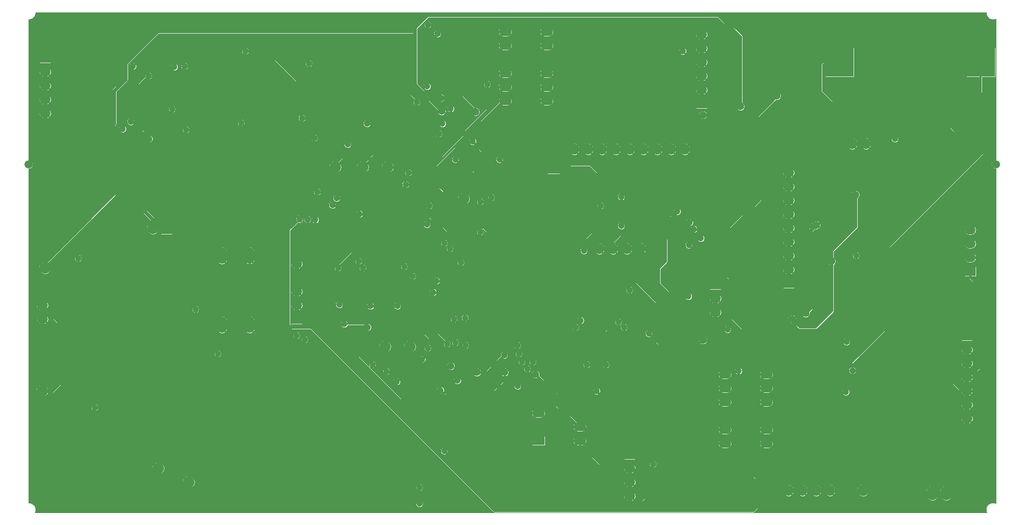
<source format=gbr>
G04 #@! TF.FileFunction,Copper,L2,Bot,Signal*
%FSLAX46Y46*%
G04 Gerber Fmt 4.6, Leading zero omitted, Abs format (unit mm)*
G04 Created by KiCad (PCBNEW no-vcs-found-product) date Thu Sep 29 15:35:14 2016*
%MOMM*%
%LPD*%
G01*
G04 APERTURE LIST*
%ADD10C,0.050000*%
%ADD11R,5.300000X5.300000*%
%ADD12C,15.000000*%
%ADD13R,1.300000X1.300000*%
%ADD14C,1.300000*%
%ADD15O,1.727200X3.048000*%
%ADD16O,2.032000X2.540000*%
%ADD17C,1.500000*%
%ADD18R,1.727200X2.032000*%
%ADD19O,1.727200X2.032000*%
%ADD20O,2.032000X1.727200*%
%ADD21R,2.032000X1.727200*%
%ADD22O,2.300000X1.600000*%
%ADD23R,2.032000X2.032000*%
%ADD24O,2.032000X2.032000*%
%ADD25R,2.235200X2.235200*%
%ADD26C,1.422400*%
%ADD27R,2.300000X1.600000*%
%ADD28C,1.200000*%
%ADD29C,1.400000*%
%ADD30C,0.410000*%
%ADD31C,0.300000*%
%ADD32C,0.700000*%
%ADD33C,1.000000*%
%ADD34C,0.025400*%
G04 APERTURE END LIST*
D10*
D11*
X208742000Y-59436000D03*
X234742000Y-59436000D03*
D12*
X221742000Y-59436000D03*
D13*
X134874000Y-115316000D03*
D14*
X137374000Y-115316000D03*
D13*
X155448000Y-116840000D03*
D14*
X152948000Y-116840000D03*
D15*
X100330000Y-107696000D03*
X95250000Y-107696000D03*
X100330000Y-94996000D03*
X95250000Y-94996000D03*
D16*
X225806000Y-138684000D03*
X228346000Y-138684000D03*
X223266000Y-138684000D03*
D17*
X59690000Y-78232000D03*
X237490000Y-78232000D03*
D18*
X182880000Y-75438000D03*
D19*
X180340000Y-75438000D03*
X177800000Y-75438000D03*
X175260000Y-75438000D03*
X172720000Y-75438000D03*
X170180000Y-75438000D03*
X167640000Y-75438000D03*
X165100000Y-75438000D03*
X162560000Y-75438000D03*
X160020000Y-75438000D03*
D20*
X232791000Y-90297000D03*
X232791000Y-92837000D03*
X232791000Y-95377000D03*
D21*
X232791000Y-97917000D03*
X183388000Y-67056000D03*
D20*
X183388000Y-64516000D03*
X183388000Y-61976000D03*
X183388000Y-59436000D03*
X183388000Y-56896000D03*
X183388000Y-54356000D03*
D21*
X185928000Y-100330000D03*
D20*
X185928000Y-102870000D03*
X185928000Y-105410000D03*
D21*
X199390000Y-100076000D03*
D20*
X199390000Y-97536000D03*
X199390000Y-94996000D03*
X199390000Y-92456000D03*
X199390000Y-89916000D03*
X199390000Y-87376000D03*
X199390000Y-84836000D03*
X199390000Y-82296000D03*
X199390000Y-79756000D03*
X199390000Y-77216000D03*
D21*
X62738000Y-58674000D03*
D20*
X62738000Y-61214000D03*
X62738000Y-63754000D03*
X62738000Y-66294000D03*
X62738000Y-68834000D03*
D21*
X232156000Y-109728000D03*
D20*
X232156000Y-112268000D03*
X232156000Y-114808000D03*
X232156000Y-117348000D03*
X232156000Y-119888000D03*
X232156000Y-122428000D03*
X232156000Y-124968000D03*
D21*
X62230000Y-109220000D03*
D20*
X62230000Y-106680000D03*
X62230000Y-104140000D03*
D22*
X187706000Y-116840000D03*
X187706000Y-119380000D03*
X187706000Y-121920000D03*
X187706000Y-124460000D03*
X187706000Y-127000000D03*
X187706000Y-129540000D03*
X195326000Y-129540000D03*
X195326000Y-127000000D03*
X195326000Y-124460000D03*
X195326000Y-121920000D03*
X195326000Y-119380000D03*
X195326000Y-116840000D03*
X147320000Y-66548000D03*
X147320000Y-64008000D03*
X147320000Y-61468000D03*
X147320000Y-58928000D03*
X147320000Y-56388000D03*
X147320000Y-53848000D03*
X154940000Y-53848000D03*
X154940000Y-56388000D03*
X154940000Y-58928000D03*
X154940000Y-61468000D03*
X154940000Y-64008000D03*
X154940000Y-66548000D03*
D21*
X108966000Y-106680000D03*
D20*
X108966000Y-104140000D03*
X108966000Y-101600000D03*
X108966000Y-99060000D03*
X108966000Y-96520000D03*
D23*
X129794000Y-109220000D03*
D24*
X129794000Y-111760000D03*
D23*
X125730000Y-81280000D03*
D24*
X125730000Y-78740000D03*
D23*
X121158000Y-81280000D03*
D24*
X121158000Y-78740000D03*
D23*
X116078000Y-81280000D03*
D24*
X116078000Y-78740000D03*
D23*
X125222000Y-109220000D03*
D24*
X125222000Y-111760000D03*
D18*
X174752000Y-93726000D03*
D19*
X172212000Y-93726000D03*
X169672000Y-93726000D03*
X167132000Y-93726000D03*
X164592000Y-93726000D03*
D23*
X139700000Y-82042000D03*
D24*
X139700000Y-84582000D03*
D23*
X83566000Y-136652000D03*
D24*
X83566000Y-134112000D03*
D23*
X85090000Y-90043000D03*
D24*
X82550000Y-90043000D03*
D23*
X65278000Y-97282000D03*
D24*
X62738000Y-97282000D03*
D23*
X89154000Y-134112000D03*
D24*
X89154000Y-136652000D03*
D23*
X62230000Y-117348000D03*
D24*
X62230000Y-119888000D03*
D18*
X208534000Y-74422000D03*
D19*
X211074000Y-74422000D03*
X213614000Y-74422000D03*
D23*
X215646000Y-138176000D03*
D24*
X213106000Y-138176000D03*
D18*
X196850000Y-138176000D03*
D19*
X199390000Y-138176000D03*
X201930000Y-138176000D03*
X204470000Y-138176000D03*
X207010000Y-138176000D03*
D21*
X170180000Y-131572000D03*
D20*
X170180000Y-134112000D03*
X170180000Y-136652000D03*
X170180000Y-139192000D03*
D25*
X156210000Y-78867000D03*
D26*
X147193000Y-116459000D03*
X142113000Y-116459000D03*
D27*
X153416000Y-129032000D03*
D22*
X153416000Y-126492000D03*
X153416000Y-123952000D03*
X161036000Y-123952000D03*
X161036000Y-126492000D03*
X161036000Y-129032000D03*
D28*
X168656000Y-89535000D03*
X168656000Y-84201000D03*
X122555000Y-104267000D03*
X127508000Y-104267000D03*
X109546800Y-88321400D03*
X182245000Y-126619000D03*
X182499000Y-129667000D03*
X144054010Y-79315431D03*
X150114000Y-78613000D03*
X121793000Y-59563000D03*
X125095000Y-52324000D03*
X135509000Y-56642000D03*
X134747000Y-59563000D03*
X108712000Y-52451000D03*
X116332000Y-98806000D03*
X143002000Y-119126000D03*
X162814000Y-85217000D03*
X195072000Y-56515000D03*
X96139000Y-70104000D03*
X86233000Y-57404000D03*
X156021990Y-71170135D03*
X171351300Y-69576010D03*
D17*
X209677000Y-63881000D03*
X230886000Y-87376000D03*
X220726000Y-105283000D03*
D28*
X212090000Y-119380000D03*
D17*
X67945000Y-119634000D03*
D28*
X60960000Y-91567000D03*
X64871600Y-55740300D03*
D17*
X73291700Y-70523100D03*
D28*
X213423500Y-133286500D03*
X201434700Y-128663700D03*
X163791900Y-121539000D03*
X149098000Y-127038100D03*
X145605500Y-112915700D03*
X140256000Y-98561900D03*
X104394000Y-74676000D03*
D17*
X174498000Y-116078000D03*
X91440000Y-121158000D03*
X101600000Y-88900000D03*
X174244000Y-140462000D03*
X220726000Y-96266000D03*
X231648000Y-71882000D03*
X77470000Y-77470000D03*
X70104000Y-84074000D03*
X89154000Y-108712000D03*
X103886000Y-137922000D03*
D28*
X122682000Y-97028000D03*
X127762000Y-93980000D03*
X144272000Y-89408000D03*
X176525000Y-86426000D03*
X111094000Y-130711000D03*
X88398300Y-102451000D03*
X220309500Y-84807500D03*
X119804400Y-71463700D03*
X107438300Y-71336700D03*
X108711200Y-60313200D03*
X96979400Y-57346500D03*
X118712400Y-66724500D03*
X106966400Y-66441600D03*
X95926200Y-66462800D03*
X88706500Y-66597500D03*
X78673500Y-67301000D03*
X188856100Y-112029000D03*
X219611000Y-129794000D03*
X182340000Y-78962000D03*
X94731000Y-119670500D03*
X137715600Y-79400300D03*
X115003500Y-113962500D03*
X112328500Y-55061400D03*
X112746800Y-112020700D03*
X124774500Y-55061400D03*
X132014800Y-119551000D03*
X76158800Y-61195500D03*
X85372300Y-71590700D03*
X89087500Y-55134100D03*
X100390500Y-55122100D03*
X144082400Y-73598400D03*
X155573900Y-125745600D03*
X134860000Y-125519700D03*
X144780000Y-84328000D03*
X142748000Y-85090000D03*
X122047000Y-108204000D03*
X117729000Y-107569000D03*
X138544300Y-117983000D03*
X147154900Y-113309400D03*
X136144000Y-130937000D03*
X135430900Y-119795400D03*
X179971700Y-57429400D03*
X188218100Y-108574600D03*
D29*
X204470000Y-89408000D03*
X135636000Y-68453000D03*
X202540100Y-105614300D03*
X190550800Y-67598000D03*
D28*
X125495081Y-116312919D03*
X137922000Y-106680000D03*
X127381000Y-118198000D03*
X139954000Y-106501000D03*
X132020000Y-114137000D03*
X133096000Y-112014000D03*
X131572000Y-137668000D03*
X131572000Y-140589000D03*
X115570000Y-85725000D03*
X133350000Y-85852000D03*
X132933000Y-89288400D03*
X116586000Y-97282000D03*
X112776000Y-83312000D03*
X139192000Y-96266000D03*
X129032000Y-81951000D03*
X112268000Y-73406000D03*
X98806000Y-70612000D03*
X137160000Y-93726000D03*
X78486000Y-70383400D03*
X116332000Y-84455000D03*
X81895900Y-73552100D03*
X136144000Y-92710000D03*
X111252000Y-59690000D03*
X131064000Y-66802000D03*
X110490000Y-110490000D03*
X121158000Y-97282000D03*
X71882000Y-122936000D03*
X130302000Y-98806000D03*
X134678000Y-99659000D03*
X211836000Y-94996000D03*
X149606006Y-118999000D03*
X134069000Y-101762000D03*
X128778000Y-97028000D03*
X120396000Y-96012000D03*
X134874000Y-54229000D03*
X132969000Y-63881000D03*
X138176000Y-110998000D03*
X88392000Y-60198000D03*
X140045000Y-111506000D03*
X88646000Y-71882000D03*
X109982000Y-69759000D03*
X136652000Y-111252000D03*
X129540000Y-79756000D03*
X142748000Y-90678000D03*
X116840000Y-104013000D03*
X90424000Y-104902000D03*
X108966000Y-109728000D03*
X149606000Y-111506000D03*
X168148000Y-107188000D03*
X149860000Y-113030000D03*
X150368000Y-114554000D03*
X169164000Y-108204000D03*
X151384000Y-115824000D03*
X68834000Y-95504000D03*
X94488000Y-113030000D03*
X122936000Y-115062000D03*
X152400000Y-114554000D03*
X170180000Y-101346000D03*
X164122100Y-119913400D03*
X174498000Y-133350000D03*
X162306000Y-115062000D03*
X165862000Y-115062000D03*
X112398000Y-88429300D03*
X110998000Y-88392000D03*
X190210000Y-116213000D03*
X173736000Y-109347000D03*
X78867000Y-60198000D03*
X118364000Y-74549000D03*
X120523000Y-87376000D03*
X160274000Y-108204000D03*
X99568000Y-57404000D03*
X135128000Y-72644000D03*
X138176000Y-77343000D03*
X161163000Y-106934000D03*
X161798000Y-94107000D03*
X146304000Y-77343000D03*
X181102000Y-93091000D03*
X210058000Y-110871000D03*
X181991000Y-90170000D03*
X218948000Y-73533000D03*
X181229000Y-88900000D03*
X180975000Y-102489000D03*
X183261000Y-91821000D03*
X164846000Y-85852000D03*
X121920000Y-70739000D03*
X135763000Y-70739000D03*
X141351000Y-74041000D03*
X133096000Y-52578000D03*
X86487000Y-60325000D03*
X86106000Y-68072000D03*
X144018000Y-63500000D03*
X77012800Y-71729600D03*
X137278000Y-68025300D03*
X81788000Y-61976000D03*
D17*
X183642000Y-110490000D03*
D28*
X211150200Y-116154200D03*
X209918300Y-120091200D03*
X178927300Y-86920400D03*
D29*
X197231000Y-65659000D03*
X141859000Y-68580000D03*
X211709000Y-83820000D03*
X135439000Y-66022500D03*
X183674300Y-69164000D03*
X207303700Y-96055900D03*
X200065100Y-106655500D03*
D30*
X168656000Y-84201000D02*
X168656000Y-89535000D01*
X122555000Y-104267000D02*
X127508000Y-104267000D01*
D31*
X208742000Y-59436000D02*
X205792000Y-59436000D01*
X205792000Y-59436000D02*
X205359000Y-59869000D01*
X205359000Y-59869000D02*
X205359000Y-64897000D01*
X205359000Y-64897000D02*
X212090000Y-71628000D01*
X212090000Y-71628000D02*
X228981000Y-71628000D01*
X228981000Y-71628000D02*
X231521000Y-74168000D01*
X231521000Y-74168000D02*
X234950000Y-74168000D01*
X234950000Y-76319500D02*
X234950000Y-74168000D01*
X234950000Y-74168000D02*
X234950000Y-65278000D01*
X196850000Y-138176000D02*
X195636100Y-138176000D01*
X195636100Y-138176000D02*
X193040000Y-135579900D01*
X193040000Y-135579900D02*
X193040000Y-115989100D01*
X193040000Y-115989100D02*
X194374700Y-114654400D01*
X217830400Y-93439100D02*
X234950000Y-76319500D01*
X194374700Y-114654400D02*
X211024400Y-114654400D01*
X211024400Y-114654400D02*
X217830400Y-107848400D01*
X217830400Y-107848400D02*
X217830400Y-93439100D01*
X109546800Y-88321400D02*
X107567100Y-90301100D01*
X107567100Y-90301100D02*
X107567100Y-107735100D01*
X107567100Y-107735100D02*
X108164800Y-108332800D01*
X108164800Y-108332800D02*
X111586100Y-108332800D01*
X192963800Y-142036800D02*
X196850000Y-138150600D01*
X111586100Y-108332800D02*
X145290100Y-142036800D01*
X145290100Y-142036800D02*
X192963800Y-142036800D01*
X196850000Y-138150600D02*
X196850000Y-138176000D01*
X234742000Y-65070000D02*
X234950000Y-65278000D01*
X234742000Y-59436000D02*
X234742000Y-65070000D01*
X182499000Y-129667000D02*
X182499000Y-126873000D01*
X182499000Y-126873000D02*
X182245000Y-126619000D01*
X134747000Y-59563000D02*
X135509000Y-58801000D01*
X135509000Y-58801000D02*
X135509000Y-56642000D01*
X231648000Y-69342000D02*
X231648000Y-71882000D01*
X221742000Y-59436000D02*
X231648000Y-69342000D01*
D30*
X144018000Y-85090000D02*
X144780000Y-84328000D01*
X142748000Y-85090000D02*
X144018000Y-85090000D01*
D31*
X117729000Y-107569000D02*
X121412000Y-107569000D01*
X121412000Y-107569000D02*
X122047000Y-108204000D01*
D30*
X147154900Y-113309400D02*
X144005300Y-116459000D01*
X144005300Y-116459000D02*
X142113000Y-116459000D01*
X142113000Y-116459000D02*
X140068300Y-116459000D01*
X139144299Y-117383001D02*
X138544300Y-117983000D01*
X140068300Y-116459000D02*
X139144299Y-117383001D01*
X147193000Y-116459000D02*
X147193000Y-118336002D01*
X147193000Y-118336002D02*
X145387002Y-120142000D01*
X145387002Y-120142000D02*
X136284298Y-120142000D01*
X136284298Y-120142000D02*
X136030899Y-120395399D01*
X136030899Y-120395399D02*
X135430900Y-119795400D01*
X136743999Y-131536999D02*
X136144000Y-130937000D01*
X171640500Y-141351000D02*
X146558000Y-141351000D01*
X173215300Y-130632200D02*
X173215300Y-139776200D01*
X165976300Y-123393200D02*
X173215300Y-130632200D01*
X163563300Y-123393200D02*
X165976300Y-123393200D01*
X173215300Y-139776200D02*
X171640500Y-141351000D01*
X160748800Y-120578700D02*
X163563300Y-123393200D01*
X156686700Y-120578700D02*
X160748800Y-120578700D01*
X146558000Y-141351000D02*
X136743999Y-131536999D01*
X152948000Y-116840000D02*
X156686700Y-120578700D01*
D31*
X188218100Y-108574600D02*
X188218100Y-108574500D01*
X188218100Y-108574500D02*
X184011000Y-108574500D01*
X184011000Y-108574500D02*
X175641000Y-100204500D01*
X175641000Y-100204500D02*
X175641000Y-97409000D01*
X175641000Y-97409000D02*
X176911000Y-96139000D01*
X176911000Y-96139000D02*
X176911000Y-92075000D01*
X168529000Y-91186000D02*
X167132000Y-92583000D01*
X176911000Y-92075000D02*
X176022000Y-91186000D01*
X176022000Y-91186000D02*
X168529000Y-91186000D01*
X167132000Y-92583000D02*
X167132000Y-93726000D01*
X167132000Y-92354000D02*
X167132000Y-82550000D01*
X162941000Y-78359000D02*
X159385000Y-78359000D01*
X167132000Y-82550000D02*
X162941000Y-78359000D01*
X159385000Y-78359000D02*
X157480000Y-76454000D01*
X157480000Y-76454000D02*
X157480000Y-62407800D01*
X157480000Y-62407800D02*
X156540200Y-61468000D01*
X156540200Y-61468000D02*
X154940000Y-61468000D01*
X179971700Y-57429400D02*
X181978300Y-59436000D01*
X181978300Y-59436000D02*
X183388000Y-59436000D01*
X167132000Y-93726000D02*
X167132000Y-92354000D01*
D32*
X202540100Y-105614300D02*
X203454000Y-104700400D01*
X203454000Y-104700400D02*
X203454000Y-90424000D01*
X203454000Y-90424000D02*
X203770001Y-90107999D01*
X203770001Y-90107999D02*
X204470000Y-89408000D01*
X134936001Y-67753001D02*
X135636000Y-68453000D01*
X130748300Y-63565300D02*
X134936001Y-67753001D01*
X130748300Y-53801000D02*
X130748300Y-63565300D01*
X190550800Y-54838600D02*
X186532199Y-50819999D01*
X133031901Y-50819999D02*
X130748300Y-53103600D01*
X130748300Y-53103600D02*
X130748300Y-53801000D01*
X186532199Y-50819999D02*
X133031901Y-50819999D01*
X190550800Y-67598000D02*
X190550800Y-54838600D01*
X62230000Y-104140000D02*
X65278000Y-107188000D01*
X65278000Y-107188000D02*
X65278000Y-118618000D01*
X65278000Y-118618000D02*
X64008000Y-119888000D01*
X64008000Y-119888000D02*
X62230000Y-119888000D01*
X75379100Y-83696902D02*
X75379100Y-83559400D01*
X62738000Y-96338002D02*
X75379100Y-83696902D01*
X62738000Y-97282000D02*
X62738000Y-96338002D01*
X82550000Y-90043000D02*
X82550000Y-88376700D01*
X77732700Y-83559400D02*
X75379100Y-83559400D01*
X82550000Y-88376700D02*
X77732700Y-83559400D01*
X83495700Y-53801000D02*
X130748300Y-53801000D01*
X77569800Y-59726900D02*
X83495700Y-53801000D01*
X77569800Y-62679600D02*
X77569800Y-59726900D01*
X75475300Y-64774100D02*
X77569800Y-62679600D01*
X75475300Y-70777200D02*
X75475300Y-64774100D01*
X75184200Y-71068300D02*
X75475300Y-70777200D01*
X75184200Y-83364500D02*
X75184200Y-71068300D01*
X75379100Y-83559400D02*
X75184200Y-83364500D01*
D30*
X139954000Y-113284000D02*
X134366000Y-113284000D01*
X140970000Y-112268000D02*
X139954000Y-113284000D01*
X134366000Y-113284000D02*
X131337081Y-116312919D01*
X137922000Y-106680000D02*
X140970000Y-109728000D01*
X131337081Y-116312919D02*
X126343609Y-116312919D01*
X126343609Y-116312919D02*
X125495081Y-116312919D01*
X140970000Y-109728000D02*
X140970000Y-112268000D01*
X139954000Y-106501000D02*
X141732000Y-108279000D01*
X141732000Y-108279000D02*
X141732000Y-113412000D01*
X141732000Y-113412000D02*
X138136802Y-117007198D01*
X138136802Y-117007198D02*
X128571802Y-117007198D01*
X128571802Y-117007198D02*
X127980999Y-117598001D01*
X127980999Y-117598001D02*
X127381000Y-118198000D01*
X133096000Y-113061000D02*
X132020000Y-114137000D01*
X133096000Y-112014000D02*
X133096000Y-113061000D01*
X130972001Y-138267999D02*
X131572000Y-137668000D01*
X131572000Y-140589000D02*
X130972001Y-139989001D01*
X130972001Y-139989001D02*
X130972001Y-138267999D01*
X115697000Y-85852000D02*
X115570000Y-85725000D01*
X133350000Y-85852000D02*
X115697000Y-85852000D01*
X124580000Y-89288400D02*
X132933000Y-89288400D01*
X116586000Y-97282000D02*
X124580000Y-89288400D01*
X127762000Y-83312000D02*
X112776000Y-83312000D01*
X128016000Y-83058000D02*
X127762000Y-83312000D01*
X128016000Y-81534000D02*
X128016000Y-83058000D01*
X128524000Y-81026000D02*
X128016000Y-81534000D01*
X135890000Y-81026000D02*
X128524000Y-81026000D01*
X136652000Y-81788000D02*
X135890000Y-81026000D01*
X136652000Y-89662000D02*
X136652000Y-81788000D01*
X139192000Y-92202000D02*
X136652000Y-89662000D01*
X139192000Y-96266000D02*
X139192000Y-92202000D01*
X100330000Y-107696000D02*
X100330000Y-94996000D01*
X134275000Y-81951000D02*
X129032000Y-81951000D01*
X135694000Y-83370000D02*
X134275000Y-81951000D01*
X135694000Y-89974000D02*
X135694000Y-83370000D01*
X137160000Y-91440000D02*
X135694000Y-89974000D01*
X137160000Y-93726000D02*
X137160000Y-91440000D01*
X101600000Y-73406000D02*
X112268000Y-73406000D01*
X98806000Y-70612000D02*
X101600000Y-73406000D01*
X81895900Y-73552100D02*
X78727200Y-70383400D01*
X78727200Y-70383400D02*
X78486000Y-70383400D01*
X133985000Y-84455000D02*
X116332000Y-84455000D01*
X134620000Y-85090000D02*
X133985000Y-84455000D01*
X134620000Y-91186000D02*
X134620000Y-85090000D01*
X136144000Y-92710000D02*
X134620000Y-91186000D01*
X131064000Y-66802000D02*
X131064000Y-66294000D01*
X131064000Y-66294000D02*
X128143000Y-63373000D01*
X128143000Y-63373000D02*
X113665000Y-63373000D01*
X113665000Y-63373000D02*
X111252000Y-60960000D01*
X111252000Y-60960000D02*
X111252000Y-59690000D01*
X98044000Y-122936000D02*
X110490000Y-110490000D01*
X71882000Y-122936000D02*
X98044000Y-122936000D01*
X122682000Y-98806000D02*
X121158000Y-97282000D01*
X130302000Y-98806000D02*
X122682000Y-98806000D01*
X211836000Y-111887000D02*
X211836000Y-94996000D01*
X210693000Y-113030000D02*
X211836000Y-111887000D01*
X183995000Y-113030000D02*
X210693000Y-113030000D01*
X171168000Y-100203000D02*
X183995000Y-113030000D01*
X169545000Y-100203000D02*
X171168000Y-100203000D01*
X169037000Y-100711000D02*
X169545000Y-100203000D01*
X169037000Y-104775000D02*
X169037000Y-100711000D01*
X167005000Y-106807000D02*
X169037000Y-104775000D01*
X167005000Y-108077000D02*
X167005000Y-106807000D01*
X165862000Y-109220000D02*
X167005000Y-108077000D01*
X147828000Y-109220000D02*
X165862000Y-109220000D01*
X138303000Y-99695000D02*
X147828000Y-109220000D01*
X138303000Y-99659000D02*
X138303000Y-99695000D01*
X134678000Y-99659000D02*
X138303000Y-99659000D01*
X148844000Y-113284000D02*
X148844000Y-118236994D01*
X137322000Y-101762000D02*
X148844000Y-113284000D01*
X149006007Y-118399001D02*
X149606006Y-118999000D01*
X148844000Y-118236994D02*
X149006007Y-118399001D01*
X134069000Y-101762000D02*
X137322000Y-101762000D01*
X127762000Y-96012000D02*
X128778000Y-97028000D01*
X120396000Y-96012000D02*
X127762000Y-96012000D01*
X132969000Y-56134000D02*
X134874000Y-54229000D01*
X132969000Y-63881000D02*
X132969000Y-56134000D01*
X138176000Y-110998000D02*
X132588000Y-105410000D01*
X132588000Y-105410000D02*
X116078000Y-105410000D01*
X102616000Y-60198000D02*
X89240528Y-60198000D01*
X116078000Y-105410000D02*
X115062000Y-104394000D01*
X115062000Y-104394000D02*
X115062000Y-87884000D01*
X115316000Y-72898000D02*
X102616000Y-60198000D01*
X115062000Y-87884000D02*
X111851000Y-84673000D01*
X111851000Y-84673000D02*
X111851000Y-78141000D01*
X111851000Y-78141000D02*
X115316000Y-74676000D01*
X115316000Y-74676000D02*
X115316000Y-72898000D01*
X89240528Y-60198000D02*
X88392000Y-60198000D01*
X89494528Y-71882000D02*
X88646000Y-71882000D01*
X113538000Y-88200700D02*
X97219300Y-71882000D01*
X114771999Y-106643999D02*
X113538000Y-105410000D01*
X97219300Y-71882000D02*
X89494528Y-71882000D01*
X132235000Y-107597000D02*
X131281999Y-106643999D01*
X134966000Y-112360000D02*
X132235000Y-109629000D01*
X132235000Y-109629000D02*
X132235000Y-107597000D01*
X140045000Y-111506000D02*
X139191000Y-112360000D01*
X139191000Y-112360000D02*
X134966000Y-112360000D01*
X131281999Y-106643999D02*
X114771999Y-106643999D01*
X113538000Y-105410000D02*
X113538000Y-88200700D01*
X136652000Y-111252000D02*
X136652000Y-110744000D01*
X131953000Y-106045000D02*
X115443000Y-106045000D01*
X136652000Y-110744000D02*
X131953000Y-106045000D01*
X115443000Y-106045000D02*
X114300000Y-104902000D01*
X114300000Y-104902000D02*
X114300000Y-88051500D01*
X114300000Y-88051500D02*
X110998000Y-84749500D01*
X110831000Y-69759000D02*
X109982000Y-69759000D01*
X110998000Y-84749500D02*
X110998000Y-77724000D01*
X110998000Y-77724000D02*
X114554000Y-74168000D01*
X114554000Y-74168000D02*
X114554000Y-73482500D01*
X114554000Y-73482500D02*
X110831000Y-69759000D01*
X135890000Y-79756000D02*
X129540000Y-79756000D01*
X137414000Y-81280000D02*
X135890000Y-79756000D01*
X137414000Y-87376000D02*
X137414000Y-81280000D01*
X140116000Y-90078000D02*
X137414000Y-87376000D01*
X142148000Y-90078000D02*
X140116000Y-90078000D01*
X142748000Y-90678000D02*
X142148000Y-90078000D01*
X137541000Y-100584000D02*
X120269000Y-100584000D01*
X148463000Y-111506000D02*
X137541000Y-100584000D01*
X149606000Y-111506000D02*
X148463000Y-111506000D01*
X117439999Y-103413001D02*
X116840000Y-104013000D01*
X120269000Y-100584000D02*
X117439999Y-103413001D01*
X90424000Y-108712000D02*
X90424000Y-104902000D01*
X92040000Y-110328000D02*
X90424000Y-108712000D01*
X108366000Y-110328000D02*
X92040000Y-110328000D01*
X108966000Y-109728000D02*
X108366000Y-110328000D01*
X168148000Y-109474000D02*
X168148000Y-107188000D01*
X167386000Y-110236000D02*
X168148000Y-109474000D01*
X152654000Y-110236000D02*
X167386000Y-110236000D01*
X149860000Y-113030000D02*
X152654000Y-110236000D01*
X169164000Y-110490000D02*
X169164000Y-108204000D01*
X168656000Y-110998000D02*
X169164000Y-110490000D01*
X153924000Y-110998000D02*
X168656000Y-110998000D01*
X150368000Y-114554000D02*
X153924000Y-110998000D01*
X151384000Y-115824000D02*
X151384000Y-120015000D01*
X151384000Y-120015000D02*
X150495000Y-120904000D01*
X150495000Y-120904000D02*
X128778000Y-120904000D01*
X128778000Y-120904000D02*
X123535999Y-115661999D01*
X123535999Y-115661999D02*
X122936000Y-115062000D01*
X68834000Y-109982000D02*
X68834000Y-95504000D01*
X69850000Y-110998000D02*
X68834000Y-109982000D01*
X90424000Y-110998000D02*
X69850000Y-110998000D01*
X91856000Y-112430000D02*
X90424000Y-110998000D01*
X93888000Y-112430000D02*
X91856000Y-112430000D01*
X94488000Y-113030000D02*
X93888000Y-112430000D01*
X170180000Y-111760000D02*
X170180000Y-101346000D01*
X169603000Y-112337000D02*
X170180000Y-111760000D01*
X154617000Y-112337000D02*
X169603000Y-112337000D01*
X152400000Y-114554000D02*
X154617000Y-112337000D01*
X164722099Y-120513399D02*
X164122100Y-119913400D01*
X174498000Y-130289300D02*
X164722099Y-120513399D01*
X174498000Y-133350000D02*
X174498000Y-130289300D01*
X162306000Y-115062000D02*
X165862000Y-115062000D01*
X156638023Y-121586023D02*
X128062023Y-121586023D01*
X163068000Y-132232400D02*
X163068000Y-128016000D01*
X170180000Y-139192000D02*
X170027600Y-139192000D01*
X112398000Y-89277828D02*
X112398000Y-88429300D01*
X170027600Y-139192000D02*
X163068000Y-132232400D01*
X128062023Y-121586023D02*
X112398000Y-105922000D01*
X163068000Y-128016000D02*
X156638023Y-121586023D01*
X112398000Y-105922000D02*
X112398000Y-89277828D01*
X161036000Y-129032000D02*
X160686000Y-129032000D01*
X160686000Y-129032000D02*
X158146000Y-126492000D01*
X158146000Y-126492000D02*
X158146000Y-123881400D01*
X127762000Y-122428000D02*
X110998000Y-105664000D01*
X110998000Y-105664000D02*
X110998000Y-88392000D01*
X158146000Y-123881400D02*
X156692600Y-122428000D01*
X156692600Y-122428000D02*
X127762000Y-122428000D01*
X170180000Y-134112000D02*
X170827700Y-134112000D01*
X170827700Y-134112000D02*
X171958000Y-135242300D01*
X161036000Y-137365700D02*
X161036000Y-129032000D01*
X171958000Y-135242300D02*
X171958000Y-139903200D01*
X171958000Y-139903200D02*
X171043600Y-140817600D01*
X171043600Y-140817600D02*
X164487900Y-140817600D01*
X164487900Y-140817600D02*
X161036000Y-137365700D01*
X190210000Y-124846000D02*
X190210000Y-116213000D01*
X188056000Y-127000000D02*
X190210000Y-124846000D01*
X187706000Y-127000000D02*
X188056000Y-127000000D01*
X187706000Y-127000000D02*
X187356000Y-127000000D01*
X187356000Y-129540000D02*
X175605999Y-117789999D01*
X175605999Y-111216999D02*
X174335999Y-109946999D01*
X175605999Y-117789999D02*
X175605999Y-111216999D01*
X187706000Y-129540000D02*
X187356000Y-129540000D01*
X174335999Y-109946999D02*
X173736000Y-109347000D01*
X80736000Y-58329000D02*
X78867000Y-60198000D01*
X102144000Y-58329000D02*
X80736000Y-58329000D01*
X118364000Y-74549000D02*
X102144000Y-58329000D01*
X132969000Y-87376000D02*
X120523000Y-87376000D01*
X133858000Y-88265000D02*
X132969000Y-87376000D01*
X133858000Y-95123000D02*
X133858000Y-88265000D01*
X137160000Y-98425000D02*
X133858000Y-95123000D01*
X138811000Y-98425000D02*
X137160000Y-98425000D01*
X148590000Y-108204000D02*
X138811000Y-98425000D01*
X160274000Y-108204000D02*
X148590000Y-108204000D01*
X102997000Y-57404000D02*
X99568000Y-57404000D01*
X118237000Y-72644000D02*
X102997000Y-57404000D01*
X135128000Y-72644000D02*
X118237000Y-72644000D01*
X139446000Y-78613000D02*
X138176000Y-77343000D01*
X140716000Y-78613000D02*
X139446000Y-78613000D01*
X141732000Y-79629000D02*
X140716000Y-78613000D01*
X141732000Y-88265000D02*
X141732000Y-79629000D01*
X144018000Y-90551000D02*
X141732000Y-88265000D01*
X144018000Y-91186000D02*
X144018000Y-90551000D01*
X141478000Y-93726000D02*
X144018000Y-91186000D01*
X141478000Y-99695000D02*
X141478000Y-93726000D01*
X148717000Y-106934000D02*
X141478000Y-99695000D01*
X161163000Y-106934000D02*
X148717000Y-106934000D01*
X146304000Y-77343000D02*
X151511000Y-82550000D01*
X151511000Y-82550000D02*
X164719000Y-82550000D01*
X164719000Y-82550000D02*
X165989000Y-83820000D01*
X162397999Y-93507001D02*
X161798000Y-94107000D01*
X165989000Y-83820000D02*
X165989000Y-88519000D01*
X162397999Y-92110001D02*
X162397999Y-93507001D01*
X165989000Y-88519000D02*
X162397999Y-92110001D01*
X181102000Y-93091000D02*
X186309000Y-98298000D01*
X188595000Y-99187000D02*
X188595000Y-106680000D01*
X186309000Y-98298000D02*
X187706000Y-98298000D01*
X187706000Y-98298000D02*
X188595000Y-99187000D01*
X188595000Y-106680000D02*
X192786000Y-110871000D01*
X192786000Y-110871000D02*
X210058000Y-110871000D01*
X181991000Y-90170000D02*
X188722000Y-90170000D01*
X188722000Y-90170000D02*
X196723000Y-82169000D01*
X196723000Y-82169000D02*
X196723000Y-75946000D01*
X196723000Y-75946000D02*
X200533000Y-72136000D01*
X200533000Y-72136000D02*
X210058000Y-72136000D01*
X210058000Y-72136000D02*
X211074000Y-73152000D01*
X211074000Y-73152000D02*
X211074000Y-74422000D01*
X181229000Y-88900000D02*
X198914989Y-71214011D01*
X198914989Y-71214011D02*
X210533011Y-71214011D01*
X210533011Y-71214011D02*
X211836000Y-72517000D01*
X211836000Y-72517000D02*
X217932000Y-72517000D01*
X217932000Y-72517000D02*
X218348001Y-72933001D01*
X218348001Y-72933001D02*
X218948000Y-73533000D01*
X178562000Y-100076000D02*
X180375001Y-101889001D01*
X180340000Y-91821000D02*
X178562000Y-93599000D01*
X180375001Y-101889001D02*
X180975000Y-102489000D01*
X178562000Y-93599000D02*
X178562000Y-100076000D01*
X183261000Y-91821000D02*
X180340000Y-91821000D01*
X185776000Y-102870000D02*
X185928000Y-102870000D01*
X141351000Y-74041000D02*
X143129000Y-75819000D01*
X143129000Y-75819000D02*
X143129000Y-80391000D01*
X143129000Y-80391000D02*
X149189999Y-86451999D01*
X149189999Y-86451999D02*
X164246001Y-86451999D01*
X164246001Y-86451999D02*
X164846000Y-85852000D01*
X135763000Y-70739000D02*
X121920000Y-70739000D01*
X134580000Y-52578000D02*
X133096000Y-52578000D01*
X145197000Y-63195500D02*
X134580000Y-52578000D01*
X145197000Y-64775000D02*
X145197000Y-63195500D01*
X146970000Y-66548000D02*
X145197000Y-64775000D01*
X134778000Y-78740000D02*
X146970000Y-66548000D01*
X125730000Y-78740000D02*
X134778000Y-78740000D01*
X146970000Y-66548000D02*
X147320000Y-66548000D01*
X144018000Y-64348528D02*
X144018000Y-63500000D01*
X135523004Y-76708000D02*
X144018000Y-68213004D01*
X123190000Y-76708000D02*
X135523004Y-76708000D01*
X121158000Y-78740000D02*
X123190000Y-76708000D01*
X144018000Y-68213004D02*
X144018000Y-64348528D01*
X86106000Y-60706000D02*
X86487000Y-60325000D01*
X86106000Y-68072000D02*
X86106000Y-60706000D01*
X77012800Y-70881072D02*
X77012800Y-71729600D01*
X77012800Y-66751200D02*
X77012800Y-70881072D01*
X81788000Y-61976000D02*
X77012800Y-66751200D01*
X137278000Y-73033600D02*
X137278000Y-68025300D01*
X134747000Y-75565000D02*
X137278000Y-73033600D01*
X119253000Y-75565000D02*
X134747000Y-75565000D01*
X116078000Y-78740000D02*
X119253000Y-75565000D01*
D33*
X172212000Y-99060000D02*
X183642000Y-110490000D01*
X172212000Y-93726000D02*
X172212000Y-99060000D01*
D30*
X232156000Y-117348000D02*
X233299000Y-117348000D01*
X233299000Y-117348000D02*
X234746800Y-115900200D01*
X234746800Y-115900200D02*
X234746800Y-100986400D01*
X232791000Y-99030600D02*
X232791000Y-97917000D01*
X234746800Y-100986400D02*
X232791000Y-99030600D01*
X232156000Y-117348000D02*
X230890000Y-117348000D01*
X230890000Y-117348000D02*
X228667500Y-115125500D01*
X228667500Y-115125500D02*
X213027428Y-115125500D01*
X213027428Y-115125500D02*
X211998728Y-116154200D01*
X211998728Y-116154200D02*
X211150200Y-116154200D01*
X232156000Y-119888000D02*
X234188000Y-119888000D01*
X234188000Y-119888000D02*
X235851700Y-118224300D01*
X235851700Y-118224300D02*
X235851700Y-96824800D01*
X235851700Y-96824800D02*
X234403900Y-95377000D01*
X234403900Y-95377000D02*
X232791000Y-95377000D01*
X209918300Y-120091200D02*
X209918300Y-119242672D01*
X209918300Y-119242672D02*
X211685972Y-117475000D01*
X211685972Y-117475000D02*
X228180900Y-117475000D01*
X228180900Y-117475000D02*
X230593900Y-119888000D01*
X230593900Y-119888000D02*
X232156000Y-119888000D01*
X185928000Y-100330000D02*
X185547000Y-100330000D01*
X185547000Y-100330000D02*
X181991000Y-103886000D01*
X180848000Y-103886000D02*
X177800000Y-100838000D01*
X181991000Y-103886000D02*
X180848000Y-103886000D01*
X177800000Y-100838000D02*
X177800000Y-88047700D01*
X177800000Y-88047700D02*
X178927300Y-86920400D01*
X195676000Y-129540000D02*
X195326000Y-129540000D01*
X201930000Y-135794000D02*
X195676000Y-129540000D01*
X201930000Y-138176000D02*
X201930000Y-135794000D01*
X195676000Y-127000000D02*
X195326000Y-127000000D01*
X204470000Y-135794000D02*
X195676000Y-127000000D01*
X204470000Y-138176000D02*
X204470000Y-135794000D01*
D32*
X183674300Y-69164000D02*
X193726000Y-69164000D01*
X193726000Y-69164000D02*
X195072000Y-67818000D01*
X195072000Y-67818000D02*
X197231000Y-65659000D01*
X207303700Y-96055900D02*
X207303700Y-94067300D01*
X207303700Y-94067300D02*
X211709000Y-89662000D01*
X211709000Y-89662000D02*
X211709000Y-83820000D01*
X141159001Y-67880001D02*
X141859000Y-68580000D01*
X139301500Y-66022500D02*
X141159001Y-67880001D01*
X135439000Y-66022500D02*
X139301500Y-66022500D01*
X200065100Y-106655500D02*
X201486600Y-108077000D01*
X201486600Y-108077000D02*
X204343000Y-108077000D01*
X204343000Y-108077000D02*
X207303700Y-105116300D01*
X207303700Y-105116300D02*
X207303700Y-96055900D01*
D34*
G36*
X235693677Y-50547095D02*
X235889366Y-51020697D01*
X236251397Y-51383361D01*
X236724657Y-51579876D01*
X237237095Y-51580323D01*
X237477300Y-51481072D01*
X237477300Y-77443888D01*
X237333925Y-77443763D01*
X237044160Y-77563492D01*
X236822271Y-77784994D01*
X236702037Y-78074549D01*
X236701763Y-78388075D01*
X236821492Y-78677840D01*
X237042994Y-78899729D01*
X237332549Y-79019963D01*
X237477300Y-79020090D01*
X237477300Y-140542933D01*
X237239343Y-140444124D01*
X236726905Y-140443677D01*
X236253303Y-140639366D01*
X235890639Y-141001397D01*
X235694124Y-141474657D01*
X235693677Y-141987095D01*
X235792928Y-142227300D01*
X60879067Y-142227300D01*
X60977876Y-141989343D01*
X60978323Y-141476905D01*
X60782634Y-141003303D01*
X60420603Y-140640639D01*
X59947343Y-140444124D01*
X59702700Y-140443911D01*
X59702700Y-138267999D01*
X130728901Y-138267999D01*
X130728901Y-139989001D01*
X130747406Y-140082032D01*
X130800103Y-140160899D01*
X130982925Y-140343720D01*
X130934011Y-140461517D01*
X130933790Y-140715369D01*
X131030730Y-140949982D01*
X131210074Y-141129639D01*
X131444517Y-141226989D01*
X131698369Y-141227210D01*
X131932982Y-141130270D01*
X132112639Y-140950926D01*
X132209989Y-140716483D01*
X132210210Y-140462631D01*
X132113270Y-140228018D01*
X131933926Y-140048361D01*
X131699483Y-139951011D01*
X131445631Y-139950790D01*
X131326719Y-139999923D01*
X131215101Y-139888305D01*
X131215101Y-138368695D01*
X131326720Y-138257075D01*
X131444517Y-138305989D01*
X131698369Y-138306210D01*
X131932982Y-138209270D01*
X132112639Y-138029926D01*
X132209989Y-137795483D01*
X132210210Y-137541631D01*
X132113270Y-137307018D01*
X131933926Y-137127361D01*
X131699483Y-137030011D01*
X131445631Y-137029790D01*
X131211018Y-137126730D01*
X131031361Y-137306074D01*
X130934011Y-137540517D01*
X130933790Y-137794369D01*
X130982923Y-137913281D01*
X130800103Y-138096101D01*
X130747406Y-138174968D01*
X130740583Y-138209270D01*
X130728901Y-138267999D01*
X59702700Y-138267999D01*
X59702700Y-135636000D01*
X82511154Y-135636000D01*
X82511154Y-137668000D01*
X82514111Y-137682866D01*
X82522532Y-137695468D01*
X82535134Y-137703889D01*
X82550000Y-137706846D01*
X84582000Y-137706846D01*
X84596866Y-137703889D01*
X84609468Y-137695468D01*
X84617889Y-137682866D01*
X84620846Y-137668000D01*
X84620846Y-136652000D01*
X88079249Y-136652000D01*
X88159488Y-137055387D01*
X88387988Y-137397361D01*
X88729962Y-137625861D01*
X89133349Y-137706100D01*
X89174651Y-137706100D01*
X89578038Y-137625861D01*
X89920012Y-137397361D01*
X90148512Y-137055387D01*
X90228751Y-136652000D01*
X90148512Y-136248613D01*
X89920012Y-135906639D01*
X89578038Y-135678139D01*
X89174651Y-135597900D01*
X89133349Y-135597900D01*
X88729962Y-135678139D01*
X88387988Y-135906639D01*
X88159488Y-136248613D01*
X88079249Y-136652000D01*
X84620846Y-136652000D01*
X84620846Y-135636000D01*
X84617889Y-135621134D01*
X84609468Y-135608532D01*
X84596866Y-135600111D01*
X84582000Y-135597154D01*
X82550000Y-135597154D01*
X82535134Y-135600111D01*
X82522532Y-135608532D01*
X82514111Y-135621134D01*
X82511154Y-135636000D01*
X59702700Y-135636000D01*
X59702700Y-134112000D01*
X82491249Y-134112000D01*
X82571488Y-134515387D01*
X82799988Y-134857361D01*
X83141962Y-135085861D01*
X83545349Y-135166100D01*
X83586651Y-135166100D01*
X83990038Y-135085861D01*
X84332012Y-134857361D01*
X84560512Y-134515387D01*
X84640751Y-134112000D01*
X84560512Y-133708613D01*
X84332012Y-133366639D01*
X83990038Y-133138139D01*
X83778192Y-133096000D01*
X88099154Y-133096000D01*
X88099154Y-135128000D01*
X88102111Y-135142866D01*
X88110532Y-135155468D01*
X88123134Y-135163889D01*
X88138000Y-135166846D01*
X90170000Y-135166846D01*
X90184866Y-135163889D01*
X90197468Y-135155468D01*
X90205889Y-135142866D01*
X90208846Y-135128000D01*
X90208846Y-133096000D01*
X90205889Y-133081134D01*
X90197468Y-133068532D01*
X90184866Y-133060111D01*
X90170000Y-133057154D01*
X88138000Y-133057154D01*
X88123134Y-133060111D01*
X88110532Y-133068532D01*
X88102111Y-133081134D01*
X88099154Y-133096000D01*
X83778192Y-133096000D01*
X83586651Y-133057900D01*
X83545349Y-133057900D01*
X83141962Y-133138139D01*
X82799988Y-133366639D01*
X82571488Y-133708613D01*
X82491249Y-134112000D01*
X59702700Y-134112000D01*
X59702700Y-123062369D01*
X71243790Y-123062369D01*
X71340730Y-123296982D01*
X71520074Y-123476639D01*
X71754517Y-123573989D01*
X72008369Y-123574210D01*
X72242982Y-123477270D01*
X72422639Y-123297926D01*
X72471980Y-123179100D01*
X98044000Y-123179100D01*
X98137031Y-123160595D01*
X98215898Y-123107898D01*
X110244721Y-111079075D01*
X110362517Y-111127989D01*
X110616369Y-111128210D01*
X110850982Y-111031270D01*
X111030639Y-110851926D01*
X111127989Y-110617483D01*
X111128210Y-110363631D01*
X111031270Y-110129018D01*
X110851926Y-109949361D01*
X110617483Y-109852011D01*
X110363631Y-109851790D01*
X110129018Y-109948730D01*
X109949361Y-110128074D01*
X109852011Y-110362517D01*
X109851790Y-110616369D01*
X109900923Y-110735281D01*
X97943304Y-122692900D01*
X72471978Y-122692900D01*
X72423270Y-122575018D01*
X72243926Y-122395361D01*
X72009483Y-122298011D01*
X71755631Y-122297790D01*
X71521018Y-122394730D01*
X71341361Y-122574074D01*
X71244011Y-122808517D01*
X71243790Y-123062369D01*
X59702700Y-123062369D01*
X59702700Y-116332000D01*
X61175154Y-116332000D01*
X61175154Y-118364000D01*
X61178111Y-118378866D01*
X61186532Y-118391468D01*
X61199134Y-118399889D01*
X61214000Y-118402846D01*
X63246000Y-118402846D01*
X63260866Y-118399889D01*
X63273468Y-118391468D01*
X63281889Y-118378866D01*
X63284846Y-118364000D01*
X63284846Y-116332000D01*
X63281889Y-116317134D01*
X63273468Y-116304532D01*
X63260866Y-116296111D01*
X63246000Y-116293154D01*
X61214000Y-116293154D01*
X61199134Y-116296111D01*
X61186532Y-116304532D01*
X61178111Y-116317134D01*
X61175154Y-116332000D01*
X59702700Y-116332000D01*
X59702700Y-106680000D01*
X61155249Y-106680000D01*
X61223887Y-107025066D01*
X61419351Y-107317598D01*
X61711883Y-107513062D01*
X62056949Y-107581700D01*
X62403051Y-107581700D01*
X62748117Y-107513062D01*
X63040649Y-107317598D01*
X63236113Y-107025066D01*
X63304751Y-106680000D01*
X63236113Y-106334934D01*
X63040649Y-106042402D01*
X62748117Y-105846938D01*
X62403051Y-105778300D01*
X62056949Y-105778300D01*
X61711883Y-105846938D01*
X61419351Y-106042402D01*
X61223887Y-106334934D01*
X61155249Y-106680000D01*
X59702700Y-106680000D01*
X59702700Y-104140000D01*
X61155249Y-104140000D01*
X61223887Y-104485066D01*
X61419351Y-104777598D01*
X61711883Y-104973062D01*
X62056949Y-105041700D01*
X62403051Y-105041700D01*
X62553014Y-105011870D01*
X64889900Y-107348756D01*
X64889900Y-118457244D01*
X63847244Y-119499900D01*
X63227553Y-119499900D01*
X63224512Y-119484613D01*
X62996012Y-119142639D01*
X62654038Y-118914139D01*
X62250651Y-118833900D01*
X62209349Y-118833900D01*
X61805962Y-118914139D01*
X61463988Y-119142639D01*
X61235488Y-119484613D01*
X61155249Y-119888000D01*
X61235488Y-120291387D01*
X61463988Y-120633361D01*
X61805962Y-120861861D01*
X62209349Y-120942100D01*
X62250651Y-120942100D01*
X62654038Y-120861861D01*
X62996012Y-120633361D01*
X63224512Y-120291387D01*
X63227553Y-120276100D01*
X64008000Y-120276100D01*
X64156520Y-120246558D01*
X64282428Y-120162428D01*
X65552428Y-118892428D01*
X65636557Y-118766520D01*
X65636558Y-118766519D01*
X65666100Y-118618000D01*
X65666100Y-107188000D01*
X65640964Y-107061631D01*
X65636558Y-107039480D01*
X65552428Y-106913572D01*
X63191176Y-104552320D01*
X63236113Y-104485066D01*
X63304751Y-104140000D01*
X63236113Y-103794934D01*
X63040649Y-103502402D01*
X62748117Y-103306938D01*
X62403051Y-103238300D01*
X62056949Y-103238300D01*
X61711883Y-103306938D01*
X61419351Y-103502402D01*
X61223887Y-103794934D01*
X61155249Y-104140000D01*
X59702700Y-104140000D01*
X59702700Y-97261349D01*
X61683900Y-97261349D01*
X61683900Y-97302651D01*
X61764139Y-97706038D01*
X61992639Y-98048012D01*
X62334613Y-98276512D01*
X62738000Y-98356751D01*
X63141387Y-98276512D01*
X63483361Y-98048012D01*
X63711861Y-97706038D01*
X63792100Y-97302651D01*
X63792100Y-97261349D01*
X63711861Y-96857962D01*
X63483361Y-96515988D01*
X63258870Y-96365988D01*
X63358858Y-96266000D01*
X64223154Y-96266000D01*
X64223154Y-98298000D01*
X64226111Y-98312866D01*
X64234532Y-98325468D01*
X64247134Y-98333889D01*
X64262000Y-98336846D01*
X66294000Y-98336846D01*
X66308866Y-98333889D01*
X66321468Y-98325468D01*
X66329889Y-98312866D01*
X66332846Y-98298000D01*
X66332846Y-96266000D01*
X66329889Y-96251134D01*
X66321468Y-96238532D01*
X66308866Y-96230111D01*
X66294000Y-96227154D01*
X64262000Y-96227154D01*
X64247134Y-96230111D01*
X64234532Y-96238532D01*
X64226111Y-96251134D01*
X64223154Y-96266000D01*
X63358858Y-96266000D01*
X63994489Y-95630369D01*
X68195790Y-95630369D01*
X68292730Y-95864982D01*
X68472074Y-96044639D01*
X68590900Y-96093980D01*
X68590900Y-109982000D01*
X68609405Y-110075031D01*
X68662102Y-110153898D01*
X69678102Y-111169898D01*
X69756970Y-111222595D01*
X69850000Y-111241100D01*
X90323304Y-111241100D01*
X91684102Y-112601898D01*
X91762970Y-112654595D01*
X91856000Y-112673101D01*
X91856005Y-112673100D01*
X93787304Y-112673100D01*
X93898925Y-112784721D01*
X93850011Y-112902517D01*
X93849790Y-113156369D01*
X93946730Y-113390982D01*
X94126074Y-113570639D01*
X94360517Y-113667989D01*
X94614369Y-113668210D01*
X94848982Y-113571270D01*
X95028639Y-113391926D01*
X95125989Y-113157483D01*
X95126210Y-112903631D01*
X95029270Y-112669018D01*
X94849926Y-112489361D01*
X94615483Y-112392011D01*
X94361631Y-112391790D01*
X94242719Y-112440923D01*
X94059898Y-112258102D01*
X93981031Y-112205405D01*
X93888000Y-112186900D01*
X91956696Y-112186900D01*
X90595898Y-110826102D01*
X90517031Y-110773405D01*
X90424000Y-110754900D01*
X69950696Y-110754900D01*
X69077100Y-109881304D01*
X69077100Y-105028369D01*
X89785790Y-105028369D01*
X89882730Y-105262982D01*
X90062074Y-105442639D01*
X90180900Y-105491980D01*
X90180900Y-108712000D01*
X90199405Y-108805031D01*
X90252102Y-108883898D01*
X91868102Y-110499898D01*
X91946969Y-110552595D01*
X92040000Y-110571100D01*
X108366000Y-110571100D01*
X108459031Y-110552595D01*
X108537898Y-110499898D01*
X108720721Y-110317075D01*
X108838517Y-110365989D01*
X109092369Y-110366210D01*
X109326982Y-110269270D01*
X109506639Y-110089926D01*
X109603989Y-109855483D01*
X109604210Y-109601631D01*
X109507270Y-109367018D01*
X109327926Y-109187361D01*
X109093483Y-109090011D01*
X108839631Y-109089790D01*
X108605018Y-109186730D01*
X108425361Y-109366074D01*
X108328011Y-109600517D01*
X108327790Y-109854369D01*
X108376923Y-109973281D01*
X108265304Y-110084900D01*
X92140696Y-110084900D01*
X90667100Y-108611304D01*
X90667100Y-107004997D01*
X94348300Y-107004997D01*
X94348300Y-108387003D01*
X94416938Y-108732069D01*
X94612402Y-109024601D01*
X94904934Y-109220065D01*
X95250000Y-109288703D01*
X95595066Y-109220065D01*
X95887598Y-109024601D01*
X96083062Y-108732069D01*
X96151700Y-108387003D01*
X96151700Y-107004997D01*
X96083062Y-106659931D01*
X95887598Y-106367399D01*
X95595066Y-106171935D01*
X95250000Y-106103297D01*
X94904934Y-106171935D01*
X94612402Y-106367399D01*
X94416938Y-106659931D01*
X94348300Y-107004997D01*
X90667100Y-107004997D01*
X90667100Y-105491978D01*
X90784982Y-105443270D01*
X90964639Y-105263926D01*
X91061989Y-105029483D01*
X91062210Y-104775631D01*
X90965270Y-104541018D01*
X90785926Y-104361361D01*
X90551483Y-104264011D01*
X90297631Y-104263790D01*
X90063018Y-104360730D01*
X89883361Y-104540074D01*
X89786011Y-104774517D01*
X89785790Y-105028369D01*
X69077100Y-105028369D01*
X69077100Y-96093978D01*
X69194982Y-96045270D01*
X69374639Y-95865926D01*
X69471989Y-95631483D01*
X69472210Y-95377631D01*
X69375270Y-95143018D01*
X69195926Y-94963361D01*
X68961483Y-94866011D01*
X68707631Y-94865790D01*
X68473018Y-94962730D01*
X68293361Y-95142074D01*
X68196011Y-95376517D01*
X68195790Y-95630369D01*
X63994489Y-95630369D01*
X65319861Y-94304997D01*
X94348300Y-94304997D01*
X94348300Y-95687003D01*
X94416938Y-96032069D01*
X94612402Y-96324601D01*
X94904934Y-96520065D01*
X95250000Y-96588703D01*
X95595066Y-96520065D01*
X95887598Y-96324601D01*
X96083062Y-96032069D01*
X96151700Y-95687003D01*
X96151700Y-94304997D01*
X99428300Y-94304997D01*
X99428300Y-95687003D01*
X99496938Y-96032069D01*
X99692402Y-96324601D01*
X99984934Y-96520065D01*
X100086900Y-96540347D01*
X100086900Y-106151653D01*
X99984934Y-106171935D01*
X99692402Y-106367399D01*
X99496938Y-106659931D01*
X99428300Y-107004997D01*
X99428300Y-108387003D01*
X99496938Y-108732069D01*
X99692402Y-109024601D01*
X99984934Y-109220065D01*
X100330000Y-109288703D01*
X100675066Y-109220065D01*
X100967598Y-109024601D01*
X101163062Y-108732069D01*
X101231700Y-108387003D01*
X101231700Y-107004997D01*
X101163062Y-106659931D01*
X100967598Y-106367399D01*
X100675066Y-106171935D01*
X100573100Y-106151653D01*
X100573100Y-96540347D01*
X100675066Y-96520065D01*
X100967598Y-96324601D01*
X101163062Y-96032069D01*
X101231700Y-95687003D01*
X101231700Y-94304997D01*
X101163062Y-93959931D01*
X100967598Y-93667399D01*
X100675066Y-93471935D01*
X100330000Y-93403297D01*
X99984934Y-93471935D01*
X99692402Y-93667399D01*
X99496938Y-93959931D01*
X99428300Y-94304997D01*
X96151700Y-94304997D01*
X96083062Y-93959931D01*
X95887598Y-93667399D01*
X95595066Y-93471935D01*
X95250000Y-93403297D01*
X94904934Y-93471935D01*
X94612402Y-93667399D01*
X94416938Y-93959931D01*
X94348300Y-94304997D01*
X65319861Y-94304997D01*
X75653528Y-83971330D01*
X75669451Y-83947500D01*
X77571944Y-83947500D01*
X82161900Y-88537456D01*
X82161900Y-89045447D01*
X82146613Y-89048488D01*
X81804639Y-89276988D01*
X81576139Y-89618962D01*
X81495900Y-90022349D01*
X81495900Y-90063651D01*
X81576139Y-90467038D01*
X81804639Y-90809012D01*
X82146613Y-91037512D01*
X82550000Y-91117751D01*
X82953387Y-91037512D01*
X83295361Y-90809012D01*
X83523861Y-90467038D01*
X83604100Y-90063651D01*
X83604100Y-90022349D01*
X83523861Y-89618962D01*
X83295361Y-89276988D01*
X82953387Y-89048488D01*
X82938100Y-89045447D01*
X82938100Y-89027000D01*
X84035154Y-89027000D01*
X84035154Y-91059000D01*
X84038111Y-91073866D01*
X84046532Y-91086468D01*
X84059134Y-91094889D01*
X84074000Y-91097846D01*
X86106000Y-91097846D01*
X86120866Y-91094889D01*
X86133468Y-91086468D01*
X86141889Y-91073866D01*
X86144846Y-91059000D01*
X86144846Y-90301100D01*
X107379000Y-90301100D01*
X107379000Y-107735100D01*
X107393318Y-107807083D01*
X107434093Y-107868107D01*
X108031791Y-108465804D01*
X108031793Y-108465807D01*
X108064117Y-108487405D01*
X108092817Y-108506582D01*
X108164800Y-108520900D01*
X111508186Y-108520900D01*
X145157093Y-142169807D01*
X145218117Y-142210582D01*
X145290100Y-142224900D01*
X192963800Y-142224900D01*
X193035783Y-142210582D01*
X193096807Y-142169807D01*
X196035768Y-139230846D01*
X197713600Y-139230846D01*
X197728466Y-139227889D01*
X197741068Y-139219468D01*
X197749489Y-139206866D01*
X197752446Y-139192000D01*
X197752446Y-138002949D01*
X198488300Y-138002949D01*
X198488300Y-138349051D01*
X198556938Y-138694117D01*
X198752402Y-138986649D01*
X199044934Y-139182113D01*
X199390000Y-139250751D01*
X199735066Y-139182113D01*
X200027598Y-138986649D01*
X200223062Y-138694117D01*
X200291700Y-138349051D01*
X200291700Y-138002949D01*
X200223062Y-137657883D01*
X200027598Y-137365351D01*
X199735066Y-137169887D01*
X199390000Y-137101249D01*
X199044934Y-137169887D01*
X198752402Y-137365351D01*
X198556938Y-137657883D01*
X198488300Y-138002949D01*
X197752446Y-138002949D01*
X197752446Y-137160000D01*
X197749489Y-137145134D01*
X197741068Y-137132532D01*
X197728466Y-137124111D01*
X197713600Y-137121154D01*
X195986400Y-137121154D01*
X195971534Y-137124111D01*
X195958932Y-137132532D01*
X195950511Y-137145134D01*
X195947554Y-137160000D01*
X195947554Y-137987900D01*
X195714014Y-137987900D01*
X193228100Y-135501986D01*
X193228100Y-129540000D01*
X194114624Y-129540000D01*
X194178421Y-129860727D01*
X194360098Y-130132626D01*
X194631997Y-130314303D01*
X194952724Y-130378100D01*
X195699276Y-130378100D01*
X196020003Y-130314303D01*
X196071858Y-130279654D01*
X201686900Y-135894695D01*
X201686900Y-137149605D01*
X201584934Y-137169887D01*
X201292402Y-137365351D01*
X201096938Y-137657883D01*
X201028300Y-138002949D01*
X201028300Y-138349051D01*
X201096938Y-138694117D01*
X201292402Y-138986649D01*
X201584934Y-139182113D01*
X201930000Y-139250751D01*
X202275066Y-139182113D01*
X202567598Y-138986649D01*
X202763062Y-138694117D01*
X202831700Y-138349051D01*
X202831700Y-138002949D01*
X202763062Y-137657883D01*
X202567598Y-137365351D01*
X202275066Y-137169887D01*
X202173100Y-137149605D01*
X202173100Y-135794005D01*
X202173101Y-135794000D01*
X202154595Y-135700970D01*
X202139340Y-135678139D01*
X202101898Y-135622102D01*
X202101895Y-135622100D01*
X196420284Y-129940488D01*
X196473579Y-129860727D01*
X196537376Y-129540000D01*
X196473579Y-129219273D01*
X196291902Y-128947374D01*
X196020003Y-128765697D01*
X195699276Y-128701900D01*
X194952724Y-128701900D01*
X194631997Y-128765697D01*
X194360098Y-128947374D01*
X194178421Y-129219273D01*
X194114624Y-129540000D01*
X193228100Y-129540000D01*
X193228100Y-127000000D01*
X194114624Y-127000000D01*
X194178421Y-127320727D01*
X194360098Y-127592626D01*
X194631997Y-127774303D01*
X194952724Y-127838100D01*
X195699276Y-127838100D01*
X196020003Y-127774303D01*
X196071858Y-127739654D01*
X204226900Y-135894696D01*
X204226900Y-137149605D01*
X204124934Y-137169887D01*
X203832402Y-137365351D01*
X203636938Y-137657883D01*
X203568300Y-138002949D01*
X203568300Y-138349051D01*
X203636938Y-138694117D01*
X203832402Y-138986649D01*
X204124934Y-139182113D01*
X204470000Y-139250751D01*
X204815066Y-139182113D01*
X205107598Y-138986649D01*
X205303062Y-138694117D01*
X205371700Y-138349051D01*
X205371700Y-138002949D01*
X206108300Y-138002949D01*
X206108300Y-138349051D01*
X206176938Y-138694117D01*
X206372402Y-138986649D01*
X206664934Y-139182113D01*
X207010000Y-139250751D01*
X207355066Y-139182113D01*
X207647598Y-138986649D01*
X207843062Y-138694117D01*
X207911700Y-138349051D01*
X207911700Y-138155349D01*
X212051900Y-138155349D01*
X212051900Y-138196651D01*
X212132139Y-138600038D01*
X212360639Y-138942012D01*
X212702613Y-139170512D01*
X213106000Y-139250751D01*
X213509387Y-139170512D01*
X213851361Y-138942012D01*
X214079861Y-138600038D01*
X214160100Y-138196651D01*
X214160100Y-138155349D01*
X214079861Y-137751962D01*
X213851361Y-137409988D01*
X213509387Y-137181488D01*
X213401360Y-137160000D01*
X214591154Y-137160000D01*
X214591154Y-139192000D01*
X214594111Y-139206866D01*
X214602532Y-139219468D01*
X214615134Y-139227889D01*
X214630000Y-139230846D01*
X216662000Y-139230846D01*
X216676866Y-139227889D01*
X216689468Y-139219468D01*
X216697889Y-139206866D01*
X216700846Y-139192000D01*
X216700846Y-138404373D01*
X224751900Y-138404373D01*
X224751900Y-138963627D01*
X224832139Y-139367014D01*
X225060639Y-139708988D01*
X225402613Y-139937488D01*
X225806000Y-140017727D01*
X226209387Y-139937488D01*
X226551361Y-139708988D01*
X226779861Y-139367014D01*
X226860100Y-138963627D01*
X226860100Y-138404373D01*
X227291900Y-138404373D01*
X227291900Y-138963627D01*
X227372139Y-139367014D01*
X227600639Y-139708988D01*
X227942613Y-139937488D01*
X228346000Y-140017727D01*
X228749387Y-139937488D01*
X229091361Y-139708988D01*
X229319861Y-139367014D01*
X229400100Y-138963627D01*
X229400100Y-138404373D01*
X229319861Y-138000986D01*
X229091361Y-137659012D01*
X228749387Y-137430512D01*
X228346000Y-137350273D01*
X227942613Y-137430512D01*
X227600639Y-137659012D01*
X227372139Y-138000986D01*
X227291900Y-138404373D01*
X226860100Y-138404373D01*
X226779861Y-138000986D01*
X226551361Y-137659012D01*
X226209387Y-137430512D01*
X225806000Y-137350273D01*
X225402613Y-137430512D01*
X225060639Y-137659012D01*
X224832139Y-138000986D01*
X224751900Y-138404373D01*
X216700846Y-138404373D01*
X216700846Y-137160000D01*
X216697889Y-137145134D01*
X216689468Y-137132532D01*
X216676866Y-137124111D01*
X216662000Y-137121154D01*
X214630000Y-137121154D01*
X214615134Y-137124111D01*
X214602532Y-137132532D01*
X214594111Y-137145134D01*
X214591154Y-137160000D01*
X213401360Y-137160000D01*
X213106000Y-137101249D01*
X212702613Y-137181488D01*
X212360639Y-137409988D01*
X212132139Y-137751962D01*
X212051900Y-138155349D01*
X207911700Y-138155349D01*
X207911700Y-138002949D01*
X207843062Y-137657883D01*
X207647598Y-137365351D01*
X207355066Y-137169887D01*
X207010000Y-137101249D01*
X206664934Y-137169887D01*
X206372402Y-137365351D01*
X206176938Y-137657883D01*
X206108300Y-138002949D01*
X205371700Y-138002949D01*
X205303062Y-137657883D01*
X205107598Y-137365351D01*
X204815066Y-137169887D01*
X204713100Y-137149605D01*
X204713100Y-135794000D01*
X204705080Y-135753682D01*
X204694595Y-135700969D01*
X204641898Y-135622102D01*
X196420284Y-127400488D01*
X196473579Y-127320727D01*
X196537376Y-127000000D01*
X196473579Y-126679273D01*
X196291902Y-126407374D01*
X196020003Y-126225697D01*
X195699276Y-126161900D01*
X194952724Y-126161900D01*
X194631997Y-126225697D01*
X194360098Y-126407374D01*
X194178421Y-126679273D01*
X194114624Y-127000000D01*
X193228100Y-127000000D01*
X193228100Y-124968000D01*
X231081249Y-124968000D01*
X231149887Y-125313066D01*
X231345351Y-125605598D01*
X231637883Y-125801062D01*
X231982949Y-125869700D01*
X232329051Y-125869700D01*
X232674117Y-125801062D01*
X232966649Y-125605598D01*
X233162113Y-125313066D01*
X233230751Y-124968000D01*
X233162113Y-124622934D01*
X232966649Y-124330402D01*
X232674117Y-124134938D01*
X232329051Y-124066300D01*
X231982949Y-124066300D01*
X231637883Y-124134938D01*
X231345351Y-124330402D01*
X231149887Y-124622934D01*
X231081249Y-124968000D01*
X193228100Y-124968000D01*
X193228100Y-121920000D01*
X194114624Y-121920000D01*
X194178421Y-122240727D01*
X194360098Y-122512626D01*
X194631997Y-122694303D01*
X194952724Y-122758100D01*
X195699276Y-122758100D01*
X196020003Y-122694303D01*
X196291902Y-122512626D01*
X196348447Y-122428000D01*
X231081249Y-122428000D01*
X231149887Y-122773066D01*
X231345351Y-123065598D01*
X231637883Y-123261062D01*
X231982949Y-123329700D01*
X232329051Y-123329700D01*
X232674117Y-123261062D01*
X232966649Y-123065598D01*
X233162113Y-122773066D01*
X233230751Y-122428000D01*
X233162113Y-122082934D01*
X232966649Y-121790402D01*
X232674117Y-121594938D01*
X232329051Y-121526300D01*
X231982949Y-121526300D01*
X231637883Y-121594938D01*
X231345351Y-121790402D01*
X231149887Y-122082934D01*
X231081249Y-122428000D01*
X196348447Y-122428000D01*
X196473579Y-122240727D01*
X196537376Y-121920000D01*
X196473579Y-121599273D01*
X196291902Y-121327374D01*
X196020003Y-121145697D01*
X195699276Y-121081900D01*
X194952724Y-121081900D01*
X194631997Y-121145697D01*
X194360098Y-121327374D01*
X194178421Y-121599273D01*
X194114624Y-121920000D01*
X193228100Y-121920000D01*
X193228100Y-119380000D01*
X194114624Y-119380000D01*
X194178421Y-119700727D01*
X194360098Y-119972626D01*
X194631997Y-120154303D01*
X194952724Y-120218100D01*
X195699276Y-120218100D01*
X195701945Y-120217569D01*
X209280090Y-120217569D01*
X209377030Y-120452182D01*
X209556374Y-120631839D01*
X209790817Y-120729189D01*
X210044669Y-120729410D01*
X210279282Y-120632470D01*
X210458939Y-120453126D01*
X210556289Y-120218683D01*
X210556510Y-119964831D01*
X210459570Y-119730218D01*
X210280226Y-119550561D01*
X210161400Y-119501220D01*
X210161400Y-119343368D01*
X211786667Y-117718100D01*
X228080204Y-117718100D01*
X230422000Y-120059895D01*
X230422002Y-120059898D01*
X230468850Y-120091200D01*
X230500869Y-120112595D01*
X230593900Y-120131100D01*
X231129605Y-120131100D01*
X231149887Y-120233066D01*
X231345351Y-120525598D01*
X231637883Y-120721062D01*
X231982949Y-120789700D01*
X232329051Y-120789700D01*
X232674117Y-120721062D01*
X232966649Y-120525598D01*
X233162113Y-120233066D01*
X233182395Y-120131100D01*
X234188000Y-120131100D01*
X234281031Y-120112595D01*
X234359898Y-120059898D01*
X236023598Y-118396198D01*
X236076295Y-118317331D01*
X236094800Y-118224300D01*
X236094800Y-96824800D01*
X236076295Y-96731770D01*
X236076295Y-96731769D01*
X236043037Y-96681995D01*
X236023598Y-96652902D01*
X236023595Y-96652900D01*
X234575798Y-95205102D01*
X234496931Y-95152405D01*
X234403900Y-95133900D01*
X233817395Y-95133900D01*
X233797113Y-95031934D01*
X233601649Y-94739402D01*
X233309117Y-94543938D01*
X232964051Y-94475300D01*
X232617949Y-94475300D01*
X232272883Y-94543938D01*
X231980351Y-94739402D01*
X231784887Y-95031934D01*
X231716249Y-95377000D01*
X231784887Y-95722066D01*
X231980351Y-96014598D01*
X232272883Y-96210062D01*
X232617949Y-96278700D01*
X232964051Y-96278700D01*
X233309117Y-96210062D01*
X233601649Y-96014598D01*
X233797113Y-95722066D01*
X233817395Y-95620100D01*
X234303204Y-95620100D01*
X235608600Y-96925495D01*
X235608600Y-118123604D01*
X234087304Y-119644900D01*
X233182395Y-119644900D01*
X233162113Y-119542934D01*
X232966649Y-119250402D01*
X232674117Y-119054938D01*
X232329051Y-118986300D01*
X231982949Y-118986300D01*
X231637883Y-119054938D01*
X231345351Y-119250402D01*
X231149887Y-119542934D01*
X231129605Y-119644900D01*
X230694595Y-119644900D01*
X228352798Y-117303102D01*
X228273931Y-117250405D01*
X228180900Y-117231900D01*
X211685977Y-117231900D01*
X211685972Y-117231899D01*
X211593480Y-117250298D01*
X211592942Y-117250405D01*
X211514074Y-117303102D01*
X211514072Y-117303105D01*
X209746402Y-119070774D01*
X209693705Y-119149641D01*
X209689477Y-119170898D01*
X209675200Y-119242672D01*
X209675200Y-119501222D01*
X209557318Y-119549930D01*
X209377661Y-119729274D01*
X209280311Y-119963717D01*
X209280090Y-120217569D01*
X195701945Y-120217569D01*
X196020003Y-120154303D01*
X196291902Y-119972626D01*
X196473579Y-119700727D01*
X196537376Y-119380000D01*
X196473579Y-119059273D01*
X196291902Y-118787374D01*
X196020003Y-118605697D01*
X195699276Y-118541900D01*
X194952724Y-118541900D01*
X194631997Y-118605697D01*
X194360098Y-118787374D01*
X194178421Y-119059273D01*
X194114624Y-119380000D01*
X193228100Y-119380000D01*
X193228100Y-116840000D01*
X194114624Y-116840000D01*
X194178421Y-117160727D01*
X194360098Y-117432626D01*
X194631997Y-117614303D01*
X194952724Y-117678100D01*
X195699276Y-117678100D01*
X196020003Y-117614303D01*
X196291902Y-117432626D01*
X196473579Y-117160727D01*
X196537376Y-116840000D01*
X196473579Y-116519273D01*
X196314083Y-116280569D01*
X210511990Y-116280569D01*
X210608930Y-116515182D01*
X210788274Y-116694839D01*
X211022717Y-116792189D01*
X211276569Y-116792410D01*
X211511182Y-116695470D01*
X211690839Y-116516126D01*
X211740180Y-116397300D01*
X211998728Y-116397300D01*
X212091759Y-116378795D01*
X212170626Y-116326098D01*
X213128123Y-115368600D01*
X228566804Y-115368600D01*
X230718100Y-117519895D01*
X230718102Y-117519898D01*
X230786208Y-117565404D01*
X230796970Y-117572595D01*
X230890000Y-117591101D01*
X230890005Y-117591100D01*
X231129605Y-117591100D01*
X231149887Y-117693066D01*
X231345351Y-117985598D01*
X231637883Y-118181062D01*
X231982949Y-118249700D01*
X232329051Y-118249700D01*
X232674117Y-118181062D01*
X232966649Y-117985598D01*
X233162113Y-117693066D01*
X233182395Y-117591100D01*
X233299000Y-117591100D01*
X233392031Y-117572595D01*
X233470898Y-117519898D01*
X234918695Y-116072100D01*
X234918698Y-116072098D01*
X234965602Y-116001900D01*
X234971395Y-115993231D01*
X234989900Y-115900200D01*
X234989900Y-100986405D01*
X234989901Y-100986400D01*
X234971395Y-100893370D01*
X234918698Y-100814502D01*
X233034100Y-98929904D01*
X233034100Y-98819446D01*
X233807000Y-98819446D01*
X233821866Y-98816489D01*
X233834468Y-98808068D01*
X233842889Y-98795466D01*
X233845846Y-98780600D01*
X233845846Y-97053400D01*
X233842889Y-97038534D01*
X233834468Y-97025932D01*
X233821866Y-97017511D01*
X233807000Y-97014554D01*
X231775000Y-97014554D01*
X231760134Y-97017511D01*
X231747532Y-97025932D01*
X231739111Y-97038534D01*
X231736154Y-97053400D01*
X231736154Y-98780600D01*
X231739111Y-98795466D01*
X231747532Y-98808068D01*
X231760134Y-98816489D01*
X231775000Y-98819446D01*
X232547900Y-98819446D01*
X232547900Y-99030600D01*
X232566405Y-99123631D01*
X232619102Y-99202498D01*
X234503700Y-101087096D01*
X234503700Y-115799505D01*
X233198304Y-117104900D01*
X233182395Y-117104900D01*
X233162113Y-117002934D01*
X232966649Y-116710402D01*
X232674117Y-116514938D01*
X232329051Y-116446300D01*
X231982949Y-116446300D01*
X231637883Y-116514938D01*
X231345351Y-116710402D01*
X231149887Y-117002934D01*
X231129605Y-117104900D01*
X230990695Y-117104900D01*
X228839398Y-114953602D01*
X228760531Y-114900905D01*
X228667500Y-114882400D01*
X213027428Y-114882400D01*
X212934398Y-114900905D01*
X212855530Y-114953602D01*
X212855528Y-114953605D01*
X211898032Y-115911100D01*
X211740178Y-115911100D01*
X211691470Y-115793218D01*
X211512126Y-115613561D01*
X211277683Y-115516211D01*
X211023831Y-115515990D01*
X210789218Y-115612930D01*
X210609561Y-115792274D01*
X210512211Y-116026717D01*
X210511990Y-116280569D01*
X196314083Y-116280569D01*
X196291902Y-116247374D01*
X196020003Y-116065697D01*
X195699276Y-116001900D01*
X194952724Y-116001900D01*
X194631997Y-116065697D01*
X194360098Y-116247374D01*
X194178421Y-116519273D01*
X194114624Y-116840000D01*
X193228100Y-116840000D01*
X193228100Y-116067014D01*
X194452614Y-114842500D01*
X211024400Y-114842500D01*
X211096383Y-114828182D01*
X211126587Y-114808000D01*
X231081249Y-114808000D01*
X231149887Y-115153066D01*
X231345351Y-115445598D01*
X231637883Y-115641062D01*
X231982949Y-115709700D01*
X232329051Y-115709700D01*
X232674117Y-115641062D01*
X232966649Y-115445598D01*
X233162113Y-115153066D01*
X233230751Y-114808000D01*
X233162113Y-114462934D01*
X232966649Y-114170402D01*
X232674117Y-113974938D01*
X232329051Y-113906300D01*
X231982949Y-113906300D01*
X231637883Y-113974938D01*
X231345351Y-114170402D01*
X231149887Y-114462934D01*
X231081249Y-114808000D01*
X211126587Y-114808000D01*
X211157407Y-114787407D01*
X213676813Y-112268000D01*
X231081249Y-112268000D01*
X231149887Y-112613066D01*
X231345351Y-112905598D01*
X231637883Y-113101062D01*
X231982949Y-113169700D01*
X232329051Y-113169700D01*
X232674117Y-113101062D01*
X232966649Y-112905598D01*
X233162113Y-112613066D01*
X233230751Y-112268000D01*
X233162113Y-111922934D01*
X232966649Y-111630402D01*
X232674117Y-111434938D01*
X232329051Y-111366300D01*
X231982949Y-111366300D01*
X231637883Y-111434938D01*
X231345351Y-111630402D01*
X231149887Y-111922934D01*
X231081249Y-112268000D01*
X213676813Y-112268000D01*
X217080413Y-108864400D01*
X231101154Y-108864400D01*
X231101154Y-110591600D01*
X231104111Y-110606466D01*
X231112532Y-110619068D01*
X231125134Y-110627489D01*
X231140000Y-110630446D01*
X233172000Y-110630446D01*
X233186866Y-110627489D01*
X233199468Y-110619068D01*
X233207889Y-110606466D01*
X233210846Y-110591600D01*
X233210846Y-108864400D01*
X233207889Y-108849534D01*
X233199468Y-108836932D01*
X233186866Y-108828511D01*
X233172000Y-108825554D01*
X231140000Y-108825554D01*
X231125134Y-108828511D01*
X231112532Y-108836932D01*
X231104111Y-108849534D01*
X231101154Y-108864400D01*
X217080413Y-108864400D01*
X217963404Y-107981409D01*
X217963407Y-107981407D01*
X218004182Y-107920383D01*
X218007222Y-107905102D01*
X218018501Y-107848400D01*
X218018500Y-107848395D01*
X218018500Y-93517014D01*
X218698513Y-92837000D01*
X231716249Y-92837000D01*
X231784887Y-93182066D01*
X231980351Y-93474598D01*
X232272883Y-93670062D01*
X232617949Y-93738700D01*
X232964051Y-93738700D01*
X233309117Y-93670062D01*
X233601649Y-93474598D01*
X233797113Y-93182066D01*
X233865751Y-92837000D01*
X233797113Y-92491934D01*
X233601649Y-92199402D01*
X233309117Y-92003938D01*
X232964051Y-91935300D01*
X232617949Y-91935300D01*
X232272883Y-92003938D01*
X231980351Y-92199402D01*
X231784887Y-92491934D01*
X231716249Y-92837000D01*
X218698513Y-92837000D01*
X221238513Y-90297000D01*
X231716249Y-90297000D01*
X231784887Y-90642066D01*
X231980351Y-90934598D01*
X232272883Y-91130062D01*
X232617949Y-91198700D01*
X232964051Y-91198700D01*
X233309117Y-91130062D01*
X233601649Y-90934598D01*
X233797113Y-90642066D01*
X233865751Y-90297000D01*
X233797113Y-89951934D01*
X233601649Y-89659402D01*
X233309117Y-89463938D01*
X232964051Y-89395300D01*
X232617949Y-89395300D01*
X232272883Y-89463938D01*
X231980351Y-89659402D01*
X231784887Y-89951934D01*
X231716249Y-90297000D01*
X221238513Y-90297000D01*
X235083004Y-76452509D01*
X235083007Y-76452507D01*
X235123782Y-76391483D01*
X235126158Y-76379540D01*
X235138101Y-76319500D01*
X235138100Y-76319495D01*
X235138100Y-65278000D01*
X235123782Y-65206017D01*
X235083007Y-65144993D01*
X235083004Y-65144991D01*
X234930100Y-64992086D01*
X234930100Y-62124846D01*
X237392000Y-62124846D01*
X237406866Y-62121889D01*
X237419468Y-62113468D01*
X237427889Y-62100866D01*
X237430846Y-62086000D01*
X237430846Y-56786000D01*
X237427889Y-56771134D01*
X237419468Y-56758532D01*
X237406866Y-56750111D01*
X237392000Y-56747154D01*
X232092000Y-56747154D01*
X232077134Y-56750111D01*
X232064532Y-56758532D01*
X232056111Y-56771134D01*
X232053154Y-56786000D01*
X232053154Y-62086000D01*
X232056111Y-62100866D01*
X232064532Y-62113468D01*
X232077134Y-62121889D01*
X232092000Y-62124846D01*
X234553900Y-62124846D01*
X234553900Y-65070000D01*
X234568218Y-65141983D01*
X234608993Y-65203007D01*
X234761900Y-65355913D01*
X234761900Y-73979900D01*
X231598913Y-73979900D01*
X229114007Y-71494993D01*
X229052983Y-71454218D01*
X228981000Y-71439900D01*
X212167913Y-71439900D01*
X205547100Y-64819086D01*
X205547100Y-59946914D01*
X205869913Y-59624100D01*
X206053154Y-59624100D01*
X206053154Y-62086000D01*
X206056111Y-62100866D01*
X206064532Y-62113468D01*
X206077134Y-62121889D01*
X206092000Y-62124846D01*
X211392000Y-62124846D01*
X211406866Y-62121889D01*
X211419468Y-62113468D01*
X211427889Y-62100866D01*
X211430846Y-62086000D01*
X211430846Y-56786000D01*
X211427889Y-56771134D01*
X211419468Y-56758532D01*
X211406866Y-56750111D01*
X211392000Y-56747154D01*
X206092000Y-56747154D01*
X206077134Y-56750111D01*
X206064532Y-56758532D01*
X206056111Y-56771134D01*
X206053154Y-56786000D01*
X206053154Y-59247900D01*
X205792000Y-59247900D01*
X205720017Y-59262218D01*
X205658993Y-59302993D01*
X205658991Y-59302996D01*
X205225993Y-59735993D01*
X205185218Y-59797017D01*
X205170900Y-59869000D01*
X205170900Y-64897000D01*
X205185218Y-64968983D01*
X205225993Y-65030007D01*
X211956991Y-71761004D01*
X211956993Y-71761007D01*
X211998841Y-71788969D01*
X212018017Y-71801782D01*
X212090000Y-71816100D01*
X228903086Y-71816100D01*
X231387991Y-74301004D01*
X231387993Y-74301007D01*
X231449017Y-74341782D01*
X231521000Y-74356100D01*
X234761900Y-74356100D01*
X234761900Y-76241587D01*
X217697393Y-93306093D01*
X217656618Y-93367117D01*
X217642300Y-93439100D01*
X217642300Y-107770487D01*
X210946486Y-114466300D01*
X194374700Y-114466300D01*
X194302717Y-114480618D01*
X194241693Y-114521393D01*
X192906993Y-115856093D01*
X192866218Y-115917117D01*
X192851900Y-115989100D01*
X192851900Y-135579900D01*
X192866218Y-135651883D01*
X192906993Y-135712907D01*
X195503093Y-138309007D01*
X195564117Y-138349782D01*
X195636100Y-138364100D01*
X195947554Y-138364100D01*
X195947554Y-138787032D01*
X192885886Y-141848700D01*
X145368014Y-141848700D01*
X134582683Y-131063369D01*
X135505790Y-131063369D01*
X135602730Y-131297982D01*
X135782074Y-131477639D01*
X136016517Y-131574989D01*
X136270369Y-131575210D01*
X136389281Y-131526077D01*
X136572099Y-131708894D01*
X136572101Y-131708897D01*
X146386100Y-141522895D01*
X146386102Y-141522898D01*
X146433380Y-141554487D01*
X146464969Y-141575595D01*
X146558000Y-141594100D01*
X171640500Y-141594100D01*
X171733531Y-141575595D01*
X171812398Y-141522898D01*
X173387195Y-139948100D01*
X173387198Y-139948098D01*
X173439895Y-139869230D01*
X173458401Y-139776200D01*
X173458400Y-139776195D01*
X173458400Y-130632200D01*
X173439895Y-130539170D01*
X173387198Y-130460302D01*
X166148198Y-123221302D01*
X166069331Y-123168605D01*
X165976300Y-123150100D01*
X163663996Y-123150100D01*
X160920698Y-120406802D01*
X160841831Y-120354105D01*
X160748800Y-120335600D01*
X156787395Y-120335600D01*
X156491565Y-120039769D01*
X163483890Y-120039769D01*
X163580830Y-120274382D01*
X163760174Y-120454039D01*
X163994617Y-120551389D01*
X164248469Y-120551610D01*
X164367381Y-120502477D01*
X164550199Y-120685294D01*
X164550201Y-120685297D01*
X174254900Y-130389996D01*
X174254900Y-132760022D01*
X174137018Y-132808730D01*
X173957361Y-132988074D01*
X173860011Y-133222517D01*
X173859790Y-133476369D01*
X173956730Y-133710982D01*
X174136074Y-133890639D01*
X174370517Y-133987989D01*
X174624369Y-133988210D01*
X174858982Y-133891270D01*
X175038639Y-133711926D01*
X175135989Y-133477483D01*
X175136210Y-133223631D01*
X175039270Y-132989018D01*
X174859926Y-132809361D01*
X174741100Y-132760020D01*
X174741100Y-130289305D01*
X174741101Y-130289300D01*
X174722595Y-130196270D01*
X174669898Y-130117402D01*
X164893997Y-120341501D01*
X164893994Y-120341499D01*
X164711175Y-120158680D01*
X164760089Y-120040883D01*
X164760310Y-119787031D01*
X164663370Y-119552418D01*
X164484026Y-119372761D01*
X164249583Y-119275411D01*
X163995731Y-119275190D01*
X163761118Y-119372130D01*
X163581461Y-119551474D01*
X163484111Y-119785917D01*
X163483890Y-120039769D01*
X156491565Y-120039769D01*
X153575330Y-117123534D01*
X153635981Y-116977472D01*
X153636219Y-116703729D01*
X153531683Y-116450732D01*
X153338286Y-116256997D01*
X153085472Y-116152019D01*
X152811729Y-116151781D01*
X152558732Y-116256317D01*
X152364997Y-116449714D01*
X152260019Y-116702528D01*
X152259781Y-116976271D01*
X152364317Y-117229268D01*
X152557714Y-117423003D01*
X152810528Y-117527981D01*
X153084271Y-117528219D01*
X153231563Y-117467359D01*
X156514800Y-120750595D01*
X156514802Y-120750598D01*
X156562080Y-120782187D01*
X156593669Y-120803295D01*
X156686700Y-120821800D01*
X160648104Y-120821800D01*
X163391402Y-123565098D01*
X163470269Y-123617795D01*
X163563300Y-123636300D01*
X165875604Y-123636300D01*
X172972200Y-130732896D01*
X172972200Y-139675505D01*
X171539804Y-141107900D01*
X146658695Y-141107900D01*
X136915897Y-131365101D01*
X136915894Y-131365099D01*
X136733075Y-131182280D01*
X136781989Y-131064483D01*
X136782210Y-130810631D01*
X136685270Y-130576018D01*
X136505926Y-130396361D01*
X136271483Y-130299011D01*
X136017631Y-130298790D01*
X135783018Y-130395730D01*
X135603361Y-130575074D01*
X135506011Y-130809517D01*
X135505790Y-131063369D01*
X134582683Y-131063369D01*
X131751314Y-128232000D01*
X152227154Y-128232000D01*
X152227154Y-129832000D01*
X152230111Y-129846866D01*
X152238532Y-129859468D01*
X152251134Y-129867889D01*
X152266000Y-129870846D01*
X154566000Y-129870846D01*
X154580866Y-129867889D01*
X154593468Y-129859468D01*
X154601889Y-129846866D01*
X154604846Y-129832000D01*
X154604846Y-128232000D01*
X154601889Y-128217134D01*
X154593468Y-128204532D01*
X154580866Y-128196111D01*
X154566000Y-128193154D01*
X152266000Y-128193154D01*
X152251134Y-128196111D01*
X152238532Y-128204532D01*
X152230111Y-128217134D01*
X152227154Y-128232000D01*
X131751314Y-128232000D01*
X127471314Y-123952000D01*
X152204624Y-123952000D01*
X152268421Y-124272727D01*
X152450098Y-124544626D01*
X152721997Y-124726303D01*
X153042724Y-124790100D01*
X153789276Y-124790100D01*
X154110003Y-124726303D01*
X154381902Y-124544626D01*
X154563579Y-124272727D01*
X154627376Y-123952000D01*
X154563579Y-123631273D01*
X154381902Y-123359374D01*
X154110003Y-123177697D01*
X153789276Y-123113900D01*
X153042724Y-123113900D01*
X152721997Y-123177697D01*
X152450098Y-123359374D01*
X152268421Y-123631273D01*
X152204624Y-123952000D01*
X127471314Y-123952000D01*
X111719107Y-108199793D01*
X111658083Y-108159018D01*
X111586100Y-108144700D01*
X108242713Y-108144700D01*
X107755200Y-107657186D01*
X107755200Y-105816400D01*
X107911154Y-105816400D01*
X107911154Y-107543600D01*
X107914111Y-107558466D01*
X107922532Y-107571068D01*
X107935134Y-107579489D01*
X107950000Y-107582446D01*
X109982000Y-107582446D01*
X109996866Y-107579489D01*
X110009468Y-107571068D01*
X110017889Y-107558466D01*
X110020846Y-107543600D01*
X110020846Y-105816400D01*
X110017889Y-105801534D01*
X110009468Y-105788932D01*
X109996866Y-105780511D01*
X109982000Y-105777554D01*
X107950000Y-105777554D01*
X107935134Y-105780511D01*
X107922532Y-105788932D01*
X107914111Y-105801534D01*
X107911154Y-105816400D01*
X107755200Y-105816400D01*
X107755200Y-104140000D01*
X107891249Y-104140000D01*
X107959887Y-104485066D01*
X108155351Y-104777598D01*
X108447883Y-104973062D01*
X108792949Y-105041700D01*
X109139051Y-105041700D01*
X109484117Y-104973062D01*
X109776649Y-104777598D01*
X109972113Y-104485066D01*
X110040751Y-104140000D01*
X109972113Y-103794934D01*
X109776649Y-103502402D01*
X109484117Y-103306938D01*
X109139051Y-103238300D01*
X108792949Y-103238300D01*
X108447883Y-103306938D01*
X108155351Y-103502402D01*
X107959887Y-103794934D01*
X107891249Y-104140000D01*
X107755200Y-104140000D01*
X107755200Y-101600000D01*
X107891249Y-101600000D01*
X107959887Y-101945066D01*
X108155351Y-102237598D01*
X108447883Y-102433062D01*
X108792949Y-102501700D01*
X109139051Y-102501700D01*
X109484117Y-102433062D01*
X109776649Y-102237598D01*
X109972113Y-101945066D01*
X110040751Y-101600000D01*
X109972113Y-101254934D01*
X109776649Y-100962402D01*
X109484117Y-100766938D01*
X109139051Y-100698300D01*
X108792949Y-100698300D01*
X108447883Y-100766938D01*
X108155351Y-100962402D01*
X107959887Y-101254934D01*
X107891249Y-101600000D01*
X107755200Y-101600000D01*
X107755200Y-96520000D01*
X107891249Y-96520000D01*
X107959887Y-96865066D01*
X108155351Y-97157598D01*
X108447883Y-97353062D01*
X108792949Y-97421700D01*
X109139051Y-97421700D01*
X109484117Y-97353062D01*
X109776649Y-97157598D01*
X109972113Y-96865066D01*
X110040751Y-96520000D01*
X109972113Y-96174934D01*
X109776649Y-95882402D01*
X109484117Y-95686938D01*
X109139051Y-95618300D01*
X108792949Y-95618300D01*
X108447883Y-95686938D01*
X108155351Y-95882402D01*
X107959887Y-96174934D01*
X107891249Y-96520000D01*
X107755200Y-96520000D01*
X107755200Y-90379014D01*
X109246560Y-88887653D01*
X109419317Y-88959389D01*
X109673169Y-88959610D01*
X109907782Y-88862670D01*
X110087439Y-88683326D01*
X110155935Y-88518369D01*
X110359790Y-88518369D01*
X110456730Y-88752982D01*
X110636074Y-88932639D01*
X110754900Y-88981980D01*
X110754900Y-105664000D01*
X110773405Y-105757031D01*
X110826102Y-105835898D01*
X127590102Y-122599898D01*
X127668969Y-122652595D01*
X127762000Y-122671100D01*
X156591904Y-122671100D01*
X157902900Y-123982096D01*
X157902900Y-126492000D01*
X157921405Y-126585031D01*
X157974102Y-126663898D01*
X159941716Y-128631511D01*
X159888421Y-128711273D01*
X159824624Y-129032000D01*
X159888421Y-129352727D01*
X160070098Y-129624626D01*
X160341997Y-129806303D01*
X160662724Y-129870100D01*
X160792900Y-129870100D01*
X160792900Y-137365700D01*
X160811405Y-137458731D01*
X160864102Y-137537598D01*
X164316002Y-140989498D01*
X164394870Y-141042195D01*
X164487900Y-141060701D01*
X164487905Y-141060700D01*
X171043600Y-141060700D01*
X171136631Y-141042195D01*
X171215498Y-140989498D01*
X172129898Y-140075098D01*
X172182595Y-139996230D01*
X172201101Y-139903200D01*
X172201100Y-139903195D01*
X172201100Y-135242305D01*
X172201101Y-135242300D01*
X172182595Y-135149270D01*
X172140227Y-135085861D01*
X172129898Y-135070402D01*
X172129895Y-135070400D01*
X171240938Y-134181442D01*
X171254751Y-134112000D01*
X171186113Y-133766934D01*
X170990649Y-133474402D01*
X170698117Y-133278938D01*
X170353051Y-133210300D01*
X170006949Y-133210300D01*
X169661883Y-133278938D01*
X169369351Y-133474402D01*
X169173887Y-133766934D01*
X169105249Y-134112000D01*
X169173887Y-134457066D01*
X169369351Y-134749598D01*
X169661883Y-134945062D01*
X170006949Y-135013700D01*
X170353051Y-135013700D01*
X170698117Y-134945062D01*
X170990649Y-134749598D01*
X171043062Y-134671157D01*
X171714900Y-135342995D01*
X171714900Y-139802504D01*
X170942904Y-140574500D01*
X164588596Y-140574500D01*
X161279100Y-137265004D01*
X161279100Y-129870100D01*
X161409276Y-129870100D01*
X161730003Y-129806303D01*
X162001902Y-129624626D01*
X162183579Y-129352727D01*
X162247376Y-129032000D01*
X162183579Y-128711273D01*
X162001902Y-128439374D01*
X161730003Y-128257697D01*
X161409276Y-128193900D01*
X160662724Y-128193900D01*
X160341997Y-128257697D01*
X160290141Y-128292346D01*
X158389100Y-126391304D01*
X158389100Y-123881400D01*
X158370595Y-123788370D01*
X158317898Y-123709502D01*
X156864498Y-122256102D01*
X156785631Y-122203405D01*
X156692600Y-122184900D01*
X127862696Y-122184900D01*
X111241100Y-105563304D01*
X111241100Y-88981978D01*
X111358982Y-88933270D01*
X111538639Y-88753926D01*
X111620963Y-88555669D01*
X111759790Y-88555669D01*
X111856730Y-88790282D01*
X112036074Y-88969939D01*
X112154900Y-89019280D01*
X112154900Y-105922000D01*
X112173405Y-106015031D01*
X112226102Y-106093898D01*
X127890123Y-121757918D01*
X127890125Y-121757921D01*
X127938737Y-121790402D01*
X127968993Y-121810618D01*
X128062023Y-121829124D01*
X128062028Y-121829123D01*
X156537327Y-121829123D01*
X160411981Y-125703776D01*
X160341997Y-125717697D01*
X160070098Y-125899374D01*
X159888421Y-126171273D01*
X159824624Y-126492000D01*
X159888421Y-126812727D01*
X160070098Y-127084626D01*
X160341997Y-127266303D01*
X160662724Y-127330100D01*
X161409276Y-127330100D01*
X161730003Y-127266303D01*
X161876573Y-127168368D01*
X162824900Y-128116695D01*
X162824900Y-132232400D01*
X162843405Y-132325431D01*
X162896102Y-132404298D01*
X169239917Y-138748113D01*
X169173887Y-138846934D01*
X169105249Y-139192000D01*
X169173887Y-139537066D01*
X169369351Y-139829598D01*
X169661883Y-140025062D01*
X170006949Y-140093700D01*
X170353051Y-140093700D01*
X170698117Y-140025062D01*
X170990649Y-139829598D01*
X171186113Y-139537066D01*
X171254751Y-139192000D01*
X171186113Y-138846934D01*
X170990649Y-138554402D01*
X170698117Y-138358938D01*
X170353051Y-138290300D01*
X170006949Y-138290300D01*
X169661883Y-138358938D01*
X169587820Y-138408425D01*
X167831396Y-136652000D01*
X169105249Y-136652000D01*
X169173887Y-136997066D01*
X169369351Y-137289598D01*
X169661883Y-137485062D01*
X170006949Y-137553700D01*
X170353051Y-137553700D01*
X170698117Y-137485062D01*
X170990649Y-137289598D01*
X171186113Y-136997066D01*
X171254751Y-136652000D01*
X171186113Y-136306934D01*
X170990649Y-136014402D01*
X170698117Y-135818938D01*
X170353051Y-135750300D01*
X170006949Y-135750300D01*
X169661883Y-135818938D01*
X169369351Y-136014402D01*
X169173887Y-136306934D01*
X169105249Y-136652000D01*
X167831396Y-136652000D01*
X163311100Y-132131704D01*
X163311100Y-130708400D01*
X169125154Y-130708400D01*
X169125154Y-132435600D01*
X169128111Y-132450466D01*
X169136532Y-132463068D01*
X169149134Y-132471489D01*
X169164000Y-132474446D01*
X171196000Y-132474446D01*
X171210866Y-132471489D01*
X171223468Y-132463068D01*
X171231889Y-132450466D01*
X171234846Y-132435600D01*
X171234846Y-130708400D01*
X171231889Y-130693534D01*
X171223468Y-130680932D01*
X171210866Y-130672511D01*
X171196000Y-130669554D01*
X169164000Y-130669554D01*
X169149134Y-130672511D01*
X169136532Y-130680932D01*
X169128111Y-130693534D01*
X169125154Y-130708400D01*
X163311100Y-130708400D01*
X163311100Y-128016005D01*
X163311101Y-128016000D01*
X163292595Y-127922970D01*
X163239898Y-127844102D01*
X163239895Y-127844100D01*
X162187717Y-126791922D01*
X162247376Y-126492000D01*
X162183579Y-126171273D01*
X162001902Y-125899374D01*
X161730003Y-125717697D01*
X161409276Y-125653900D01*
X161049695Y-125653900D01*
X156809921Y-121414125D01*
X156731054Y-121361428D01*
X156638023Y-121342923D01*
X128162718Y-121342923D01*
X122008165Y-115188369D01*
X122297790Y-115188369D01*
X122394730Y-115422982D01*
X122574074Y-115602639D01*
X122808517Y-115699989D01*
X123062369Y-115700210D01*
X123181281Y-115651077D01*
X123364099Y-115833894D01*
X123364101Y-115833897D01*
X128606102Y-121075898D01*
X128684970Y-121128595D01*
X128778000Y-121147101D01*
X128778005Y-121147100D01*
X150495000Y-121147100D01*
X150588031Y-121128595D01*
X150666898Y-121075898D01*
X151555898Y-120186898D01*
X151608595Y-120108030D01*
X151627101Y-120015000D01*
X151627100Y-120014995D01*
X151627100Y-116413978D01*
X151744982Y-116365270D01*
X151924639Y-116185926D01*
X152021989Y-115951483D01*
X152022210Y-115697631D01*
X151925270Y-115463018D01*
X151745926Y-115283361D01*
X151511483Y-115186011D01*
X151257631Y-115185790D01*
X151023018Y-115282730D01*
X150843361Y-115462074D01*
X150746011Y-115696517D01*
X150745790Y-115950369D01*
X150842730Y-116184982D01*
X151022074Y-116364639D01*
X151140900Y-116413980D01*
X151140900Y-119914304D01*
X150394304Y-120660900D01*
X128878696Y-120660900D01*
X128139565Y-119921769D01*
X134792690Y-119921769D01*
X134889630Y-120156382D01*
X135068974Y-120336039D01*
X135303417Y-120433389D01*
X135557269Y-120433610D01*
X135676181Y-120384477D01*
X135858999Y-120567294D01*
X135859001Y-120567297D01*
X135937868Y-120619994D01*
X135953304Y-120623064D01*
X136030899Y-120638500D01*
X136123930Y-120619994D01*
X136202797Y-120567297D01*
X136384993Y-120385100D01*
X145387002Y-120385100D01*
X145480033Y-120366595D01*
X145558900Y-120313898D01*
X147364898Y-118507900D01*
X147417595Y-118429032D01*
X147436101Y-118336002D01*
X147436100Y-118335997D01*
X147436100Y-117169297D01*
X147616890Y-117094596D01*
X147827856Y-116883999D01*
X147942170Y-116608699D01*
X147942430Y-116310609D01*
X147828596Y-116035110D01*
X147617999Y-115824144D01*
X147342699Y-115709830D01*
X147044609Y-115709570D01*
X146769110Y-115823404D01*
X146558144Y-116034001D01*
X146443830Y-116309301D01*
X146443570Y-116607391D01*
X146557404Y-116882890D01*
X146768001Y-117093856D01*
X146949900Y-117169387D01*
X146949900Y-118235306D01*
X145286306Y-119898900D01*
X136284298Y-119898900D01*
X136191267Y-119917405D01*
X136184437Y-119921969D01*
X136112400Y-119970102D01*
X136112398Y-119970105D01*
X136030899Y-120051604D01*
X136019975Y-120040680D01*
X136068889Y-119922883D01*
X136069110Y-119669031D01*
X135972170Y-119434418D01*
X135792826Y-119254761D01*
X135558383Y-119157411D01*
X135304531Y-119157190D01*
X135069918Y-119254130D01*
X134890261Y-119433474D01*
X134792911Y-119667917D01*
X134792690Y-119921769D01*
X128139565Y-119921769D01*
X126542165Y-118324369D01*
X126742790Y-118324369D01*
X126839730Y-118558982D01*
X127019074Y-118738639D01*
X127253517Y-118835989D01*
X127507369Y-118836210D01*
X127741982Y-118739270D01*
X127921639Y-118559926D01*
X128018989Y-118325483D01*
X128019177Y-118109369D01*
X137906090Y-118109369D01*
X138003030Y-118343982D01*
X138182374Y-118523639D01*
X138416817Y-118620989D01*
X138670669Y-118621210D01*
X138905282Y-118524270D01*
X139084939Y-118344926D01*
X139182289Y-118110483D01*
X139182510Y-117856631D01*
X139133377Y-117737719D01*
X139316194Y-117554901D01*
X139316197Y-117554899D01*
X140168995Y-116702100D01*
X141402703Y-116702100D01*
X141477404Y-116882890D01*
X141688001Y-117093856D01*
X141963301Y-117208170D01*
X142261391Y-117208430D01*
X142536890Y-117094596D01*
X142747856Y-116883999D01*
X142823387Y-116702100D01*
X144005300Y-116702100D01*
X144098331Y-116683595D01*
X144177198Y-116630898D01*
X146909621Y-113898475D01*
X147027417Y-113947389D01*
X147281269Y-113947610D01*
X147515882Y-113850670D01*
X147695539Y-113671326D01*
X147792889Y-113436883D01*
X147793110Y-113183031D01*
X147696170Y-112948418D01*
X147516826Y-112768761D01*
X147282383Y-112671411D01*
X147028531Y-112671190D01*
X146793918Y-112768130D01*
X146614261Y-112947474D01*
X146516911Y-113181917D01*
X146516690Y-113435769D01*
X146565823Y-113554681D01*
X143904604Y-116215900D01*
X142823297Y-116215900D01*
X142748596Y-116035110D01*
X142537999Y-115824144D01*
X142262699Y-115709830D01*
X141964609Y-115709570D01*
X141689110Y-115823404D01*
X141478144Y-116034001D01*
X141402613Y-116215900D01*
X140068305Y-116215900D01*
X140068300Y-116215899D01*
X139975270Y-116234405D01*
X139896402Y-116287102D01*
X139896400Y-116287105D01*
X138972401Y-117211103D01*
X138972399Y-117211106D01*
X138789580Y-117393925D01*
X138671783Y-117345011D01*
X138417931Y-117344790D01*
X138183318Y-117441730D01*
X138003661Y-117621074D01*
X137906311Y-117855517D01*
X137906090Y-118109369D01*
X128019177Y-118109369D01*
X128019210Y-118071631D01*
X127970077Y-117952719D01*
X128152894Y-117769901D01*
X128152897Y-117769899D01*
X128672497Y-117250298D01*
X138136802Y-117250298D01*
X138229833Y-117231793D01*
X138308700Y-117179096D01*
X141903895Y-113583900D01*
X141903898Y-113583898D01*
X141956595Y-113505030D01*
X141961316Y-113481298D01*
X141975101Y-113412000D01*
X141975100Y-113411995D01*
X141975100Y-108279005D01*
X141975101Y-108279000D01*
X141956595Y-108185970D01*
X141942686Y-108165154D01*
X141903898Y-108107102D01*
X141903895Y-108107100D01*
X140543075Y-106746279D01*
X140591989Y-106628483D01*
X140592210Y-106374631D01*
X140495270Y-106140018D01*
X140315926Y-105960361D01*
X140081483Y-105863011D01*
X139827631Y-105862790D01*
X139593018Y-105959730D01*
X139413361Y-106139074D01*
X139316011Y-106373517D01*
X139315790Y-106627369D01*
X139412730Y-106861982D01*
X139592074Y-107041639D01*
X139826517Y-107138989D01*
X140080369Y-107139210D01*
X140199281Y-107090077D01*
X141488900Y-108379695D01*
X141488900Y-113311305D01*
X138036106Y-116764098D01*
X128571807Y-116764098D01*
X128571802Y-116764097D01*
X128478772Y-116782603D01*
X128399904Y-116835300D01*
X128399902Y-116835303D01*
X127809101Y-117426103D01*
X127809099Y-117426106D01*
X127626280Y-117608925D01*
X127508483Y-117560011D01*
X127254631Y-117559790D01*
X127020018Y-117656730D01*
X126840361Y-117836074D01*
X126743011Y-118070517D01*
X126742790Y-118324369D01*
X126542165Y-118324369D01*
X124657084Y-116439288D01*
X124856871Y-116439288D01*
X124953811Y-116673901D01*
X125133155Y-116853558D01*
X125367598Y-116950908D01*
X125621450Y-116951129D01*
X125856063Y-116854189D01*
X126035720Y-116674845D01*
X126085061Y-116556019D01*
X131337081Y-116556019D01*
X131430112Y-116537514D01*
X131508979Y-116484817D01*
X132541524Y-115452271D01*
X136685781Y-115452271D01*
X136790317Y-115705268D01*
X136983714Y-115899003D01*
X137236528Y-116003981D01*
X137510271Y-116004219D01*
X137763268Y-115899683D01*
X137957003Y-115706286D01*
X138061981Y-115453472D01*
X138062219Y-115179729D01*
X137957683Y-114926732D01*
X137764286Y-114732997D01*
X137511472Y-114628019D01*
X137237729Y-114627781D01*
X136984732Y-114732317D01*
X136790997Y-114925714D01*
X136686019Y-115178528D01*
X136685781Y-115452271D01*
X132541524Y-115452271D01*
X134466695Y-113527100D01*
X139954000Y-113527100D01*
X140047031Y-113508595D01*
X140125898Y-113455898D01*
X141141898Y-112439898D01*
X141194595Y-112361030D01*
X141213100Y-112268000D01*
X141213100Y-109728005D01*
X141213101Y-109728000D01*
X141194595Y-109634970D01*
X141141898Y-109556102D01*
X138511075Y-106925279D01*
X138559989Y-106807483D01*
X138560210Y-106553631D01*
X138463270Y-106319018D01*
X138283926Y-106139361D01*
X138049483Y-106042011D01*
X137795631Y-106041790D01*
X137561018Y-106138730D01*
X137381361Y-106318074D01*
X137284011Y-106552517D01*
X137283790Y-106806369D01*
X137380730Y-107040982D01*
X137560074Y-107220639D01*
X137794517Y-107317989D01*
X138048369Y-107318210D01*
X138167281Y-107269077D01*
X140726900Y-109828696D01*
X140726900Y-112167304D01*
X139853304Y-113040900D01*
X134366000Y-113040900D01*
X134272969Y-113059405D01*
X134241380Y-113080513D01*
X134194102Y-113112102D01*
X134194100Y-113112105D01*
X131236385Y-116069819D01*
X126085059Y-116069819D01*
X126036351Y-115951937D01*
X125857007Y-115772280D01*
X125622564Y-115674930D01*
X125368712Y-115674709D01*
X125134099Y-115771649D01*
X124954442Y-115950993D01*
X124857092Y-116185436D01*
X124856871Y-116439288D01*
X124657084Y-116439288D01*
X123707897Y-115490101D01*
X123707894Y-115490099D01*
X123525075Y-115307280D01*
X123573989Y-115189483D01*
X123574210Y-114935631D01*
X123477270Y-114701018D01*
X123297926Y-114521361D01*
X123063483Y-114424011D01*
X122809631Y-114423790D01*
X122575018Y-114520730D01*
X122395361Y-114700074D01*
X122298011Y-114934517D01*
X122297790Y-115188369D01*
X122008165Y-115188369D01*
X121083165Y-114263369D01*
X131381790Y-114263369D01*
X131478730Y-114497982D01*
X131658074Y-114677639D01*
X131892517Y-114774989D01*
X132146369Y-114775210D01*
X132380982Y-114678270D01*
X132560639Y-114498926D01*
X132657989Y-114264483D01*
X132658210Y-114010631D01*
X132609077Y-113891719D01*
X133267898Y-113232898D01*
X133320595Y-113154030D01*
X133339101Y-113061000D01*
X133339100Y-113060995D01*
X133339100Y-112603978D01*
X133456982Y-112555270D01*
X133636639Y-112375926D01*
X133733989Y-112141483D01*
X133734210Y-111887631D01*
X133637270Y-111653018D01*
X133457926Y-111473361D01*
X133223483Y-111376011D01*
X132969631Y-111375790D01*
X132735018Y-111472730D01*
X132555361Y-111652074D01*
X132458011Y-111886517D01*
X132457790Y-112140369D01*
X132554730Y-112374982D01*
X132734074Y-112554639D01*
X132852900Y-112603980D01*
X132852900Y-112960304D01*
X132265279Y-113547925D01*
X132147483Y-113499011D01*
X131893631Y-113498790D01*
X131659018Y-113595730D01*
X131479361Y-113775074D01*
X131382011Y-114009517D01*
X131381790Y-114263369D01*
X121083165Y-114263369D01*
X118579796Y-111760000D01*
X124147249Y-111760000D01*
X124227488Y-112163387D01*
X124455988Y-112505361D01*
X124797962Y-112733861D01*
X125201349Y-112814100D01*
X125242651Y-112814100D01*
X125646038Y-112733861D01*
X125988012Y-112505361D01*
X126216512Y-112163387D01*
X126296751Y-111760000D01*
X128719249Y-111760000D01*
X128799488Y-112163387D01*
X129027988Y-112505361D01*
X129369962Y-112733861D01*
X129773349Y-112814100D01*
X129814651Y-112814100D01*
X130218038Y-112733861D01*
X130560012Y-112505361D01*
X130788512Y-112163387D01*
X130868751Y-111760000D01*
X130788512Y-111356613D01*
X130560012Y-111014639D01*
X130218038Y-110786139D01*
X129814651Y-110705900D01*
X129773349Y-110705900D01*
X129369962Y-110786139D01*
X129027988Y-111014639D01*
X128799488Y-111356613D01*
X128719249Y-111760000D01*
X126296751Y-111760000D01*
X126216512Y-111356613D01*
X125988012Y-111014639D01*
X125646038Y-110786139D01*
X125242651Y-110705900D01*
X125201349Y-110705900D01*
X124797962Y-110786139D01*
X124455988Y-111014639D01*
X124227488Y-111356613D01*
X124147249Y-111760000D01*
X118579796Y-111760000D01*
X114515165Y-107695369D01*
X117090790Y-107695369D01*
X117187730Y-107929982D01*
X117367074Y-108109639D01*
X117601517Y-108206989D01*
X117855369Y-108207210D01*
X118089982Y-108110270D01*
X118269639Y-107930926D01*
X118341818Y-107757100D01*
X121334086Y-107757100D01*
X121480746Y-107903760D01*
X121409011Y-108076517D01*
X121408790Y-108330369D01*
X121505730Y-108564982D01*
X121685074Y-108744639D01*
X121919517Y-108841989D01*
X122173369Y-108842210D01*
X122407982Y-108745270D01*
X122587639Y-108565926D01*
X122684989Y-108331483D01*
X122685099Y-108204000D01*
X124167154Y-108204000D01*
X124167154Y-110236000D01*
X124170111Y-110250866D01*
X124178532Y-110263468D01*
X124191134Y-110271889D01*
X124206000Y-110274846D01*
X126238000Y-110274846D01*
X126252866Y-110271889D01*
X126265468Y-110263468D01*
X126273889Y-110250866D01*
X126276846Y-110236000D01*
X126276846Y-108204000D01*
X128739154Y-108204000D01*
X128739154Y-110236000D01*
X128742111Y-110250866D01*
X128750532Y-110263468D01*
X128763134Y-110271889D01*
X128778000Y-110274846D01*
X130810000Y-110274846D01*
X130824866Y-110271889D01*
X130837468Y-110263468D01*
X130845889Y-110250866D01*
X130848846Y-110236000D01*
X130848846Y-108204000D01*
X130845889Y-108189134D01*
X130837468Y-108176532D01*
X130824866Y-108168111D01*
X130810000Y-108165154D01*
X128778000Y-108165154D01*
X128763134Y-108168111D01*
X128750532Y-108176532D01*
X128742111Y-108189134D01*
X128739154Y-108204000D01*
X126276846Y-108204000D01*
X126273889Y-108189134D01*
X126265468Y-108176532D01*
X126252866Y-108168111D01*
X126238000Y-108165154D01*
X124206000Y-108165154D01*
X124191134Y-108168111D01*
X124178532Y-108176532D01*
X124170111Y-108189134D01*
X124167154Y-108204000D01*
X122685099Y-108204000D01*
X122685210Y-108077631D01*
X122588270Y-107843018D01*
X122408926Y-107663361D01*
X122174483Y-107566011D01*
X121920631Y-107565790D01*
X121746679Y-107637665D01*
X121545007Y-107435993D01*
X121483983Y-107395218D01*
X121412000Y-107380900D01*
X118341703Y-107380900D01*
X118270270Y-107208018D01*
X118090926Y-107028361D01*
X117856483Y-106931011D01*
X117602631Y-106930790D01*
X117368018Y-107027730D01*
X117188361Y-107207074D01*
X117091011Y-107441517D01*
X117090790Y-107695369D01*
X114515165Y-107695369D01*
X112641100Y-105821304D01*
X112641100Y-89019278D01*
X112758982Y-88970570D01*
X112938639Y-88791226D01*
X113035989Y-88556783D01*
X113036210Y-88302931D01*
X112939270Y-88068318D01*
X112759926Y-87888661D01*
X112525483Y-87791311D01*
X112271631Y-87791090D01*
X112037018Y-87888030D01*
X111857361Y-88067374D01*
X111760011Y-88301817D01*
X111759790Y-88555669D01*
X111620963Y-88555669D01*
X111635989Y-88519483D01*
X111636210Y-88265631D01*
X111539270Y-88031018D01*
X111359926Y-87851361D01*
X111125483Y-87754011D01*
X110871631Y-87753790D01*
X110637018Y-87850730D01*
X110457361Y-88030074D01*
X110360011Y-88264517D01*
X110359790Y-88518369D01*
X110155935Y-88518369D01*
X110184789Y-88448883D01*
X110185010Y-88195031D01*
X110088070Y-87960418D01*
X109908726Y-87780761D01*
X109674283Y-87683411D01*
X109420431Y-87683190D01*
X109185818Y-87780130D01*
X109006161Y-87959474D01*
X108908811Y-88193917D01*
X108908590Y-88447769D01*
X108980466Y-88621721D01*
X107434093Y-90168093D01*
X107393318Y-90229117D01*
X107379000Y-90301100D01*
X86144846Y-90301100D01*
X86144846Y-89027000D01*
X86141889Y-89012134D01*
X86133468Y-88999532D01*
X86120866Y-88991111D01*
X86106000Y-88988154D01*
X84074000Y-88988154D01*
X84059134Y-88991111D01*
X84046532Y-88999532D01*
X84038111Y-89012134D01*
X84035154Y-89027000D01*
X82938100Y-89027000D01*
X82938100Y-88376700D01*
X82922639Y-88298970D01*
X82908558Y-88228180D01*
X82824428Y-88102272D01*
X78007128Y-83284972D01*
X77881220Y-83200842D01*
X77732700Y-83171300D01*
X75572300Y-83171300D01*
X75572300Y-71855969D01*
X76374590Y-71855969D01*
X76471530Y-72090582D01*
X76650874Y-72270239D01*
X76885317Y-72367589D01*
X77139169Y-72367810D01*
X77373782Y-72270870D01*
X77553439Y-72091526D01*
X77650789Y-71857083D01*
X77651010Y-71603231D01*
X77554070Y-71368618D01*
X77374726Y-71188961D01*
X77255900Y-71139620D01*
X77255900Y-70509769D01*
X77847790Y-70509769D01*
X77944730Y-70744382D01*
X78124074Y-70924039D01*
X78358517Y-71021389D01*
X78612369Y-71021610D01*
X78846982Y-70924670D01*
X78885862Y-70885858D01*
X81306825Y-73306820D01*
X81257911Y-73424617D01*
X81257690Y-73678469D01*
X81354630Y-73913082D01*
X81533974Y-74092739D01*
X81768417Y-74190089D01*
X82022269Y-74190310D01*
X82256882Y-74093370D01*
X82436539Y-73914026D01*
X82533889Y-73679583D01*
X82534110Y-73425731D01*
X82437170Y-73191118D01*
X82257826Y-73011461D01*
X82023383Y-72914111D01*
X81769531Y-72913890D01*
X81650619Y-72963024D01*
X80695965Y-72008369D01*
X88007790Y-72008369D01*
X88104730Y-72242982D01*
X88284074Y-72422639D01*
X88518517Y-72519989D01*
X88772369Y-72520210D01*
X89006982Y-72423270D01*
X89186639Y-72243926D01*
X89235980Y-72125100D01*
X97118604Y-72125100D01*
X113294900Y-88301396D01*
X113294900Y-105410000D01*
X113313405Y-105503031D01*
X113366102Y-105581898D01*
X114600101Y-106815897D01*
X114678968Y-106868594D01*
X114771999Y-106887099D01*
X131181303Y-106887099D01*
X131991900Y-107697696D01*
X131991900Y-109629000D01*
X132010405Y-109722031D01*
X132063102Y-109800898D01*
X134794100Y-112531895D01*
X134794102Y-112531898D01*
X134841380Y-112563487D01*
X134872969Y-112584595D01*
X134966000Y-112603100D01*
X139191000Y-112603100D01*
X139284031Y-112584595D01*
X139362898Y-112531898D01*
X139799720Y-112095075D01*
X139917517Y-112143989D01*
X140171369Y-112144210D01*
X140405982Y-112047270D01*
X140585639Y-111867926D01*
X140682989Y-111633483D01*
X140683210Y-111379631D01*
X140586270Y-111145018D01*
X140406926Y-110965361D01*
X140172483Y-110868011D01*
X139918631Y-110867790D01*
X139684018Y-110964730D01*
X139504361Y-111144074D01*
X139407011Y-111378517D01*
X139406790Y-111632369D01*
X139455923Y-111751281D01*
X139090304Y-112116900D01*
X135066695Y-112116900D01*
X132478100Y-109528304D01*
X132478100Y-107597005D01*
X132478101Y-107597000D01*
X132459595Y-107503970D01*
X132406898Y-107425102D01*
X131453897Y-106472101D01*
X131375030Y-106419404D01*
X131281999Y-106400899D01*
X114872695Y-106400899D01*
X113781100Y-105309304D01*
X113781100Y-88200705D01*
X113781101Y-88200700D01*
X113762595Y-88107670D01*
X113709898Y-88028802D01*
X97391198Y-71710102D01*
X97312331Y-71657405D01*
X97219300Y-71638900D01*
X89235978Y-71638900D01*
X89187270Y-71521018D01*
X89007926Y-71341361D01*
X88773483Y-71244011D01*
X88519631Y-71243790D01*
X88285018Y-71340730D01*
X88105361Y-71520074D01*
X88008011Y-71754517D01*
X88007790Y-72008369D01*
X80695965Y-72008369D01*
X79425965Y-70738369D01*
X98167790Y-70738369D01*
X98264730Y-70972982D01*
X98444074Y-71152639D01*
X98678517Y-71249989D01*
X98932369Y-71250210D01*
X99051281Y-71201077D01*
X101428100Y-73577895D01*
X101428102Y-73577898D01*
X101478169Y-73611351D01*
X101506970Y-73630595D01*
X101600000Y-73649101D01*
X101600005Y-73649100D01*
X111678022Y-73649100D01*
X111726730Y-73766982D01*
X111906074Y-73946639D01*
X112140517Y-74043989D01*
X112394369Y-74044210D01*
X112628982Y-73947270D01*
X112808639Y-73767926D01*
X112905989Y-73533483D01*
X112906210Y-73279631D01*
X112809270Y-73045018D01*
X112629926Y-72865361D01*
X112395483Y-72768011D01*
X112141631Y-72767790D01*
X111907018Y-72864730D01*
X111727361Y-73044074D01*
X111678020Y-73162900D01*
X101700695Y-73162900D01*
X99395075Y-70857279D01*
X99443989Y-70739483D01*
X99444210Y-70485631D01*
X99347270Y-70251018D01*
X99167926Y-70071361D01*
X98933483Y-69974011D01*
X98679631Y-69973790D01*
X98445018Y-70070730D01*
X98265361Y-70250074D01*
X98168011Y-70484517D01*
X98167790Y-70738369D01*
X79425965Y-70738369D01*
X79124054Y-70436458D01*
X79124210Y-70257031D01*
X79027270Y-70022418D01*
X78890460Y-69885369D01*
X109343790Y-69885369D01*
X109440730Y-70119982D01*
X109620074Y-70299639D01*
X109854517Y-70396989D01*
X110108369Y-70397210D01*
X110342982Y-70300270D01*
X110522639Y-70120926D01*
X110571980Y-70002100D01*
X110730295Y-70002100D01*
X114310900Y-73583185D01*
X114310900Y-74067305D01*
X110826102Y-77552102D01*
X110773405Y-77630969D01*
X110773405Y-77630970D01*
X110754900Y-77724000D01*
X110754900Y-84749500D01*
X110773405Y-84842531D01*
X110826102Y-84921398D01*
X114056900Y-88152196D01*
X114056900Y-104902000D01*
X114075405Y-104995031D01*
X114128102Y-105073898D01*
X115271102Y-106216898D01*
X115349969Y-106269595D01*
X115443000Y-106288100D01*
X131852304Y-106288100D01*
X136282969Y-110718765D01*
X136111361Y-110890074D01*
X136014011Y-111124517D01*
X136013790Y-111378369D01*
X136110730Y-111612982D01*
X136290074Y-111792639D01*
X136524517Y-111889989D01*
X136778369Y-111890210D01*
X137012982Y-111793270D01*
X137192639Y-111613926D01*
X137289989Y-111379483D01*
X137290210Y-111125631D01*
X137193270Y-110891018D01*
X137013926Y-110711361D01*
X136877325Y-110654639D01*
X136876595Y-110650970D01*
X136866642Y-110636074D01*
X136823898Y-110572102D01*
X136823895Y-110572100D01*
X132124898Y-105873102D01*
X132046031Y-105820405D01*
X131953000Y-105801900D01*
X115543696Y-105801900D01*
X114543100Y-104801304D01*
X114543100Y-88051500D01*
X114536465Y-88018142D01*
X114524595Y-87958469D01*
X114471898Y-87879602D01*
X111241100Y-84648804D01*
X111241100Y-77824696D01*
X114725895Y-74339900D01*
X114725898Y-74339898D01*
X114778595Y-74261030D01*
X114797100Y-74168000D01*
X114797100Y-73482522D01*
X114797101Y-73482517D01*
X114797100Y-73482512D01*
X114797100Y-73482500D01*
X114788640Y-73439970D01*
X114778601Y-73389485D01*
X114778597Y-73389479D01*
X114778595Y-73389470D01*
X114748341Y-73344191D01*
X114725909Y-73310614D01*
X114725900Y-73310605D01*
X114725898Y-73310602D01*
X114725895Y-73310600D01*
X111002909Y-69587114D01*
X111002904Y-69587110D01*
X111002898Y-69587102D01*
X110963649Y-69560877D01*
X110924046Y-69534411D01*
X110924036Y-69534409D01*
X110924030Y-69534405D01*
X110880363Y-69525719D01*
X110831016Y-69515900D01*
X110831008Y-69515902D01*
X110831000Y-69515900D01*
X110571978Y-69515900D01*
X110523270Y-69398018D01*
X110343926Y-69218361D01*
X110109483Y-69121011D01*
X109855631Y-69120790D01*
X109621018Y-69217730D01*
X109441361Y-69397074D01*
X109344011Y-69631517D01*
X109343790Y-69885369D01*
X78890460Y-69885369D01*
X78847926Y-69842761D01*
X78613483Y-69745411D01*
X78359631Y-69745190D01*
X78125018Y-69842130D01*
X77945361Y-70021474D01*
X77848011Y-70255917D01*
X77847790Y-70509769D01*
X77255900Y-70509769D01*
X77255900Y-68198369D01*
X85467790Y-68198369D01*
X85564730Y-68432982D01*
X85744074Y-68612639D01*
X85978517Y-68709989D01*
X86232369Y-68710210D01*
X86466982Y-68613270D01*
X86646639Y-68433926D01*
X86743989Y-68199483D01*
X86744210Y-67945631D01*
X86647270Y-67711018D01*
X86467926Y-67531361D01*
X86349100Y-67482020D01*
X86349100Y-60958663D01*
X86359517Y-60962989D01*
X86613369Y-60963210D01*
X86847982Y-60866270D01*
X87027639Y-60686926D01*
X87124989Y-60452483D01*
X87125100Y-60324369D01*
X87753790Y-60324369D01*
X87850730Y-60558982D01*
X88030074Y-60738639D01*
X88264517Y-60835989D01*
X88518369Y-60836210D01*
X88752982Y-60739270D01*
X88932639Y-60559926D01*
X88981980Y-60441100D01*
X102515304Y-60441100D01*
X115072900Y-72998695D01*
X115072900Y-74575304D01*
X111679102Y-77969102D01*
X111626405Y-78047969D01*
X111626405Y-78047970D01*
X111607900Y-78141000D01*
X111607900Y-84673000D01*
X111626405Y-84766031D01*
X111679102Y-84844898D01*
X114818900Y-87984695D01*
X114818900Y-104394000D01*
X114837405Y-104487031D01*
X114890102Y-104565898D01*
X115906102Y-105581898D01*
X115984970Y-105634595D01*
X116078000Y-105653100D01*
X132487304Y-105653100D01*
X137586925Y-110752720D01*
X137538011Y-110870517D01*
X137537790Y-111124369D01*
X137634730Y-111358982D01*
X137814074Y-111538639D01*
X138048517Y-111635989D01*
X138302369Y-111636210D01*
X138536982Y-111539270D01*
X138716639Y-111359926D01*
X138813989Y-111125483D01*
X138814210Y-110871631D01*
X138717270Y-110637018D01*
X138537926Y-110457361D01*
X138303483Y-110360011D01*
X138049631Y-110359790D01*
X137930719Y-110408924D01*
X132759898Y-105238102D01*
X132681031Y-105185405D01*
X132588000Y-105166900D01*
X116178696Y-105166900D01*
X115305100Y-104293304D01*
X115305100Y-104139369D01*
X116201790Y-104139369D01*
X116298730Y-104373982D01*
X116478074Y-104553639D01*
X116712517Y-104650989D01*
X116966369Y-104651210D01*
X117200982Y-104554270D01*
X117362163Y-104393369D01*
X121916790Y-104393369D01*
X122013730Y-104627982D01*
X122193074Y-104807639D01*
X122427517Y-104904989D01*
X122681369Y-104905210D01*
X122915982Y-104808270D01*
X123095639Y-104628926D01*
X123144980Y-104510100D01*
X126918022Y-104510100D01*
X126966730Y-104627982D01*
X127146074Y-104807639D01*
X127380517Y-104904989D01*
X127634369Y-104905210D01*
X127868982Y-104808270D01*
X128048639Y-104628926D01*
X128145989Y-104394483D01*
X128146210Y-104140631D01*
X128049270Y-103906018D01*
X127869926Y-103726361D01*
X127635483Y-103629011D01*
X127381631Y-103628790D01*
X127147018Y-103725730D01*
X126967361Y-103905074D01*
X126918020Y-104023900D01*
X123144978Y-104023900D01*
X123096270Y-103906018D01*
X122916926Y-103726361D01*
X122682483Y-103629011D01*
X122428631Y-103628790D01*
X122194018Y-103725730D01*
X122014361Y-103905074D01*
X121917011Y-104139517D01*
X121916790Y-104393369D01*
X117362163Y-104393369D01*
X117380639Y-104374926D01*
X117477989Y-104140483D01*
X117478210Y-103886631D01*
X117429077Y-103767719D01*
X117611894Y-103584901D01*
X117611897Y-103584899D01*
X119308426Y-101888369D01*
X133430790Y-101888369D01*
X133527730Y-102122982D01*
X133707074Y-102302639D01*
X133941517Y-102399989D01*
X134195369Y-102400210D01*
X134429982Y-102303270D01*
X134609639Y-102123926D01*
X134658980Y-102005100D01*
X137221304Y-102005100D01*
X148600900Y-113384695D01*
X148600900Y-118236994D01*
X148619405Y-118330025D01*
X148672102Y-118408892D01*
X148834107Y-118570896D01*
X148834109Y-118570899D01*
X149016931Y-118753720D01*
X148968017Y-118871517D01*
X148967796Y-119125369D01*
X149064736Y-119359982D01*
X149244080Y-119539639D01*
X149478523Y-119636989D01*
X149732375Y-119637210D01*
X149966988Y-119540270D01*
X150146645Y-119360926D01*
X150243995Y-119126483D01*
X150244216Y-118872631D01*
X150147276Y-118638018D01*
X149967932Y-118458361D01*
X149733489Y-118361011D01*
X149479637Y-118360790D01*
X149360725Y-118409923D01*
X149177905Y-118227103D01*
X149177902Y-118227101D01*
X149087100Y-118136298D01*
X149087100Y-114680369D01*
X149729790Y-114680369D01*
X149826730Y-114914982D01*
X150006074Y-115094639D01*
X150240517Y-115191989D01*
X150494369Y-115192210D01*
X150728982Y-115095270D01*
X150908639Y-114915926D01*
X151005989Y-114681483D01*
X151005989Y-114680369D01*
X151761790Y-114680369D01*
X151858730Y-114914982D01*
X152038074Y-115094639D01*
X152272517Y-115191989D01*
X152526369Y-115192210D01*
X152535664Y-115188369D01*
X161667790Y-115188369D01*
X161764730Y-115422982D01*
X161944074Y-115602639D01*
X162178517Y-115699989D01*
X162432369Y-115700210D01*
X162666982Y-115603270D01*
X162846639Y-115423926D01*
X162895980Y-115305100D01*
X165272022Y-115305100D01*
X165320730Y-115422982D01*
X165500074Y-115602639D01*
X165734517Y-115699989D01*
X165988369Y-115700210D01*
X166222982Y-115603270D01*
X166402639Y-115423926D01*
X166499989Y-115189483D01*
X166500210Y-114935631D01*
X166403270Y-114701018D01*
X166223926Y-114521361D01*
X165989483Y-114424011D01*
X165735631Y-114423790D01*
X165501018Y-114520730D01*
X165321361Y-114700074D01*
X165272020Y-114818900D01*
X162895978Y-114818900D01*
X162847270Y-114701018D01*
X162667926Y-114521361D01*
X162433483Y-114424011D01*
X162179631Y-114423790D01*
X161945018Y-114520730D01*
X161765361Y-114700074D01*
X161668011Y-114934517D01*
X161667790Y-115188369D01*
X152535664Y-115188369D01*
X152760982Y-115095270D01*
X152940639Y-114915926D01*
X153037989Y-114681483D01*
X153038210Y-114427631D01*
X152989077Y-114308719D01*
X154717695Y-112580100D01*
X169603000Y-112580100D01*
X169696031Y-112561595D01*
X169774898Y-112508898D01*
X170351895Y-111931900D01*
X170351898Y-111931898D01*
X170395273Y-111866982D01*
X170404595Y-111853031D01*
X170423100Y-111760000D01*
X170423100Y-109473369D01*
X173097790Y-109473369D01*
X173194730Y-109707982D01*
X173374074Y-109887639D01*
X173608517Y-109984989D01*
X173862369Y-109985210D01*
X173981281Y-109936077D01*
X174164099Y-110118894D01*
X174164101Y-110118897D01*
X175362899Y-111317694D01*
X175362899Y-117789999D01*
X175381404Y-117883030D01*
X175434101Y-117961897D01*
X186611716Y-129139511D01*
X186558421Y-129219273D01*
X186494624Y-129540000D01*
X186558421Y-129860727D01*
X186740098Y-130132626D01*
X187011997Y-130314303D01*
X187332724Y-130378100D01*
X188079276Y-130378100D01*
X188400003Y-130314303D01*
X188671902Y-130132626D01*
X188853579Y-129860727D01*
X188917376Y-129540000D01*
X188853579Y-129219273D01*
X188671902Y-128947374D01*
X188400003Y-128765697D01*
X188079276Y-128701900D01*
X187332724Y-128701900D01*
X187011997Y-128765697D01*
X186960141Y-128800346D01*
X185159796Y-127000000D01*
X186494624Y-127000000D01*
X186558421Y-127320727D01*
X186740098Y-127592626D01*
X187011997Y-127774303D01*
X187332724Y-127838100D01*
X188079276Y-127838100D01*
X188400003Y-127774303D01*
X188671902Y-127592626D01*
X188853579Y-127320727D01*
X188917376Y-127000000D01*
X188853579Y-126679273D01*
X188800284Y-126599512D01*
X190381898Y-125017898D01*
X190434595Y-124939031D01*
X190453100Y-124846000D01*
X190453100Y-116802978D01*
X190570982Y-116754270D01*
X190750639Y-116574926D01*
X190847989Y-116340483D01*
X190848210Y-116086631D01*
X190751270Y-115852018D01*
X190571926Y-115672361D01*
X190337483Y-115575011D01*
X190083631Y-115574790D01*
X189849018Y-115671730D01*
X189669361Y-115851074D01*
X189572011Y-116085517D01*
X189571790Y-116339369D01*
X189668730Y-116573982D01*
X189848074Y-116753639D01*
X189966900Y-116802980D01*
X189966900Y-124745304D01*
X188451858Y-126260346D01*
X188400003Y-126225697D01*
X188079276Y-126161900D01*
X187332724Y-126161900D01*
X187011997Y-126225697D01*
X186740098Y-126407374D01*
X186558421Y-126679273D01*
X186494624Y-127000000D01*
X185159796Y-127000000D01*
X180079796Y-121920000D01*
X186494624Y-121920000D01*
X186558421Y-122240727D01*
X186740098Y-122512626D01*
X187011997Y-122694303D01*
X187332724Y-122758100D01*
X188079276Y-122758100D01*
X188400003Y-122694303D01*
X188671902Y-122512626D01*
X188853579Y-122240727D01*
X188917376Y-121920000D01*
X188853579Y-121599273D01*
X188671902Y-121327374D01*
X188400003Y-121145697D01*
X188079276Y-121081900D01*
X187332724Y-121081900D01*
X187011997Y-121145697D01*
X186740098Y-121327374D01*
X186558421Y-121599273D01*
X186494624Y-121920000D01*
X180079796Y-121920000D01*
X177539796Y-119380000D01*
X186494624Y-119380000D01*
X186558421Y-119700727D01*
X186740098Y-119972626D01*
X187011997Y-120154303D01*
X187332724Y-120218100D01*
X188079276Y-120218100D01*
X188400003Y-120154303D01*
X188671902Y-119972626D01*
X188853579Y-119700727D01*
X188917376Y-119380000D01*
X188853579Y-119059273D01*
X188671902Y-118787374D01*
X188400003Y-118605697D01*
X188079276Y-118541900D01*
X187332724Y-118541900D01*
X187011997Y-118605697D01*
X186740098Y-118787374D01*
X186558421Y-119059273D01*
X186494624Y-119380000D01*
X177539796Y-119380000D01*
X175849099Y-117689303D01*
X175849099Y-116840000D01*
X186494624Y-116840000D01*
X186558421Y-117160727D01*
X186740098Y-117432626D01*
X187011997Y-117614303D01*
X187332724Y-117678100D01*
X188079276Y-117678100D01*
X188400003Y-117614303D01*
X188671902Y-117432626D01*
X188853579Y-117160727D01*
X188917376Y-116840000D01*
X188853579Y-116519273D01*
X188671902Y-116247374D01*
X188400003Y-116065697D01*
X188079276Y-116001900D01*
X187332724Y-116001900D01*
X187011997Y-116065697D01*
X186740098Y-116247374D01*
X186558421Y-116519273D01*
X186494624Y-116840000D01*
X175849099Y-116840000D01*
X175849099Y-111216999D01*
X175830594Y-111123969D01*
X175830594Y-111123968D01*
X175808585Y-111091030D01*
X175777897Y-111045101D01*
X175777894Y-111045099D01*
X174507897Y-109775101D01*
X174507894Y-109775099D01*
X174325075Y-109592280D01*
X174373989Y-109474483D01*
X174374210Y-109220631D01*
X174277270Y-108986018D01*
X174097926Y-108806361D01*
X173863483Y-108709011D01*
X173609631Y-108708790D01*
X173375018Y-108805730D01*
X173195361Y-108985074D01*
X173098011Y-109219517D01*
X173097790Y-109473369D01*
X170423100Y-109473369D01*
X170423100Y-101935978D01*
X170540982Y-101887270D01*
X170720639Y-101707926D01*
X170817989Y-101473483D01*
X170818210Y-101219631D01*
X170721270Y-100985018D01*
X170541926Y-100805361D01*
X170307483Y-100708011D01*
X170053631Y-100707790D01*
X169819018Y-100804730D01*
X169639361Y-100984074D01*
X169542011Y-101218517D01*
X169541790Y-101472369D01*
X169638730Y-101706982D01*
X169818074Y-101886639D01*
X169936900Y-101935980D01*
X169936900Y-111659305D01*
X169502304Y-112093900D01*
X154617000Y-112093900D01*
X154523970Y-112112405D01*
X154445102Y-112165102D01*
X154445100Y-112165105D01*
X152645279Y-113964925D01*
X152527483Y-113916011D01*
X152273631Y-113915790D01*
X152039018Y-114012730D01*
X151859361Y-114192074D01*
X151762011Y-114426517D01*
X151761790Y-114680369D01*
X151005989Y-114680369D01*
X151006210Y-114427631D01*
X150957077Y-114308719D01*
X154024695Y-111241100D01*
X168656000Y-111241100D01*
X168749031Y-111222595D01*
X168827898Y-111169898D01*
X169335895Y-110661900D01*
X169335898Y-110661898D01*
X169388595Y-110583030D01*
X169407100Y-110490000D01*
X169407100Y-108793978D01*
X169524982Y-108745270D01*
X169704639Y-108565926D01*
X169801989Y-108331483D01*
X169802210Y-108077631D01*
X169705270Y-107843018D01*
X169525926Y-107663361D01*
X169291483Y-107566011D01*
X169037631Y-107565790D01*
X168803018Y-107662730D01*
X168623361Y-107842074D01*
X168526011Y-108076517D01*
X168525790Y-108330369D01*
X168622730Y-108564982D01*
X168802074Y-108744639D01*
X168920900Y-108793980D01*
X168920900Y-110389305D01*
X168555304Y-110754900D01*
X153924000Y-110754900D01*
X153830970Y-110773405D01*
X153752102Y-110826102D01*
X153752100Y-110826105D01*
X150613279Y-113964925D01*
X150495483Y-113916011D01*
X150241631Y-113915790D01*
X150007018Y-114012730D01*
X149827361Y-114192074D01*
X149730011Y-114426517D01*
X149729790Y-114680369D01*
X149087100Y-114680369D01*
X149087100Y-113284005D01*
X149087101Y-113284000D01*
X149068595Y-113190970D01*
X149046220Y-113157483D01*
X149045476Y-113156369D01*
X149221790Y-113156369D01*
X149318730Y-113390982D01*
X149498074Y-113570639D01*
X149732517Y-113667989D01*
X149986369Y-113668210D01*
X150220982Y-113571270D01*
X150400639Y-113391926D01*
X150497989Y-113157483D01*
X150498210Y-112903631D01*
X150449077Y-112784719D01*
X152754695Y-110479100D01*
X167386000Y-110479100D01*
X167479031Y-110460595D01*
X167557898Y-110407898D01*
X168319895Y-109645900D01*
X168319898Y-109645898D01*
X168372595Y-109567030D01*
X168374769Y-109556102D01*
X168391101Y-109474000D01*
X168391100Y-109473995D01*
X168391100Y-107777978D01*
X168508982Y-107729270D01*
X168688639Y-107549926D01*
X168785989Y-107315483D01*
X168786210Y-107061631D01*
X168689270Y-106827018D01*
X168509926Y-106647361D01*
X168275483Y-106550011D01*
X168021631Y-106549790D01*
X167787018Y-106646730D01*
X167607361Y-106826074D01*
X167510011Y-107060517D01*
X167509790Y-107314369D01*
X167606730Y-107548982D01*
X167786074Y-107728639D01*
X167904900Y-107777980D01*
X167904900Y-109373305D01*
X167285304Y-109992900D01*
X152654005Y-109992900D01*
X152654000Y-109992899D01*
X152560970Y-110011405D01*
X152482102Y-110064102D01*
X152482100Y-110064105D01*
X150105279Y-112440925D01*
X149987483Y-112392011D01*
X149733631Y-112391790D01*
X149499018Y-112488730D01*
X149319361Y-112668074D01*
X149222011Y-112902517D01*
X149221790Y-113156369D01*
X149045476Y-113156369D01*
X149015898Y-113112102D01*
X149015895Y-113112100D01*
X137493898Y-101590102D01*
X137415031Y-101537405D01*
X137322000Y-101518900D01*
X134658978Y-101518900D01*
X134610270Y-101401018D01*
X134430926Y-101221361D01*
X134196483Y-101124011D01*
X133942631Y-101123790D01*
X133708018Y-101220730D01*
X133528361Y-101400074D01*
X133431011Y-101634517D01*
X133430790Y-101888369D01*
X119308426Y-101888369D01*
X120369695Y-100827100D01*
X137440304Y-100827100D01*
X148291100Y-111677895D01*
X148291102Y-111677898D01*
X148346783Y-111715102D01*
X148369970Y-111730595D01*
X148463000Y-111749101D01*
X148463005Y-111749100D01*
X149016022Y-111749100D01*
X149064730Y-111866982D01*
X149244074Y-112046639D01*
X149478517Y-112143989D01*
X149732369Y-112144210D01*
X149966982Y-112047270D01*
X150146639Y-111867926D01*
X150243989Y-111633483D01*
X150244210Y-111379631D01*
X150147270Y-111145018D01*
X149967926Y-110965361D01*
X149733483Y-110868011D01*
X149479631Y-110867790D01*
X149245018Y-110964730D01*
X149065361Y-111144074D01*
X149016020Y-111262900D01*
X148563695Y-111262900D01*
X137712898Y-100412102D01*
X137634031Y-100359405D01*
X137541000Y-100340900D01*
X120269005Y-100340900D01*
X120269000Y-100340899D01*
X120175970Y-100359405D01*
X120097102Y-100412102D01*
X120097100Y-100412105D01*
X117268101Y-103241103D01*
X117268099Y-103241106D01*
X117085280Y-103423925D01*
X116967483Y-103375011D01*
X116713631Y-103374790D01*
X116479018Y-103471730D01*
X116299361Y-103651074D01*
X116202011Y-103885517D01*
X116201790Y-104139369D01*
X115305100Y-104139369D01*
X115305100Y-99785369D01*
X134039790Y-99785369D01*
X134136730Y-100019982D01*
X134316074Y-100199639D01*
X134550517Y-100296989D01*
X134804369Y-100297210D01*
X135038982Y-100200270D01*
X135218639Y-100020926D01*
X135267980Y-99902100D01*
X138166304Y-99902100D01*
X147656102Y-109391898D01*
X147734969Y-109444595D01*
X147828000Y-109463100D01*
X165862000Y-109463100D01*
X165955031Y-109444595D01*
X166033898Y-109391898D01*
X167176898Y-108248898D01*
X167229595Y-108170031D01*
X167248100Y-108077000D01*
X167248100Y-106907696D01*
X169208898Y-104946898D01*
X169261595Y-104868030D01*
X169280101Y-104775000D01*
X169280100Y-104774995D01*
X169280100Y-100811696D01*
X169645695Y-100446100D01*
X171067304Y-100446100D01*
X183823100Y-113201895D01*
X183823102Y-113201898D01*
X183869498Y-113232898D01*
X183901969Y-113254595D01*
X183995000Y-113273100D01*
X210693000Y-113273100D01*
X210786031Y-113254595D01*
X210864898Y-113201898D01*
X212007898Y-112058898D01*
X212060595Y-111980031D01*
X212079100Y-111887000D01*
X212079100Y-95585978D01*
X212196982Y-95537270D01*
X212376639Y-95357926D01*
X212473989Y-95123483D01*
X212474210Y-94869631D01*
X212377270Y-94635018D01*
X212197926Y-94455361D01*
X211963483Y-94358011D01*
X211709631Y-94357790D01*
X211475018Y-94454730D01*
X211295361Y-94634074D01*
X211198011Y-94868517D01*
X211197790Y-95122369D01*
X211294730Y-95356982D01*
X211474074Y-95536639D01*
X211592900Y-95585980D01*
X211592900Y-111786304D01*
X210592304Y-112786900D01*
X184095695Y-112786900D01*
X171339898Y-100031102D01*
X171261031Y-99978405D01*
X171168000Y-99959900D01*
X169545000Y-99959900D01*
X169451970Y-99978405D01*
X169373102Y-100031102D01*
X169373100Y-100031105D01*
X168865102Y-100539102D01*
X168812405Y-100617969D01*
X168812405Y-100617970D01*
X168793900Y-100711000D01*
X168793900Y-104674304D01*
X166833102Y-106635102D01*
X166780405Y-106713969D01*
X166780405Y-106713970D01*
X166761900Y-106807000D01*
X166761900Y-107976304D01*
X165761304Y-108976900D01*
X147928696Y-108976900D01*
X138530036Y-99578240D01*
X138527595Y-99565970D01*
X138474898Y-99487102D01*
X138396030Y-99434405D01*
X138303000Y-99415900D01*
X135267978Y-99415900D01*
X135219270Y-99298018D01*
X135039926Y-99118361D01*
X134805483Y-99021011D01*
X134551631Y-99020790D01*
X134317018Y-99117730D01*
X134137361Y-99297074D01*
X134040011Y-99531517D01*
X134039790Y-99785369D01*
X115305100Y-99785369D01*
X115305100Y-97408369D01*
X115947790Y-97408369D01*
X116044730Y-97642982D01*
X116224074Y-97822639D01*
X116458517Y-97919989D01*
X116712369Y-97920210D01*
X116946982Y-97823270D01*
X117126639Y-97643926D01*
X117223989Y-97409483D01*
X117223989Y-97408369D01*
X120519790Y-97408369D01*
X120616730Y-97642982D01*
X120796074Y-97822639D01*
X121030517Y-97919989D01*
X121284369Y-97920210D01*
X121403281Y-97871077D01*
X122510100Y-98977895D01*
X122510102Y-98977898D01*
X122588970Y-99030595D01*
X122682000Y-99049100D01*
X129712022Y-99049100D01*
X129760730Y-99166982D01*
X129940074Y-99346639D01*
X130174517Y-99443989D01*
X130428369Y-99444210D01*
X130662982Y-99347270D01*
X130842639Y-99167926D01*
X130939989Y-98933483D01*
X130940210Y-98679631D01*
X130843270Y-98445018D01*
X130663926Y-98265361D01*
X130429483Y-98168011D01*
X130175631Y-98167790D01*
X129941018Y-98264730D01*
X129761361Y-98444074D01*
X129712020Y-98562900D01*
X122782695Y-98562900D01*
X121747075Y-97527280D01*
X121795989Y-97409483D01*
X121796210Y-97155631D01*
X121699270Y-96921018D01*
X121519926Y-96741361D01*
X121285483Y-96644011D01*
X121031631Y-96643790D01*
X120797018Y-96740730D01*
X120617361Y-96920074D01*
X120520011Y-97154517D01*
X120519790Y-97408369D01*
X117223989Y-97408369D01*
X117224210Y-97155631D01*
X117175083Y-97036733D01*
X118073491Y-96138369D01*
X119757790Y-96138369D01*
X119854730Y-96372982D01*
X120034074Y-96552639D01*
X120268517Y-96649989D01*
X120522369Y-96650210D01*
X120756982Y-96553270D01*
X120936639Y-96373926D01*
X120985980Y-96255100D01*
X127661304Y-96255100D01*
X128188925Y-96782721D01*
X128140011Y-96900517D01*
X128139790Y-97154369D01*
X128236730Y-97388982D01*
X128416074Y-97568639D01*
X128650517Y-97665989D01*
X128904369Y-97666210D01*
X129138982Y-97569270D01*
X129318639Y-97389926D01*
X129415989Y-97155483D01*
X129416210Y-96901631D01*
X129319270Y-96667018D01*
X129139926Y-96487361D01*
X128905483Y-96390011D01*
X128651631Y-96389790D01*
X128532719Y-96438923D01*
X127933898Y-95840102D01*
X127855031Y-95787405D01*
X127762000Y-95768900D01*
X120985978Y-95768900D01*
X120937270Y-95651018D01*
X120757926Y-95471361D01*
X120523483Y-95374011D01*
X120269631Y-95373790D01*
X120035018Y-95470730D01*
X119855361Y-95650074D01*
X119758011Y-95884517D01*
X119757790Y-96138369D01*
X118073491Y-96138369D01*
X124680691Y-89531500D01*
X132343022Y-89531500D01*
X132391730Y-89649382D01*
X132571074Y-89829039D01*
X132805517Y-89926389D01*
X133059369Y-89926610D01*
X133293982Y-89829670D01*
X133473639Y-89650326D01*
X133570989Y-89415883D01*
X133571210Y-89162031D01*
X133474270Y-88927418D01*
X133294926Y-88747761D01*
X133060483Y-88650411D01*
X132806631Y-88650190D01*
X132572018Y-88747130D01*
X132392361Y-88926474D01*
X132343020Y-89045300D01*
X124580000Y-89045300D01*
X124529512Y-89055343D01*
X124486975Y-89063803D01*
X124486973Y-89063804D01*
X124486970Y-89063805D01*
X124447341Y-89090284D01*
X124408106Y-89116498D01*
X116831295Y-96692931D01*
X116713483Y-96644011D01*
X116459631Y-96643790D01*
X116225018Y-96740730D01*
X116045361Y-96920074D01*
X115948011Y-97154517D01*
X115947790Y-97408369D01*
X115305100Y-97408369D01*
X115305100Y-87884005D01*
X115305101Y-87884000D01*
X115286595Y-87790970D01*
X115261900Y-87754011D01*
X115233898Y-87712102D01*
X115233895Y-87712100D01*
X115024165Y-87502369D01*
X119884790Y-87502369D01*
X119981730Y-87736982D01*
X120161074Y-87916639D01*
X120395517Y-88013989D01*
X120649369Y-88014210D01*
X120883982Y-87917270D01*
X121063639Y-87737926D01*
X121112980Y-87619100D01*
X132868304Y-87619100D01*
X133614900Y-88365696D01*
X133614900Y-95123000D01*
X133633405Y-95216031D01*
X133686102Y-95294898D01*
X136988102Y-98596898D01*
X137066969Y-98649595D01*
X137160000Y-98668100D01*
X138710304Y-98668100D01*
X148418100Y-108375895D01*
X148418102Y-108375898D01*
X148496970Y-108428595D01*
X148590000Y-108447100D01*
X159684022Y-108447100D01*
X159732730Y-108564982D01*
X159912074Y-108744639D01*
X160146517Y-108841989D01*
X160400369Y-108842210D01*
X160634982Y-108745270D01*
X160814639Y-108565926D01*
X160911989Y-108331483D01*
X160912210Y-108077631D01*
X160815270Y-107843018D01*
X160635926Y-107663361D01*
X160401483Y-107566011D01*
X160147631Y-107565790D01*
X159913018Y-107662730D01*
X159733361Y-107842074D01*
X159684020Y-107960900D01*
X148690695Y-107960900D01*
X138982898Y-98253102D01*
X138904031Y-98200405D01*
X138811000Y-98181900D01*
X137260696Y-98181900D01*
X134101100Y-95022304D01*
X134101100Y-88265005D01*
X134101101Y-88265000D01*
X134082595Y-88171970D01*
X134029898Y-88093102D01*
X133140898Y-87204102D01*
X133062031Y-87151405D01*
X132969000Y-87132900D01*
X121112978Y-87132900D01*
X121064270Y-87015018D01*
X120884926Y-86835361D01*
X120650483Y-86738011D01*
X120396631Y-86737790D01*
X120162018Y-86834730D01*
X119982361Y-87014074D01*
X119885011Y-87248517D01*
X119884790Y-87502369D01*
X115024165Y-87502369D01*
X113373165Y-85851369D01*
X114931790Y-85851369D01*
X115028730Y-86085982D01*
X115208074Y-86265639D01*
X115442517Y-86362989D01*
X115696369Y-86363210D01*
X115930982Y-86266270D01*
X116102451Y-86095100D01*
X132760022Y-86095100D01*
X132808730Y-86212982D01*
X132988074Y-86392639D01*
X133222517Y-86489989D01*
X133476369Y-86490210D01*
X133710982Y-86393270D01*
X133890639Y-86213926D01*
X133987989Y-85979483D01*
X133988210Y-85725631D01*
X133891270Y-85491018D01*
X133711926Y-85311361D01*
X133477483Y-85214011D01*
X133223631Y-85213790D01*
X132989018Y-85310730D01*
X132809361Y-85490074D01*
X132760020Y-85608900D01*
X116208201Y-85608900D01*
X116208210Y-85598631D01*
X116111270Y-85364018D01*
X115931926Y-85184361D01*
X115697483Y-85087011D01*
X115443631Y-85086790D01*
X115209018Y-85183730D01*
X115029361Y-85363074D01*
X114932011Y-85597517D01*
X114931790Y-85851369D01*
X113373165Y-85851369D01*
X112103165Y-84581369D01*
X115693790Y-84581369D01*
X115790730Y-84815982D01*
X115970074Y-84995639D01*
X116204517Y-85092989D01*
X116458369Y-85093210D01*
X116692982Y-84996270D01*
X116872639Y-84816926D01*
X116921980Y-84698100D01*
X133884304Y-84698100D01*
X134376900Y-85190695D01*
X134376900Y-91186000D01*
X134395405Y-91279031D01*
X134448102Y-91357898D01*
X135554925Y-92464720D01*
X135506011Y-92582517D01*
X135505790Y-92836369D01*
X135602730Y-93070982D01*
X135782074Y-93250639D01*
X136016517Y-93347989D01*
X136270369Y-93348210D01*
X136504982Y-93251270D01*
X136684639Y-93071926D01*
X136781989Y-92837483D01*
X136782210Y-92583631D01*
X136685270Y-92349018D01*
X136505926Y-92169361D01*
X136271483Y-92072011D01*
X136017631Y-92071790D01*
X135898719Y-92120923D01*
X134863100Y-91085304D01*
X134863100Y-85090005D01*
X134863101Y-85090000D01*
X134844595Y-84996970D01*
X134836856Y-84985387D01*
X134791898Y-84918102D01*
X134791895Y-84918100D01*
X134156898Y-84283102D01*
X134078031Y-84230405D01*
X133985000Y-84211900D01*
X116921978Y-84211900D01*
X116873270Y-84094018D01*
X116693926Y-83914361D01*
X116459483Y-83817011D01*
X116205631Y-83816790D01*
X115971018Y-83913730D01*
X115791361Y-84093074D01*
X115694011Y-84327517D01*
X115693790Y-84581369D01*
X112103165Y-84581369D01*
X112094100Y-84572304D01*
X112094100Y-83438369D01*
X112137790Y-83438369D01*
X112234730Y-83672982D01*
X112414074Y-83852639D01*
X112648517Y-83949989D01*
X112902369Y-83950210D01*
X113136982Y-83853270D01*
X113316639Y-83673926D01*
X113365980Y-83555100D01*
X127762000Y-83555100D01*
X127855031Y-83536595D01*
X127933898Y-83483898D01*
X128187895Y-83229900D01*
X128187898Y-83229898D01*
X128227051Y-83171300D01*
X128240595Y-83151031D01*
X128259100Y-83058000D01*
X128259100Y-82077369D01*
X128393790Y-82077369D01*
X128490730Y-82311982D01*
X128670074Y-82491639D01*
X128904517Y-82588989D01*
X129158369Y-82589210D01*
X129392982Y-82492270D01*
X129572639Y-82312926D01*
X129621980Y-82194100D01*
X134174304Y-82194100D01*
X135450900Y-83470696D01*
X135450900Y-89974000D01*
X135469405Y-90067031D01*
X135522102Y-90145898D01*
X136916900Y-91540696D01*
X136916900Y-93136022D01*
X136799018Y-93184730D01*
X136619361Y-93364074D01*
X136522011Y-93598517D01*
X136521790Y-93852369D01*
X136618730Y-94086982D01*
X136798074Y-94266639D01*
X137032517Y-94363989D01*
X137286369Y-94364210D01*
X137520982Y-94267270D01*
X137700639Y-94087926D01*
X137797989Y-93853483D01*
X137798210Y-93599631D01*
X137701270Y-93365018D01*
X137521926Y-93185361D01*
X137403100Y-93136020D01*
X137403100Y-91440000D01*
X137389992Y-91374100D01*
X137384595Y-91346969D01*
X137331898Y-91268102D01*
X135937100Y-89873304D01*
X135937100Y-83370000D01*
X135918595Y-83276970D01*
X135918595Y-83276969D01*
X135865898Y-83198102D01*
X134446898Y-81779102D01*
X134368031Y-81726405D01*
X134275000Y-81707900D01*
X129621978Y-81707900D01*
X129573270Y-81590018D01*
X129393926Y-81410361D01*
X129159483Y-81313011D01*
X128905631Y-81312790D01*
X128671018Y-81409730D01*
X128491361Y-81589074D01*
X128394011Y-81823517D01*
X128393790Y-82077369D01*
X128259100Y-82077369D01*
X128259100Y-81634696D01*
X128624695Y-81269100D01*
X135789304Y-81269100D01*
X136408900Y-81888695D01*
X136408900Y-89662000D01*
X136427405Y-89755031D01*
X136480102Y-89833898D01*
X138948900Y-92302695D01*
X138948900Y-95676022D01*
X138831018Y-95724730D01*
X138651361Y-95904074D01*
X138554011Y-96138517D01*
X138553790Y-96392369D01*
X138650730Y-96626982D01*
X138830074Y-96806639D01*
X139064517Y-96903989D01*
X139318369Y-96904210D01*
X139552982Y-96807270D01*
X139732639Y-96627926D01*
X139829989Y-96393483D01*
X139830210Y-96139631D01*
X139733270Y-95905018D01*
X139553926Y-95725361D01*
X139435100Y-95676020D01*
X139435100Y-92202000D01*
X139416595Y-92108970D01*
X139363898Y-92030102D01*
X139363895Y-92030100D01*
X136895100Y-89561304D01*
X136895100Y-81788005D01*
X136895101Y-81788000D01*
X136876595Y-81694970D01*
X136831200Y-81627031D01*
X136823898Y-81616102D01*
X136823895Y-81616100D01*
X136061898Y-80854102D01*
X135983031Y-80801405D01*
X135890000Y-80782900D01*
X128524000Y-80782900D01*
X128430970Y-80801405D01*
X128352102Y-80854102D01*
X128352100Y-80854105D01*
X127844102Y-81362102D01*
X127791405Y-81440969D01*
X127791405Y-81440970D01*
X127772900Y-81534000D01*
X127772900Y-82957305D01*
X127661304Y-83068900D01*
X113365978Y-83068900D01*
X113317270Y-82951018D01*
X113137926Y-82771361D01*
X112903483Y-82674011D01*
X112649631Y-82673790D01*
X112415018Y-82770730D01*
X112235361Y-82950074D01*
X112138011Y-83184517D01*
X112137790Y-83438369D01*
X112094100Y-83438369D01*
X112094100Y-80264000D01*
X115023154Y-80264000D01*
X115023154Y-82296000D01*
X115026111Y-82310866D01*
X115034532Y-82323468D01*
X115047134Y-82331889D01*
X115062000Y-82334846D01*
X117094000Y-82334846D01*
X117108866Y-82331889D01*
X117121468Y-82323468D01*
X117129889Y-82310866D01*
X117132846Y-82296000D01*
X117132846Y-80264000D01*
X120103154Y-80264000D01*
X120103154Y-82296000D01*
X120106111Y-82310866D01*
X120114532Y-82323468D01*
X120127134Y-82331889D01*
X120142000Y-82334846D01*
X122174000Y-82334846D01*
X122188866Y-82331889D01*
X122201468Y-82323468D01*
X122209889Y-82310866D01*
X122212846Y-82296000D01*
X122212846Y-80264000D01*
X124675154Y-80264000D01*
X124675154Y-82296000D01*
X124678111Y-82310866D01*
X124686532Y-82323468D01*
X124699134Y-82331889D01*
X124714000Y-82334846D01*
X126746000Y-82334846D01*
X126760866Y-82331889D01*
X126773468Y-82323468D01*
X126781889Y-82310866D01*
X126784846Y-82296000D01*
X126784846Y-80264000D01*
X126781889Y-80249134D01*
X126773468Y-80236532D01*
X126760866Y-80228111D01*
X126746000Y-80225154D01*
X124714000Y-80225154D01*
X124699134Y-80228111D01*
X124686532Y-80236532D01*
X124678111Y-80249134D01*
X124675154Y-80264000D01*
X122212846Y-80264000D01*
X122209889Y-80249134D01*
X122201468Y-80236532D01*
X122188866Y-80228111D01*
X122174000Y-80225154D01*
X120142000Y-80225154D01*
X120127134Y-80228111D01*
X120114532Y-80236532D01*
X120106111Y-80249134D01*
X120103154Y-80264000D01*
X117132846Y-80264000D01*
X117129889Y-80249134D01*
X117121468Y-80236532D01*
X117108866Y-80228111D01*
X117094000Y-80225154D01*
X115062000Y-80225154D01*
X115047134Y-80228111D01*
X115034532Y-80236532D01*
X115026111Y-80249134D01*
X115023154Y-80264000D01*
X112094100Y-80264000D01*
X112094100Y-79882369D01*
X128901790Y-79882369D01*
X128998730Y-80116982D01*
X129178074Y-80296639D01*
X129412517Y-80393989D01*
X129666369Y-80394210D01*
X129900982Y-80297270D01*
X130080639Y-80117926D01*
X130129980Y-79999100D01*
X135789304Y-79999100D01*
X137170900Y-81380695D01*
X137170900Y-87376000D01*
X137189405Y-87469031D01*
X137242102Y-87547898D01*
X139944102Y-90249898D01*
X140022969Y-90302595D01*
X140116000Y-90321100D01*
X142047304Y-90321100D01*
X142158925Y-90432721D01*
X142110011Y-90550517D01*
X142109790Y-90804369D01*
X142206730Y-91038982D01*
X142386074Y-91218639D01*
X142620517Y-91315989D01*
X142874369Y-91316210D01*
X143108982Y-91219270D01*
X143288639Y-91039926D01*
X143385989Y-90805483D01*
X143386210Y-90551631D01*
X143289270Y-90317018D01*
X143109926Y-90137361D01*
X142875483Y-90040011D01*
X142621631Y-90039790D01*
X142502719Y-90088923D01*
X142319898Y-89906102D01*
X142241031Y-89853405D01*
X142148000Y-89834900D01*
X140216696Y-89834900D01*
X137657100Y-87275304D01*
X137657100Y-84582000D01*
X138625249Y-84582000D01*
X138705488Y-84985387D01*
X138933988Y-85327361D01*
X139275962Y-85555861D01*
X139679349Y-85636100D01*
X139720651Y-85636100D01*
X140124038Y-85555861D01*
X140466012Y-85327361D01*
X140694512Y-84985387D01*
X140774751Y-84582000D01*
X140694512Y-84178613D01*
X140466012Y-83836639D01*
X140124038Y-83608139D01*
X139720651Y-83527900D01*
X139679349Y-83527900D01*
X139275962Y-83608139D01*
X138933988Y-83836639D01*
X138705488Y-84178613D01*
X138625249Y-84582000D01*
X137657100Y-84582000D01*
X137657100Y-81280000D01*
X137638595Y-81186970D01*
X137585898Y-81108102D01*
X137585895Y-81108100D01*
X137503796Y-81026000D01*
X138645154Y-81026000D01*
X138645154Y-83058000D01*
X138648111Y-83072866D01*
X138656532Y-83085468D01*
X138669134Y-83093889D01*
X138684000Y-83096846D01*
X140716000Y-83096846D01*
X140730866Y-83093889D01*
X140743468Y-83085468D01*
X140751889Y-83072866D01*
X140754846Y-83058000D01*
X140754846Y-81026000D01*
X140751889Y-81011134D01*
X140743468Y-80998532D01*
X140730866Y-80990111D01*
X140716000Y-80987154D01*
X138684000Y-80987154D01*
X138669134Y-80990111D01*
X138656532Y-80998532D01*
X138648111Y-81011134D01*
X138645154Y-81026000D01*
X137503796Y-81026000D01*
X136061898Y-79584102D01*
X135983031Y-79531405D01*
X135890000Y-79512900D01*
X130129978Y-79512900D01*
X130081270Y-79395018D01*
X129901926Y-79215361D01*
X129667483Y-79118011D01*
X129413631Y-79117790D01*
X129179018Y-79214730D01*
X128999361Y-79394074D01*
X128902011Y-79628517D01*
X128901790Y-79882369D01*
X112094100Y-79882369D01*
X112094100Y-78740000D01*
X115003249Y-78740000D01*
X115083488Y-79143387D01*
X115311988Y-79485361D01*
X115653962Y-79713861D01*
X116057349Y-79794100D01*
X116098651Y-79794100D01*
X116502038Y-79713861D01*
X116844012Y-79485361D01*
X117072512Y-79143387D01*
X117152751Y-78740000D01*
X120083249Y-78740000D01*
X120163488Y-79143387D01*
X120391988Y-79485361D01*
X120733962Y-79713861D01*
X121137349Y-79794100D01*
X121178651Y-79794100D01*
X121582038Y-79713861D01*
X121924012Y-79485361D01*
X122152512Y-79143387D01*
X122232751Y-78740000D01*
X124655249Y-78740000D01*
X124735488Y-79143387D01*
X124963988Y-79485361D01*
X125305962Y-79713861D01*
X125709349Y-79794100D01*
X125750651Y-79794100D01*
X126154038Y-79713861D01*
X126496012Y-79485361D01*
X126724512Y-79143387D01*
X126756395Y-78983100D01*
X134778000Y-78983100D01*
X134871031Y-78964595D01*
X134949898Y-78911898D01*
X136392426Y-77469369D01*
X137537790Y-77469369D01*
X137634730Y-77703982D01*
X137814074Y-77883639D01*
X138048517Y-77980989D01*
X138302369Y-77981210D01*
X138421281Y-77932077D01*
X139274100Y-78784895D01*
X139274102Y-78784898D01*
X139321380Y-78816487D01*
X139352969Y-78837595D01*
X139446000Y-78856100D01*
X140615304Y-78856100D01*
X141488900Y-79729696D01*
X141488900Y-88265000D01*
X141507405Y-88358031D01*
X141560102Y-88436898D01*
X143774900Y-90651696D01*
X143774900Y-91085305D01*
X141306102Y-93554102D01*
X141253405Y-93632969D01*
X141246027Y-93670062D01*
X141234900Y-93726000D01*
X141234900Y-99695000D01*
X141253405Y-99788031D01*
X141306102Y-99866898D01*
X148545102Y-107105898D01*
X148623970Y-107158595D01*
X148717000Y-107177100D01*
X160573022Y-107177100D01*
X160621730Y-107294982D01*
X160801074Y-107474639D01*
X161035517Y-107571989D01*
X161289369Y-107572210D01*
X161523982Y-107475270D01*
X161703639Y-107295926D01*
X161800989Y-107061483D01*
X161801210Y-106807631D01*
X161704270Y-106573018D01*
X161524926Y-106393361D01*
X161290483Y-106296011D01*
X161036631Y-106295790D01*
X160802018Y-106392730D01*
X160622361Y-106572074D01*
X160573020Y-106690900D01*
X148817696Y-106690900D01*
X141721100Y-99594304D01*
X141721100Y-93826696D01*
X144189895Y-91357900D01*
X144189898Y-91357898D01*
X144242595Y-91279030D01*
X144261100Y-91186000D01*
X144261100Y-90551000D01*
X144252169Y-90506102D01*
X144242595Y-90457969D01*
X144189898Y-90379102D01*
X141975100Y-88164304D01*
X141975100Y-85216369D01*
X142109790Y-85216369D01*
X142206730Y-85450982D01*
X142386074Y-85630639D01*
X142620517Y-85727989D01*
X142874369Y-85728210D01*
X143108982Y-85631270D01*
X143288639Y-85451926D01*
X143337980Y-85333100D01*
X144018000Y-85333100D01*
X144111031Y-85314595D01*
X144189898Y-85261898D01*
X144534720Y-84917075D01*
X144652517Y-84965989D01*
X144906369Y-84966210D01*
X145140982Y-84869270D01*
X145320639Y-84689926D01*
X145417989Y-84455483D01*
X145418210Y-84201631D01*
X145321270Y-83967018D01*
X145141926Y-83787361D01*
X144907483Y-83690011D01*
X144653631Y-83689790D01*
X144419018Y-83786730D01*
X144239361Y-83966074D01*
X144142011Y-84200517D01*
X144141790Y-84454369D01*
X144190923Y-84573281D01*
X143917304Y-84846900D01*
X143337978Y-84846900D01*
X143289270Y-84729018D01*
X143109926Y-84549361D01*
X142875483Y-84452011D01*
X142621631Y-84451790D01*
X142387018Y-84548730D01*
X142207361Y-84728074D01*
X142110011Y-84962517D01*
X142109790Y-85216369D01*
X141975100Y-85216369D01*
X141975100Y-79629000D01*
X141956595Y-79535970D01*
X141903898Y-79457102D01*
X140887898Y-78441102D01*
X140809031Y-78388405D01*
X140716000Y-78369900D01*
X139546695Y-78369900D01*
X138765075Y-77588280D01*
X138813989Y-77470483D01*
X138814210Y-77216631D01*
X138717270Y-76982018D01*
X138537926Y-76802361D01*
X138303483Y-76705011D01*
X138049631Y-76704790D01*
X137815018Y-76801730D01*
X137635361Y-76981074D01*
X137538011Y-77215517D01*
X137537790Y-77469369D01*
X136392426Y-77469369D01*
X139694426Y-74167369D01*
X140712790Y-74167369D01*
X140809730Y-74401982D01*
X140989074Y-74581639D01*
X141223517Y-74678989D01*
X141477369Y-74679210D01*
X141596281Y-74630077D01*
X142885900Y-75919695D01*
X142885900Y-80391000D01*
X142904405Y-80484031D01*
X142957102Y-80562898D01*
X149018101Y-86623897D01*
X149096969Y-86676594D01*
X149189999Y-86695099D01*
X164246001Y-86695099D01*
X164339032Y-86676594D01*
X164417899Y-86623897D01*
X164600720Y-86441075D01*
X164718517Y-86489989D01*
X164972369Y-86490210D01*
X165206982Y-86393270D01*
X165386639Y-86213926D01*
X165483989Y-85979483D01*
X165484210Y-85725631D01*
X165387270Y-85491018D01*
X165207926Y-85311361D01*
X164973483Y-85214011D01*
X164719631Y-85213790D01*
X164485018Y-85310730D01*
X164305361Y-85490074D01*
X164208011Y-85724517D01*
X164207790Y-85978369D01*
X164256923Y-86097281D01*
X164145305Y-86208899D01*
X149290695Y-86208899D01*
X143372100Y-80290304D01*
X143372100Y-77469369D01*
X145665790Y-77469369D01*
X145762730Y-77703982D01*
X145942074Y-77883639D01*
X146176517Y-77980989D01*
X146430369Y-77981210D01*
X146549281Y-77932077D01*
X151339102Y-82721898D01*
X151417969Y-82774595D01*
X151511000Y-82793100D01*
X164618304Y-82793100D01*
X165745900Y-83920695D01*
X165745900Y-88418305D01*
X162226101Y-91938103D01*
X162173404Y-92016970D01*
X162173404Y-92016971D01*
X162154899Y-92110001D01*
X162154899Y-93406306D01*
X162043280Y-93517925D01*
X161925483Y-93469011D01*
X161671631Y-93468790D01*
X161437018Y-93565730D01*
X161257361Y-93745074D01*
X161160011Y-93979517D01*
X161159790Y-94233369D01*
X161256730Y-94467982D01*
X161436074Y-94647639D01*
X161670517Y-94744989D01*
X161924369Y-94745210D01*
X162158982Y-94648270D01*
X162338639Y-94468926D01*
X162435989Y-94234483D01*
X162436210Y-93980631D01*
X162387077Y-93861719D01*
X162569894Y-93678901D01*
X162569897Y-93678899D01*
X162622594Y-93600031D01*
X162622895Y-93598517D01*
X162631959Y-93552949D01*
X163690300Y-93552949D01*
X163690300Y-93899051D01*
X163758938Y-94244117D01*
X163954402Y-94536649D01*
X164246934Y-94732113D01*
X164592000Y-94800751D01*
X164937066Y-94732113D01*
X165229598Y-94536649D01*
X165425062Y-94244117D01*
X165493700Y-93899051D01*
X165493700Y-93552949D01*
X165425062Y-93207883D01*
X165229598Y-92915351D01*
X164937066Y-92719887D01*
X164592000Y-92651249D01*
X164246934Y-92719887D01*
X163954402Y-92915351D01*
X163758938Y-93207883D01*
X163690300Y-93552949D01*
X162631959Y-93552949D01*
X162641100Y-93507001D01*
X162641099Y-93506996D01*
X162641099Y-92210697D01*
X166160895Y-88690900D01*
X166160898Y-88690898D01*
X166192487Y-88643620D01*
X166213595Y-88612031D01*
X166232100Y-88519000D01*
X166232100Y-83820000D01*
X166213595Y-83726970D01*
X166213595Y-83726969D01*
X166188900Y-83690011D01*
X166160898Y-83648102D01*
X166160895Y-83648100D01*
X164890898Y-82378102D01*
X164812031Y-82325405D01*
X164719000Y-82306900D01*
X151611696Y-82306900D01*
X147054196Y-77749400D01*
X155053554Y-77749400D01*
X155053554Y-79984600D01*
X155056511Y-79999466D01*
X155064932Y-80012068D01*
X155077534Y-80020489D01*
X155092400Y-80023446D01*
X157327600Y-80023446D01*
X157342466Y-80020489D01*
X157355068Y-80012068D01*
X157363489Y-79999466D01*
X157366446Y-79984600D01*
X157366446Y-77749400D01*
X157363489Y-77734534D01*
X157355068Y-77721932D01*
X157342466Y-77713511D01*
X157327600Y-77710554D01*
X155092400Y-77710554D01*
X155077534Y-77713511D01*
X155064932Y-77721932D01*
X155056511Y-77734534D01*
X155053554Y-77749400D01*
X147054196Y-77749400D01*
X146893075Y-77588279D01*
X146941989Y-77470483D01*
X146942210Y-77216631D01*
X146845270Y-76982018D01*
X146665926Y-76802361D01*
X146431483Y-76705011D01*
X146177631Y-76704790D01*
X145943018Y-76801730D01*
X145763361Y-76981074D01*
X145666011Y-77215517D01*
X145665790Y-77469369D01*
X143372100Y-77469369D01*
X143372100Y-75819005D01*
X143372101Y-75819000D01*
X143353595Y-75725970D01*
X143338180Y-75702900D01*
X143300898Y-75647102D01*
X143300895Y-75647100D01*
X141940075Y-74286279D01*
X141988989Y-74168483D01*
X141989210Y-73914631D01*
X141892270Y-73680018D01*
X141712926Y-73500361D01*
X141478483Y-73403011D01*
X141224631Y-73402790D01*
X140990018Y-73499730D01*
X140810361Y-73679074D01*
X140713011Y-73913517D01*
X140712790Y-74167369D01*
X139694426Y-74167369D01*
X146574141Y-67287654D01*
X146625997Y-67322303D01*
X146946724Y-67386100D01*
X147693276Y-67386100D01*
X148014003Y-67322303D01*
X148285902Y-67140626D01*
X148467579Y-66868727D01*
X148531376Y-66548000D01*
X153728624Y-66548000D01*
X153792421Y-66868727D01*
X153974098Y-67140626D01*
X154245997Y-67322303D01*
X154566724Y-67386100D01*
X155313276Y-67386100D01*
X155634003Y-67322303D01*
X155905902Y-67140626D01*
X156087579Y-66868727D01*
X156151376Y-66548000D01*
X156087579Y-66227273D01*
X155905902Y-65955374D01*
X155634003Y-65773697D01*
X155313276Y-65709900D01*
X154566724Y-65709900D01*
X154245997Y-65773697D01*
X153974098Y-65955374D01*
X153792421Y-66227273D01*
X153728624Y-66548000D01*
X148531376Y-66548000D01*
X148467579Y-66227273D01*
X148285902Y-65955374D01*
X148014003Y-65773697D01*
X147693276Y-65709900D01*
X146946724Y-65709900D01*
X146625997Y-65773697D01*
X146574141Y-65808346D01*
X145440100Y-64674304D01*
X145440100Y-64008000D01*
X146108624Y-64008000D01*
X146172421Y-64328727D01*
X146354098Y-64600626D01*
X146625997Y-64782303D01*
X146946724Y-64846100D01*
X147693276Y-64846100D01*
X148014003Y-64782303D01*
X148285902Y-64600626D01*
X148467579Y-64328727D01*
X148531376Y-64008000D01*
X153728624Y-64008000D01*
X153792421Y-64328727D01*
X153974098Y-64600626D01*
X154245997Y-64782303D01*
X154566724Y-64846100D01*
X155313276Y-64846100D01*
X155634003Y-64782303D01*
X155905902Y-64600626D01*
X156087579Y-64328727D01*
X156151376Y-64008000D01*
X156087579Y-63687273D01*
X155905902Y-63415374D01*
X155634003Y-63233697D01*
X155313276Y-63169900D01*
X154566724Y-63169900D01*
X154245997Y-63233697D01*
X153974098Y-63415374D01*
X153792421Y-63687273D01*
X153728624Y-64008000D01*
X148531376Y-64008000D01*
X148467579Y-63687273D01*
X148285902Y-63415374D01*
X148014003Y-63233697D01*
X147693276Y-63169900D01*
X146946724Y-63169900D01*
X146625997Y-63233697D01*
X146354098Y-63415374D01*
X146172421Y-63687273D01*
X146108624Y-64008000D01*
X145440100Y-64008000D01*
X145440100Y-63195511D01*
X145440101Y-63195506D01*
X145421597Y-63102475D01*
X145421596Y-63102473D01*
X145421595Y-63102470D01*
X145395116Y-63062841D01*
X145368902Y-63023606D01*
X143813370Y-61468000D01*
X146108624Y-61468000D01*
X146172421Y-61788727D01*
X146354098Y-62060626D01*
X146625997Y-62242303D01*
X146946724Y-62306100D01*
X147693276Y-62306100D01*
X148014003Y-62242303D01*
X148285902Y-62060626D01*
X148467579Y-61788727D01*
X148531376Y-61468000D01*
X153728624Y-61468000D01*
X153792421Y-61788727D01*
X153974098Y-62060626D01*
X154245997Y-62242303D01*
X154566724Y-62306100D01*
X155313276Y-62306100D01*
X155634003Y-62242303D01*
X155905902Y-62060626D01*
X156087579Y-61788727D01*
X156113960Y-61656100D01*
X156462286Y-61656100D01*
X157291900Y-62485714D01*
X157291900Y-76454000D01*
X157306218Y-76525983D01*
X157346993Y-76587007D01*
X159251993Y-78492007D01*
X159313017Y-78532782D01*
X159385000Y-78547100D01*
X162863086Y-78547100D01*
X166943900Y-82627914D01*
X166943900Y-92688664D01*
X166786934Y-92719887D01*
X166494402Y-92915351D01*
X166298938Y-93207883D01*
X166230300Y-93552949D01*
X166230300Y-93899051D01*
X166298938Y-94244117D01*
X166494402Y-94536649D01*
X166786934Y-94732113D01*
X167132000Y-94800751D01*
X167477066Y-94732113D01*
X167769598Y-94536649D01*
X167965062Y-94244117D01*
X168033700Y-93899051D01*
X168033700Y-93552949D01*
X168770300Y-93552949D01*
X168770300Y-93899051D01*
X168838938Y-94244117D01*
X169034402Y-94536649D01*
X169326934Y-94732113D01*
X169672000Y-94800751D01*
X170017066Y-94732113D01*
X170309598Y-94536649D01*
X170505062Y-94244117D01*
X170573700Y-93899051D01*
X170573700Y-93552949D01*
X171310300Y-93552949D01*
X171310300Y-93899051D01*
X171378938Y-94244117D01*
X171574402Y-94536649D01*
X171673900Y-94603132D01*
X171673900Y-99060000D01*
X171714860Y-99265922D01*
X171831506Y-99440494D01*
X182853923Y-110462911D01*
X182853763Y-110646075D01*
X182973492Y-110935840D01*
X183194994Y-111157729D01*
X183484549Y-111277963D01*
X183798075Y-111278237D01*
X184087840Y-111158508D01*
X184309729Y-110937006D01*
X184429963Y-110647451D01*
X184430237Y-110333925D01*
X184310508Y-110044160D01*
X184089006Y-109822271D01*
X183799451Y-109702037D01*
X183614864Y-109701876D01*
X172750100Y-98837112D01*
X172750100Y-94603132D01*
X172849598Y-94536649D01*
X173045062Y-94244117D01*
X173113700Y-93899051D01*
X173113700Y-93552949D01*
X173045062Y-93207883D01*
X172849598Y-92915351D01*
X172557066Y-92719887D01*
X172507361Y-92710000D01*
X173849554Y-92710000D01*
X173849554Y-94742000D01*
X173852511Y-94756866D01*
X173860932Y-94769468D01*
X173873534Y-94777889D01*
X173888400Y-94780846D01*
X175615600Y-94780846D01*
X175630466Y-94777889D01*
X175643068Y-94769468D01*
X175651489Y-94756866D01*
X175654446Y-94742000D01*
X175654446Y-92710000D01*
X175651489Y-92695134D01*
X175643068Y-92682532D01*
X175630466Y-92674111D01*
X175615600Y-92671154D01*
X173888400Y-92671154D01*
X173873534Y-92674111D01*
X173860932Y-92682532D01*
X173852511Y-92695134D01*
X173849554Y-92710000D01*
X172507361Y-92710000D01*
X172212000Y-92651249D01*
X171866934Y-92719887D01*
X171574402Y-92915351D01*
X171378938Y-93207883D01*
X171310300Y-93552949D01*
X170573700Y-93552949D01*
X170505062Y-93207883D01*
X170309598Y-92915351D01*
X170017066Y-92719887D01*
X169672000Y-92651249D01*
X169326934Y-92719887D01*
X169034402Y-92915351D01*
X168838938Y-93207883D01*
X168770300Y-93552949D01*
X168033700Y-93552949D01*
X167965062Y-93207883D01*
X167769598Y-92915351D01*
X167477066Y-92719887D01*
X167320100Y-92688664D01*
X167320100Y-92660914D01*
X168606914Y-91374100D01*
X175944086Y-91374100D01*
X176722900Y-92152914D01*
X176722900Y-96061086D01*
X175507993Y-97275993D01*
X175467218Y-97337017D01*
X175452900Y-97409000D01*
X175452900Y-100204500D01*
X175467218Y-100276483D01*
X175507993Y-100337507D01*
X183877991Y-108707504D01*
X183877993Y-108707507D01*
X183939017Y-108748282D01*
X183950960Y-108750658D01*
X184011000Y-108762601D01*
X184011005Y-108762600D01*
X187605355Y-108762600D01*
X187676830Y-108935582D01*
X187856174Y-109115239D01*
X188090617Y-109212589D01*
X188344469Y-109212810D01*
X188579082Y-109115870D01*
X188758739Y-108936526D01*
X188856089Y-108702083D01*
X188856310Y-108448231D01*
X188759370Y-108213618D01*
X188580026Y-108033961D01*
X188345583Y-107936611D01*
X188091731Y-107936390D01*
X187857118Y-108033330D01*
X187677461Y-108212674D01*
X187605323Y-108386400D01*
X184088913Y-108386400D01*
X181112514Y-105410000D01*
X184853249Y-105410000D01*
X184921887Y-105755066D01*
X185117351Y-106047598D01*
X185409883Y-106243062D01*
X185754949Y-106311700D01*
X186101051Y-106311700D01*
X186446117Y-106243062D01*
X186738649Y-106047598D01*
X186934113Y-105755066D01*
X187002751Y-105410000D01*
X186934113Y-105064934D01*
X186738649Y-104772402D01*
X186446117Y-104576938D01*
X186101051Y-104508300D01*
X185754949Y-104508300D01*
X185409883Y-104576938D01*
X185117351Y-104772402D01*
X184921887Y-105064934D01*
X184853249Y-105410000D01*
X181112514Y-105410000D01*
X175829100Y-100126586D01*
X175829100Y-97486914D01*
X177044007Y-96272007D01*
X177084782Y-96210983D01*
X177099100Y-96139000D01*
X177099100Y-92075000D01*
X177084782Y-92003017D01*
X177044007Y-91941993D01*
X176155007Y-91052993D01*
X176093983Y-91012218D01*
X176022000Y-90997900D01*
X168529000Y-90997900D01*
X168457017Y-91012218D01*
X168395993Y-91052993D01*
X167320100Y-92128886D01*
X167320100Y-84327369D01*
X168017790Y-84327369D01*
X168114730Y-84561982D01*
X168294074Y-84741639D01*
X168412900Y-84790980D01*
X168412900Y-88945022D01*
X168295018Y-88993730D01*
X168115361Y-89173074D01*
X168018011Y-89407517D01*
X168017790Y-89661369D01*
X168114730Y-89895982D01*
X168294074Y-90075639D01*
X168528517Y-90172989D01*
X168782369Y-90173210D01*
X169016982Y-90076270D01*
X169196639Y-89896926D01*
X169293989Y-89662483D01*
X169294210Y-89408631D01*
X169197270Y-89174018D01*
X169017926Y-88994361D01*
X168899100Y-88945020D01*
X168899100Y-88047700D01*
X177556900Y-88047700D01*
X177556900Y-100838000D01*
X177575405Y-100931031D01*
X177628102Y-101009898D01*
X180676102Y-104057898D01*
X180754970Y-104110595D01*
X180848000Y-104129101D01*
X180848005Y-104129100D01*
X181991000Y-104129100D01*
X182084031Y-104110595D01*
X182162898Y-104057898D01*
X183350795Y-102870000D01*
X184853249Y-102870000D01*
X184921887Y-103215066D01*
X185117351Y-103507598D01*
X185409883Y-103703062D01*
X185754949Y-103771700D01*
X186101051Y-103771700D01*
X186446117Y-103703062D01*
X186738649Y-103507598D01*
X186934113Y-103215066D01*
X187002751Y-102870000D01*
X186934113Y-102524934D01*
X186738649Y-102232402D01*
X186446117Y-102036938D01*
X186101051Y-101968300D01*
X185754949Y-101968300D01*
X185409883Y-102036938D01*
X185117351Y-102232402D01*
X184921887Y-102524934D01*
X184853249Y-102870000D01*
X183350795Y-102870000D01*
X184988349Y-101232446D01*
X186944000Y-101232446D01*
X186958866Y-101229489D01*
X186971468Y-101221068D01*
X186979889Y-101208466D01*
X186982846Y-101193600D01*
X186982846Y-99466400D01*
X186979889Y-99451534D01*
X186971468Y-99438932D01*
X186958866Y-99430511D01*
X186944000Y-99427554D01*
X184912000Y-99427554D01*
X184897134Y-99430511D01*
X184884532Y-99438932D01*
X184876111Y-99451534D01*
X184873154Y-99466400D01*
X184873154Y-100660051D01*
X181890304Y-103642900D01*
X180948696Y-103642900D01*
X178043100Y-100737304D01*
X178043100Y-93599000D01*
X178318900Y-93599000D01*
X178318900Y-100076000D01*
X178337405Y-100169031D01*
X178390102Y-100247898D01*
X180203101Y-102060896D01*
X180203103Y-102060899D01*
X180385925Y-102243720D01*
X180337011Y-102361517D01*
X180336790Y-102615369D01*
X180433730Y-102849982D01*
X180613074Y-103029639D01*
X180847517Y-103126989D01*
X181101369Y-103127210D01*
X181335982Y-103030270D01*
X181515639Y-102850926D01*
X181612989Y-102616483D01*
X181613210Y-102362631D01*
X181516270Y-102128018D01*
X181336926Y-101948361D01*
X181102483Y-101851011D01*
X180848631Y-101850790D01*
X180729719Y-101899923D01*
X180546899Y-101717103D01*
X180546896Y-101717101D01*
X178805100Y-99975304D01*
X178805100Y-93699696D01*
X179287426Y-93217369D01*
X180463790Y-93217369D01*
X180560730Y-93451982D01*
X180740074Y-93631639D01*
X180974517Y-93728989D01*
X181228369Y-93729210D01*
X181347281Y-93680077D01*
X186137102Y-98469898D01*
X186215969Y-98522595D01*
X186309000Y-98541100D01*
X187605304Y-98541100D01*
X188351900Y-99287696D01*
X188351900Y-106680000D01*
X188370405Y-106773031D01*
X188423102Y-106851898D01*
X192614102Y-111042898D01*
X192692969Y-111095595D01*
X192786000Y-111114100D01*
X209468022Y-111114100D01*
X209516730Y-111231982D01*
X209696074Y-111411639D01*
X209930517Y-111508989D01*
X210184369Y-111509210D01*
X210418982Y-111412270D01*
X210598639Y-111232926D01*
X210695989Y-110998483D01*
X210696210Y-110744631D01*
X210599270Y-110510018D01*
X210419926Y-110330361D01*
X210185483Y-110233011D01*
X209931631Y-110232790D01*
X209697018Y-110329730D01*
X209517361Y-110509074D01*
X209468020Y-110627900D01*
X192886696Y-110627900D01*
X189060469Y-106801673D01*
X199326872Y-106801673D01*
X199439005Y-107073054D01*
X199646454Y-107280866D01*
X199917639Y-107393471D01*
X200211273Y-107393728D01*
X200241841Y-107381097D01*
X201212172Y-108351428D01*
X201338080Y-108435558D01*
X201486600Y-108465100D01*
X204343000Y-108465100D01*
X204491520Y-108435558D01*
X204617428Y-108351428D01*
X207578128Y-105390728D01*
X207662258Y-105264820D01*
X207691800Y-105116300D01*
X207691800Y-96694165D01*
X207721254Y-96681995D01*
X207929066Y-96474546D01*
X208041671Y-96203361D01*
X208041928Y-95909727D01*
X207929795Y-95638346D01*
X207722346Y-95430534D01*
X207691800Y-95417850D01*
X207691800Y-94228056D01*
X211983428Y-89936428D01*
X212067558Y-89810520D01*
X212097100Y-89662000D01*
X212097100Y-84458265D01*
X212126554Y-84446095D01*
X212334366Y-84238646D01*
X212446971Y-83967461D01*
X212447228Y-83673827D01*
X212335095Y-83402446D01*
X212127646Y-83194634D01*
X211856461Y-83082029D01*
X211562827Y-83081772D01*
X211291446Y-83193905D01*
X211083634Y-83401354D01*
X210971029Y-83672539D01*
X210970772Y-83966173D01*
X211082905Y-84237554D01*
X211290354Y-84445366D01*
X211320900Y-84458050D01*
X211320900Y-89501244D01*
X207029272Y-93792872D01*
X206945142Y-93918780D01*
X206938814Y-93950595D01*
X206915600Y-94067300D01*
X206915600Y-95417635D01*
X206886146Y-95429805D01*
X206678334Y-95637254D01*
X206565729Y-95908439D01*
X206565472Y-96202073D01*
X206677605Y-96473454D01*
X206885054Y-96681266D01*
X206915600Y-96693950D01*
X206915600Y-104955544D01*
X204182244Y-107688900D01*
X201647356Y-107688900D01*
X200790850Y-106832394D01*
X200803071Y-106802961D01*
X200803328Y-106509327D01*
X200691195Y-106237946D01*
X200483746Y-106030134D01*
X200212561Y-105917529D01*
X199918927Y-105917272D01*
X199647546Y-106029405D01*
X199439734Y-106236854D01*
X199327129Y-106508039D01*
X199326872Y-106801673D01*
X189060469Y-106801673D01*
X188838100Y-106579304D01*
X188838100Y-105760473D01*
X201801872Y-105760473D01*
X201914005Y-106031854D01*
X202121454Y-106239666D01*
X202392639Y-106352271D01*
X202686273Y-106352528D01*
X202957654Y-106240395D01*
X203165466Y-106032946D01*
X203278071Y-105761761D01*
X203278328Y-105468127D01*
X203265697Y-105437559D01*
X203728428Y-104974828D01*
X203812558Y-104848920D01*
X203842100Y-104700400D01*
X203842100Y-90584756D01*
X204293106Y-90133750D01*
X204322539Y-90145971D01*
X204616173Y-90146228D01*
X204887554Y-90034095D01*
X205095366Y-89826646D01*
X205207971Y-89555461D01*
X205208228Y-89261827D01*
X205096095Y-88990446D01*
X204888646Y-88782634D01*
X204617461Y-88670029D01*
X204323827Y-88669772D01*
X204052446Y-88781905D01*
X203844634Y-88989354D01*
X203732029Y-89260539D01*
X203731772Y-89554173D01*
X203744403Y-89584741D01*
X203179572Y-90149572D01*
X203095442Y-90275480D01*
X203087180Y-90317018D01*
X203065900Y-90424000D01*
X203065900Y-104539644D01*
X202716994Y-104888550D01*
X202687561Y-104876329D01*
X202393927Y-104876072D01*
X202122546Y-104988205D01*
X201914734Y-105195654D01*
X201802129Y-105466839D01*
X201801872Y-105760473D01*
X188838100Y-105760473D01*
X188838100Y-99212400D01*
X198335154Y-99212400D01*
X198335154Y-100939600D01*
X198338111Y-100954466D01*
X198346532Y-100967068D01*
X198359134Y-100975489D01*
X198374000Y-100978446D01*
X200406000Y-100978446D01*
X200420866Y-100975489D01*
X200433468Y-100967068D01*
X200441889Y-100954466D01*
X200444846Y-100939600D01*
X200444846Y-99212400D01*
X200441889Y-99197534D01*
X200433468Y-99184932D01*
X200420866Y-99176511D01*
X200406000Y-99173554D01*
X198374000Y-99173554D01*
X198359134Y-99176511D01*
X198346532Y-99184932D01*
X198338111Y-99197534D01*
X198335154Y-99212400D01*
X188838100Y-99212400D01*
X188838100Y-99187005D01*
X188838101Y-99187000D01*
X188819595Y-99093970D01*
X188766898Y-99015102D01*
X187877898Y-98126102D01*
X187799031Y-98073405D01*
X187706000Y-98054900D01*
X186409696Y-98054900D01*
X185890796Y-97536000D01*
X198315249Y-97536000D01*
X198383887Y-97881066D01*
X198579351Y-98173598D01*
X198871883Y-98369062D01*
X199216949Y-98437700D01*
X199563051Y-98437700D01*
X199908117Y-98369062D01*
X200200649Y-98173598D01*
X200396113Y-97881066D01*
X200464751Y-97536000D01*
X200396113Y-97190934D01*
X200200649Y-96898402D01*
X199908117Y-96702938D01*
X199563051Y-96634300D01*
X199216949Y-96634300D01*
X198871883Y-96702938D01*
X198579351Y-96898402D01*
X198383887Y-97190934D01*
X198315249Y-97536000D01*
X185890796Y-97536000D01*
X183350796Y-94996000D01*
X198315249Y-94996000D01*
X198383887Y-95341066D01*
X198579351Y-95633598D01*
X198871883Y-95829062D01*
X199216949Y-95897700D01*
X199563051Y-95897700D01*
X199908117Y-95829062D01*
X200200649Y-95633598D01*
X200396113Y-95341066D01*
X200464751Y-94996000D01*
X200396113Y-94650934D01*
X200200649Y-94358402D01*
X199908117Y-94162938D01*
X199563051Y-94094300D01*
X199216949Y-94094300D01*
X198871883Y-94162938D01*
X198579351Y-94358402D01*
X198383887Y-94650934D01*
X198315249Y-94996000D01*
X183350796Y-94996000D01*
X181691075Y-93336279D01*
X181739989Y-93218483D01*
X181740210Y-92964631D01*
X181643270Y-92730018D01*
X181463926Y-92550361D01*
X181229483Y-92453011D01*
X180975631Y-92452790D01*
X180741018Y-92549730D01*
X180561361Y-92729074D01*
X180464011Y-92963517D01*
X180463790Y-93217369D01*
X179287426Y-93217369D01*
X180440695Y-92064100D01*
X182671022Y-92064100D01*
X182719730Y-92181982D01*
X182899074Y-92361639D01*
X183133517Y-92458989D01*
X183387369Y-92459210D01*
X183395137Y-92456000D01*
X198315249Y-92456000D01*
X198383887Y-92801066D01*
X198579351Y-93093598D01*
X198871883Y-93289062D01*
X199216949Y-93357700D01*
X199563051Y-93357700D01*
X199908117Y-93289062D01*
X200200649Y-93093598D01*
X200396113Y-92801066D01*
X200464751Y-92456000D01*
X200396113Y-92110934D01*
X200200649Y-91818402D01*
X199908117Y-91622938D01*
X199563051Y-91554300D01*
X199216949Y-91554300D01*
X198871883Y-91622938D01*
X198579351Y-91818402D01*
X198383887Y-92110934D01*
X198315249Y-92456000D01*
X183395137Y-92456000D01*
X183621982Y-92362270D01*
X183801639Y-92182926D01*
X183898989Y-91948483D01*
X183899210Y-91694631D01*
X183802270Y-91460018D01*
X183622926Y-91280361D01*
X183388483Y-91183011D01*
X183134631Y-91182790D01*
X182900018Y-91279730D01*
X182720361Y-91459074D01*
X182671020Y-91577900D01*
X180340005Y-91577900D01*
X180340000Y-91577899D01*
X180246970Y-91596405D01*
X180168102Y-91649102D01*
X180168100Y-91649105D01*
X178390102Y-93427102D01*
X178337405Y-93505969D01*
X178337405Y-93505970D01*
X178318900Y-93599000D01*
X178043100Y-93599000D01*
X178043100Y-90296369D01*
X181352790Y-90296369D01*
X181449730Y-90530982D01*
X181629074Y-90710639D01*
X181863517Y-90807989D01*
X182117369Y-90808210D01*
X182351982Y-90711270D01*
X182531639Y-90531926D01*
X182580980Y-90413100D01*
X188722000Y-90413100D01*
X188815031Y-90394595D01*
X188893898Y-90341898D01*
X189319795Y-89916000D01*
X198315249Y-89916000D01*
X198383887Y-90261066D01*
X198579351Y-90553598D01*
X198871883Y-90749062D01*
X199216949Y-90817700D01*
X199563051Y-90817700D01*
X199908117Y-90749062D01*
X200200649Y-90553598D01*
X200396113Y-90261066D01*
X200464751Y-89916000D01*
X200396113Y-89570934D01*
X200200649Y-89278402D01*
X199908117Y-89082938D01*
X199563051Y-89014300D01*
X199216949Y-89014300D01*
X198871883Y-89082938D01*
X198579351Y-89278402D01*
X198383887Y-89570934D01*
X198315249Y-89916000D01*
X189319795Y-89916000D01*
X191859795Y-87376000D01*
X198315249Y-87376000D01*
X198383887Y-87721066D01*
X198579351Y-88013598D01*
X198871883Y-88209062D01*
X199216949Y-88277700D01*
X199563051Y-88277700D01*
X199908117Y-88209062D01*
X200200649Y-88013598D01*
X200396113Y-87721066D01*
X200464751Y-87376000D01*
X200396113Y-87030934D01*
X200200649Y-86738402D01*
X199908117Y-86542938D01*
X199563051Y-86474300D01*
X199216949Y-86474300D01*
X198871883Y-86542938D01*
X198579351Y-86738402D01*
X198383887Y-87030934D01*
X198315249Y-87376000D01*
X191859795Y-87376000D01*
X194399795Y-84836000D01*
X198315249Y-84836000D01*
X198383887Y-85181066D01*
X198579351Y-85473598D01*
X198871883Y-85669062D01*
X199216949Y-85737700D01*
X199563051Y-85737700D01*
X199908117Y-85669062D01*
X200200649Y-85473598D01*
X200396113Y-85181066D01*
X200464751Y-84836000D01*
X200396113Y-84490934D01*
X200200649Y-84198402D01*
X199908117Y-84002938D01*
X199563051Y-83934300D01*
X199216949Y-83934300D01*
X198871883Y-84002938D01*
X198579351Y-84198402D01*
X198383887Y-84490934D01*
X198315249Y-84836000D01*
X194399795Y-84836000D01*
X196894895Y-82340900D01*
X196894898Y-82340898D01*
X196924897Y-82296000D01*
X198315249Y-82296000D01*
X198383887Y-82641066D01*
X198579351Y-82933598D01*
X198871883Y-83129062D01*
X199216949Y-83197700D01*
X199563051Y-83197700D01*
X199908117Y-83129062D01*
X200200649Y-82933598D01*
X200396113Y-82641066D01*
X200464751Y-82296000D01*
X200396113Y-81950934D01*
X200200649Y-81658402D01*
X199908117Y-81462938D01*
X199563051Y-81394300D01*
X199216949Y-81394300D01*
X198871883Y-81462938D01*
X198579351Y-81658402D01*
X198383887Y-81950934D01*
X198315249Y-82296000D01*
X196924897Y-82296000D01*
X196947595Y-82262030D01*
X196966101Y-82169000D01*
X196966100Y-82168995D01*
X196966100Y-79756000D01*
X198315249Y-79756000D01*
X198383887Y-80101066D01*
X198579351Y-80393598D01*
X198871883Y-80589062D01*
X199216949Y-80657700D01*
X199563051Y-80657700D01*
X199908117Y-80589062D01*
X200200649Y-80393598D01*
X200396113Y-80101066D01*
X200464751Y-79756000D01*
X200396113Y-79410934D01*
X200200649Y-79118402D01*
X199908117Y-78922938D01*
X199563051Y-78854300D01*
X199216949Y-78854300D01*
X198871883Y-78922938D01*
X198579351Y-79118402D01*
X198383887Y-79410934D01*
X198315249Y-79756000D01*
X196966100Y-79756000D01*
X196966100Y-76046696D01*
X199606795Y-73406000D01*
X207631554Y-73406000D01*
X207631554Y-75438000D01*
X207634511Y-75452866D01*
X207642932Y-75465468D01*
X207655534Y-75473889D01*
X207670400Y-75476846D01*
X209397600Y-75476846D01*
X209412466Y-75473889D01*
X209425068Y-75465468D01*
X209433489Y-75452866D01*
X209436446Y-75438000D01*
X209436446Y-73406000D01*
X209433489Y-73391134D01*
X209425068Y-73378532D01*
X209412466Y-73370111D01*
X209397600Y-73367154D01*
X207670400Y-73367154D01*
X207655534Y-73370111D01*
X207642932Y-73378532D01*
X207634511Y-73391134D01*
X207631554Y-73406000D01*
X199606795Y-73406000D01*
X200633695Y-72379100D01*
X209957304Y-72379100D01*
X210830900Y-73252696D01*
X210830900Y-73395605D01*
X210728934Y-73415887D01*
X210436402Y-73611351D01*
X210240938Y-73903883D01*
X210172300Y-74248949D01*
X210172300Y-74595051D01*
X210240938Y-74940117D01*
X210436402Y-75232649D01*
X210728934Y-75428113D01*
X211074000Y-75496751D01*
X211419066Y-75428113D01*
X211711598Y-75232649D01*
X211907062Y-74940117D01*
X211975700Y-74595051D01*
X211975700Y-74248949D01*
X212712300Y-74248949D01*
X212712300Y-74595051D01*
X212780938Y-74940117D01*
X212976402Y-75232649D01*
X213268934Y-75428113D01*
X213614000Y-75496751D01*
X213959066Y-75428113D01*
X214251598Y-75232649D01*
X214447062Y-74940117D01*
X214515700Y-74595051D01*
X214515700Y-74248949D01*
X214447062Y-73903883D01*
X214251598Y-73611351D01*
X213959066Y-73415887D01*
X213614000Y-73347249D01*
X213268934Y-73415887D01*
X212976402Y-73611351D01*
X212780938Y-73903883D01*
X212712300Y-74248949D01*
X211975700Y-74248949D01*
X211907062Y-73903883D01*
X211711598Y-73611351D01*
X211419066Y-73415887D01*
X211317100Y-73395605D01*
X211317100Y-73152000D01*
X211298595Y-73058970D01*
X211245898Y-72980102D01*
X210229898Y-71964102D01*
X210151031Y-71911405D01*
X210058000Y-71892900D01*
X200533005Y-71892900D01*
X200533000Y-71892899D01*
X200439970Y-71911405D01*
X200361102Y-71964102D01*
X200361100Y-71964105D01*
X196551102Y-75774102D01*
X196498405Y-75852969D01*
X196498405Y-75852970D01*
X196479900Y-75946000D01*
X196479900Y-82068305D01*
X188621304Y-89926900D01*
X182580978Y-89926900D01*
X182532270Y-89809018D01*
X182352926Y-89629361D01*
X182118483Y-89532011D01*
X181864631Y-89531790D01*
X181630018Y-89628730D01*
X181450361Y-89808074D01*
X181353011Y-90042517D01*
X181352790Y-90296369D01*
X178043100Y-90296369D01*
X178043100Y-89026369D01*
X180590790Y-89026369D01*
X180687730Y-89260982D01*
X180867074Y-89440639D01*
X181101517Y-89537989D01*
X181355369Y-89538210D01*
X181589982Y-89441270D01*
X181769639Y-89261926D01*
X181866989Y-89027483D01*
X181867210Y-88773631D01*
X181818077Y-88654719D01*
X199015684Y-71457111D01*
X210432315Y-71457111D01*
X211664100Y-72688895D01*
X211664102Y-72688898D01*
X211719783Y-72726102D01*
X211742970Y-72741595D01*
X211836000Y-72760101D01*
X211836005Y-72760100D01*
X217831304Y-72760100D01*
X218176101Y-73104896D01*
X218176103Y-73104899D01*
X218358925Y-73287720D01*
X218310011Y-73405517D01*
X218309790Y-73659369D01*
X218406730Y-73893982D01*
X218586074Y-74073639D01*
X218820517Y-74170989D01*
X219074369Y-74171210D01*
X219308982Y-74074270D01*
X219488639Y-73894926D01*
X219585989Y-73660483D01*
X219586210Y-73406631D01*
X219489270Y-73172018D01*
X219309926Y-72992361D01*
X219075483Y-72895011D01*
X218821631Y-72894790D01*
X218702719Y-72943923D01*
X218519899Y-72761103D01*
X218519896Y-72761101D01*
X218103898Y-72345102D01*
X218025031Y-72292405D01*
X217932000Y-72273900D01*
X211936695Y-72273900D01*
X210704909Y-71042113D01*
X210626042Y-70989416D01*
X210533011Y-70970911D01*
X198914994Y-70970911D01*
X198914989Y-70970910D01*
X198821959Y-70989416D01*
X198743091Y-71042113D01*
X198743089Y-71042116D01*
X181474279Y-88310925D01*
X181356483Y-88262011D01*
X181102631Y-88261790D01*
X180868018Y-88358730D01*
X180688361Y-88538074D01*
X180591011Y-88772517D01*
X180590790Y-89026369D01*
X178043100Y-89026369D01*
X178043100Y-88148396D01*
X178682021Y-87509475D01*
X178799817Y-87558389D01*
X179053669Y-87558610D01*
X179288282Y-87461670D01*
X179467939Y-87282326D01*
X179565289Y-87047883D01*
X179565510Y-86794031D01*
X179468570Y-86559418D01*
X179289226Y-86379761D01*
X179054783Y-86282411D01*
X178800931Y-86282190D01*
X178566318Y-86379130D01*
X178386661Y-86558474D01*
X178289311Y-86792917D01*
X178289090Y-87046769D01*
X178338223Y-87165681D01*
X177628102Y-87875802D01*
X177575405Y-87954669D01*
X177562032Y-88021900D01*
X177556900Y-88047700D01*
X168899100Y-88047700D01*
X168899100Y-84790978D01*
X169016982Y-84742270D01*
X169196639Y-84562926D01*
X169293989Y-84328483D01*
X169294210Y-84074631D01*
X169197270Y-83840018D01*
X169017926Y-83660361D01*
X168783483Y-83563011D01*
X168529631Y-83562790D01*
X168295018Y-83659730D01*
X168115361Y-83839074D01*
X168018011Y-84073517D01*
X168017790Y-84327369D01*
X167320100Y-84327369D01*
X167320100Y-82550000D01*
X167305782Y-82478017D01*
X167265007Y-82416993D01*
X163074007Y-78225993D01*
X163012983Y-78185218D01*
X162941000Y-78170900D01*
X159462914Y-78170900D01*
X157668100Y-76376086D01*
X157668100Y-75264949D01*
X159118300Y-75264949D01*
X159118300Y-75611051D01*
X159186938Y-75956117D01*
X159382402Y-76248649D01*
X159674934Y-76444113D01*
X160020000Y-76512751D01*
X160365066Y-76444113D01*
X160657598Y-76248649D01*
X160853062Y-75956117D01*
X160921700Y-75611051D01*
X160921700Y-75264949D01*
X161658300Y-75264949D01*
X161658300Y-75611051D01*
X161726938Y-75956117D01*
X161922402Y-76248649D01*
X162214934Y-76444113D01*
X162560000Y-76512751D01*
X162905066Y-76444113D01*
X163197598Y-76248649D01*
X163393062Y-75956117D01*
X163461700Y-75611051D01*
X163461700Y-75264949D01*
X164198300Y-75264949D01*
X164198300Y-75611051D01*
X164266938Y-75956117D01*
X164462402Y-76248649D01*
X164754934Y-76444113D01*
X165100000Y-76512751D01*
X165445066Y-76444113D01*
X165737598Y-76248649D01*
X165933062Y-75956117D01*
X166001700Y-75611051D01*
X166001700Y-75264949D01*
X166738300Y-75264949D01*
X166738300Y-75611051D01*
X166806938Y-75956117D01*
X167002402Y-76248649D01*
X167294934Y-76444113D01*
X167640000Y-76512751D01*
X167985066Y-76444113D01*
X168277598Y-76248649D01*
X168473062Y-75956117D01*
X168541700Y-75611051D01*
X168541700Y-75264949D01*
X169278300Y-75264949D01*
X169278300Y-75611051D01*
X169346938Y-75956117D01*
X169542402Y-76248649D01*
X169834934Y-76444113D01*
X170180000Y-76512751D01*
X170525066Y-76444113D01*
X170817598Y-76248649D01*
X171013062Y-75956117D01*
X171081700Y-75611051D01*
X171081700Y-75264949D01*
X171818300Y-75264949D01*
X171818300Y-75611051D01*
X171886938Y-75956117D01*
X172082402Y-76248649D01*
X172374934Y-76444113D01*
X172720000Y-76512751D01*
X173065066Y-76444113D01*
X173357598Y-76248649D01*
X173553062Y-75956117D01*
X173621700Y-75611051D01*
X173621700Y-75264949D01*
X174358300Y-75264949D01*
X174358300Y-75611051D01*
X174426938Y-75956117D01*
X174622402Y-76248649D01*
X174914934Y-76444113D01*
X175260000Y-76512751D01*
X175605066Y-76444113D01*
X175897598Y-76248649D01*
X176093062Y-75956117D01*
X176161700Y-75611051D01*
X176161700Y-75264949D01*
X176898300Y-75264949D01*
X176898300Y-75611051D01*
X176966938Y-75956117D01*
X177162402Y-76248649D01*
X177454934Y-76444113D01*
X177800000Y-76512751D01*
X178145066Y-76444113D01*
X178437598Y-76248649D01*
X178633062Y-75956117D01*
X178701700Y-75611051D01*
X178701700Y-75264949D01*
X179438300Y-75264949D01*
X179438300Y-75611051D01*
X179506938Y-75956117D01*
X179702402Y-76248649D01*
X179994934Y-76444113D01*
X180340000Y-76512751D01*
X180685066Y-76444113D01*
X180977598Y-76248649D01*
X181173062Y-75956117D01*
X181241700Y-75611051D01*
X181241700Y-75264949D01*
X181173062Y-74919883D01*
X180977598Y-74627351D01*
X180685066Y-74431887D01*
X180340000Y-74363249D01*
X179994934Y-74431887D01*
X179702402Y-74627351D01*
X179506938Y-74919883D01*
X179438300Y-75264949D01*
X178701700Y-75264949D01*
X178633062Y-74919883D01*
X178437598Y-74627351D01*
X178145066Y-74431887D01*
X177800000Y-74363249D01*
X177454934Y-74431887D01*
X177162402Y-74627351D01*
X176966938Y-74919883D01*
X176898300Y-75264949D01*
X176161700Y-75264949D01*
X176093062Y-74919883D01*
X175897598Y-74627351D01*
X175605066Y-74431887D01*
X175260000Y-74363249D01*
X174914934Y-74431887D01*
X174622402Y-74627351D01*
X174426938Y-74919883D01*
X174358300Y-75264949D01*
X173621700Y-75264949D01*
X173553062Y-74919883D01*
X173357598Y-74627351D01*
X173065066Y-74431887D01*
X172720000Y-74363249D01*
X172374934Y-74431887D01*
X172082402Y-74627351D01*
X171886938Y-74919883D01*
X171818300Y-75264949D01*
X171081700Y-75264949D01*
X171013062Y-74919883D01*
X170817598Y-74627351D01*
X170525066Y-74431887D01*
X170180000Y-74363249D01*
X169834934Y-74431887D01*
X169542402Y-74627351D01*
X169346938Y-74919883D01*
X169278300Y-75264949D01*
X168541700Y-75264949D01*
X168473062Y-74919883D01*
X168277598Y-74627351D01*
X167985066Y-74431887D01*
X167640000Y-74363249D01*
X167294934Y-74431887D01*
X167002402Y-74627351D01*
X166806938Y-74919883D01*
X166738300Y-75264949D01*
X166001700Y-75264949D01*
X165933062Y-74919883D01*
X165737598Y-74627351D01*
X165445066Y-74431887D01*
X165100000Y-74363249D01*
X164754934Y-74431887D01*
X164462402Y-74627351D01*
X164266938Y-74919883D01*
X164198300Y-75264949D01*
X163461700Y-75264949D01*
X163393062Y-74919883D01*
X163197598Y-74627351D01*
X162905066Y-74431887D01*
X162560000Y-74363249D01*
X162214934Y-74431887D01*
X161922402Y-74627351D01*
X161726938Y-74919883D01*
X161658300Y-75264949D01*
X160921700Y-75264949D01*
X160853062Y-74919883D01*
X160657598Y-74627351D01*
X160365066Y-74431887D01*
X160020000Y-74363249D01*
X159674934Y-74431887D01*
X159382402Y-74627351D01*
X159186938Y-74919883D01*
X159118300Y-75264949D01*
X157668100Y-75264949D01*
X157668100Y-69310173D01*
X182936072Y-69310173D01*
X183048205Y-69581554D01*
X183255654Y-69789366D01*
X183526839Y-69901971D01*
X183820473Y-69902228D01*
X184091854Y-69790095D01*
X184299666Y-69582646D01*
X184312350Y-69552100D01*
X193726000Y-69552100D01*
X193874520Y-69522558D01*
X194000428Y-69438428D01*
X197054106Y-66384750D01*
X197083539Y-66396971D01*
X197377173Y-66397228D01*
X197648554Y-66285095D01*
X197856366Y-66077646D01*
X197968971Y-65806461D01*
X197969228Y-65512827D01*
X197857095Y-65241446D01*
X197649646Y-65033634D01*
X197378461Y-64921029D01*
X197084827Y-64920772D01*
X196813446Y-65032905D01*
X196605634Y-65240354D01*
X196493029Y-65511539D01*
X196492772Y-65805173D01*
X196505403Y-65835741D01*
X193565244Y-68775900D01*
X184312565Y-68775900D01*
X184300395Y-68746446D01*
X184092946Y-68538634D01*
X183821761Y-68426029D01*
X183528127Y-68425772D01*
X183256746Y-68537905D01*
X183048934Y-68745354D01*
X182936329Y-69016539D01*
X182936072Y-69310173D01*
X157668100Y-69310173D01*
X157668100Y-66192400D01*
X182333154Y-66192400D01*
X182333154Y-67919600D01*
X182336111Y-67934466D01*
X182344532Y-67947068D01*
X182357134Y-67955489D01*
X182372000Y-67958446D01*
X184404000Y-67958446D01*
X184418866Y-67955489D01*
X184431468Y-67947068D01*
X184439889Y-67934466D01*
X184442846Y-67919600D01*
X184442846Y-66192400D01*
X184439889Y-66177534D01*
X184431468Y-66164932D01*
X184418866Y-66156511D01*
X184404000Y-66153554D01*
X182372000Y-66153554D01*
X182357134Y-66156511D01*
X182344532Y-66164932D01*
X182336111Y-66177534D01*
X182333154Y-66192400D01*
X157668100Y-66192400D01*
X157668100Y-64516000D01*
X182313249Y-64516000D01*
X182381887Y-64861066D01*
X182577351Y-65153598D01*
X182869883Y-65349062D01*
X183214949Y-65417700D01*
X183561051Y-65417700D01*
X183906117Y-65349062D01*
X184198649Y-65153598D01*
X184394113Y-64861066D01*
X184462751Y-64516000D01*
X184394113Y-64170934D01*
X184198649Y-63878402D01*
X183906117Y-63682938D01*
X183561051Y-63614300D01*
X183214949Y-63614300D01*
X182869883Y-63682938D01*
X182577351Y-63878402D01*
X182381887Y-64170934D01*
X182313249Y-64516000D01*
X157668100Y-64516000D01*
X157668100Y-62407800D01*
X157653782Y-62335817D01*
X157613007Y-62274793D01*
X157314214Y-61976000D01*
X182313249Y-61976000D01*
X182381887Y-62321066D01*
X182577351Y-62613598D01*
X182869883Y-62809062D01*
X183214949Y-62877700D01*
X183561051Y-62877700D01*
X183906117Y-62809062D01*
X184198649Y-62613598D01*
X184394113Y-62321066D01*
X184462751Y-61976000D01*
X184394113Y-61630934D01*
X184198649Y-61338402D01*
X183906117Y-61142938D01*
X183561051Y-61074300D01*
X183214949Y-61074300D01*
X182869883Y-61142938D01*
X182577351Y-61338402D01*
X182381887Y-61630934D01*
X182313249Y-61976000D01*
X157314214Y-61976000D01*
X156673207Y-61334993D01*
X156612183Y-61294218D01*
X156540200Y-61279900D01*
X156113960Y-61279900D01*
X156087579Y-61147273D01*
X155905902Y-60875374D01*
X155634003Y-60693697D01*
X155313276Y-60629900D01*
X154566724Y-60629900D01*
X154245997Y-60693697D01*
X153974098Y-60875374D01*
X153792421Y-61147273D01*
X153728624Y-61468000D01*
X148531376Y-61468000D01*
X148467579Y-61147273D01*
X148285902Y-60875374D01*
X148014003Y-60693697D01*
X147693276Y-60629900D01*
X146946724Y-60629900D01*
X146625997Y-60693697D01*
X146354098Y-60875374D01*
X146172421Y-61147273D01*
X146108624Y-61468000D01*
X143813370Y-61468000D01*
X139901324Y-57555769D01*
X179333490Y-57555769D01*
X179430430Y-57790382D01*
X179609774Y-57970039D01*
X179844217Y-58067389D01*
X180098069Y-58067610D01*
X180272021Y-57995735D01*
X181845293Y-59569007D01*
X181906317Y-59609782D01*
X181978300Y-59624100D01*
X182350664Y-59624100D01*
X182381887Y-59781066D01*
X182577351Y-60073598D01*
X182869883Y-60269062D01*
X183214949Y-60337700D01*
X183561051Y-60337700D01*
X183906117Y-60269062D01*
X184198649Y-60073598D01*
X184394113Y-59781066D01*
X184462751Y-59436000D01*
X184394113Y-59090934D01*
X184198649Y-58798402D01*
X183906117Y-58602938D01*
X183561051Y-58534300D01*
X183214949Y-58534300D01*
X182869883Y-58602938D01*
X182577351Y-58798402D01*
X182381887Y-59090934D01*
X182350664Y-59247900D01*
X182056214Y-59247900D01*
X180537954Y-57729640D01*
X180609689Y-57556883D01*
X180609910Y-57303031D01*
X180512970Y-57068418D01*
X180340853Y-56896000D01*
X182313249Y-56896000D01*
X182381887Y-57241066D01*
X182577351Y-57533598D01*
X182869883Y-57729062D01*
X183214949Y-57797700D01*
X183561051Y-57797700D01*
X183906117Y-57729062D01*
X184198649Y-57533598D01*
X184394113Y-57241066D01*
X184462751Y-56896000D01*
X184394113Y-56550934D01*
X184198649Y-56258402D01*
X183906117Y-56062938D01*
X183561051Y-55994300D01*
X183214949Y-55994300D01*
X182869883Y-56062938D01*
X182577351Y-56258402D01*
X182381887Y-56550934D01*
X182313249Y-56896000D01*
X180340853Y-56896000D01*
X180333626Y-56888761D01*
X180099183Y-56791411D01*
X179845331Y-56791190D01*
X179610718Y-56888130D01*
X179431061Y-57067474D01*
X179333711Y-57301917D01*
X179333490Y-57555769D01*
X139901324Y-57555769D01*
X138733609Y-56388000D01*
X146108624Y-56388000D01*
X146172421Y-56708727D01*
X146354098Y-56980626D01*
X146625997Y-57162303D01*
X146946724Y-57226100D01*
X147693276Y-57226100D01*
X148014003Y-57162303D01*
X148285902Y-56980626D01*
X148467579Y-56708727D01*
X148531376Y-56388000D01*
X153728624Y-56388000D01*
X153792421Y-56708727D01*
X153974098Y-56980626D01*
X154245997Y-57162303D01*
X154566724Y-57226100D01*
X155313276Y-57226100D01*
X155634003Y-57162303D01*
X155905902Y-56980626D01*
X156087579Y-56708727D01*
X156151376Y-56388000D01*
X156087579Y-56067273D01*
X155905902Y-55795374D01*
X155634003Y-55613697D01*
X155313276Y-55549900D01*
X154566724Y-55549900D01*
X154245997Y-55613697D01*
X153974098Y-55795374D01*
X153792421Y-56067273D01*
X153728624Y-56388000D01*
X148531376Y-56388000D01*
X148467579Y-56067273D01*
X148285902Y-55795374D01*
X148014003Y-55613697D01*
X147693276Y-55549900D01*
X146946724Y-55549900D01*
X146625997Y-55613697D01*
X146354098Y-55795374D01*
X146172421Y-56067273D01*
X146108624Y-56388000D01*
X138733609Y-56388000D01*
X136193729Y-53848000D01*
X146108624Y-53848000D01*
X146172421Y-54168727D01*
X146354098Y-54440626D01*
X146625997Y-54622303D01*
X146946724Y-54686100D01*
X147693276Y-54686100D01*
X148014003Y-54622303D01*
X148285902Y-54440626D01*
X148467579Y-54168727D01*
X148531376Y-53848000D01*
X153728624Y-53848000D01*
X153792421Y-54168727D01*
X153974098Y-54440626D01*
X154245997Y-54622303D01*
X154566724Y-54686100D01*
X155313276Y-54686100D01*
X155634003Y-54622303D01*
X155905902Y-54440626D01*
X155962447Y-54356000D01*
X182313249Y-54356000D01*
X182381887Y-54701066D01*
X182577351Y-54993598D01*
X182869883Y-55189062D01*
X183214949Y-55257700D01*
X183561051Y-55257700D01*
X183906117Y-55189062D01*
X184198649Y-54993598D01*
X184394113Y-54701066D01*
X184462751Y-54356000D01*
X184394113Y-54010934D01*
X184198649Y-53718402D01*
X183906117Y-53522938D01*
X183561051Y-53454300D01*
X183214949Y-53454300D01*
X182869883Y-53522938D01*
X182577351Y-53718402D01*
X182381887Y-54010934D01*
X182313249Y-54356000D01*
X155962447Y-54356000D01*
X156087579Y-54168727D01*
X156151376Y-53848000D01*
X156087579Y-53527273D01*
X155905902Y-53255374D01*
X155634003Y-53073697D01*
X155313276Y-53009900D01*
X154566724Y-53009900D01*
X154245997Y-53073697D01*
X153974098Y-53255374D01*
X153792421Y-53527273D01*
X153728624Y-53848000D01*
X148531376Y-53848000D01*
X148467579Y-53527273D01*
X148285902Y-53255374D01*
X148014003Y-53073697D01*
X147693276Y-53009900D01*
X146946724Y-53009900D01*
X146625997Y-53073697D01*
X146354098Y-53255374D01*
X146172421Y-53527273D01*
X146108624Y-53848000D01*
X136193729Y-53848000D01*
X134751902Y-52406106D01*
X134751898Y-52406102D01*
X134720526Y-52385140D01*
X134673036Y-52353407D01*
X134673032Y-52353406D01*
X134673030Y-52353405D01*
X134635521Y-52345944D01*
X134580006Y-52334900D01*
X134580003Y-52334901D01*
X134580000Y-52334900D01*
X133685978Y-52334900D01*
X133637270Y-52217018D01*
X133457926Y-52037361D01*
X133223483Y-51940011D01*
X132969631Y-51939790D01*
X132735018Y-52036730D01*
X132555361Y-52216074D01*
X132458011Y-52450517D01*
X132457790Y-52704369D01*
X132554730Y-52938982D01*
X132734074Y-53118639D01*
X132968517Y-53215989D01*
X133222369Y-53216210D01*
X133456982Y-53119270D01*
X133636639Y-52939926D01*
X133685980Y-52821100D01*
X134479301Y-52821100D01*
X144953900Y-63296193D01*
X144953900Y-64775000D01*
X144972405Y-64868031D01*
X145025102Y-64946898D01*
X146225716Y-66147511D01*
X146172421Y-66227273D01*
X146108624Y-66548000D01*
X146172421Y-66868727D01*
X146225716Y-66948489D01*
X134677304Y-78496900D01*
X126756395Y-78496900D01*
X126724512Y-78336613D01*
X126496012Y-77994639D01*
X126154038Y-77766139D01*
X125750651Y-77685900D01*
X125709349Y-77685900D01*
X125305962Y-77766139D01*
X124963988Y-77994639D01*
X124735488Y-78336613D01*
X124655249Y-78740000D01*
X122232751Y-78740000D01*
X122152512Y-78336613D01*
X122053446Y-78188350D01*
X123290696Y-76951100D01*
X135523004Y-76951100D01*
X135616035Y-76932595D01*
X135694902Y-76879898D01*
X144189895Y-68384904D01*
X144189898Y-68384902D01*
X144242595Y-68306034D01*
X144244473Y-68296595D01*
X144261101Y-68213004D01*
X144261100Y-68212999D01*
X144261100Y-64089978D01*
X144378982Y-64041270D01*
X144558639Y-63861926D01*
X144655989Y-63627483D01*
X144656210Y-63373631D01*
X144559270Y-63139018D01*
X144379926Y-62959361D01*
X144145483Y-62862011D01*
X143891631Y-62861790D01*
X143657018Y-62958730D01*
X143477361Y-63138074D01*
X143380011Y-63372517D01*
X143379790Y-63626369D01*
X143476730Y-63860982D01*
X143656074Y-64040639D01*
X143774900Y-64089980D01*
X143774900Y-68112309D01*
X135422308Y-76464900D01*
X123190005Y-76464900D01*
X123190000Y-76464899D01*
X123096970Y-76483405D01*
X123018102Y-76536102D01*
X121705542Y-77848662D01*
X121582038Y-77766139D01*
X121178651Y-77685900D01*
X121137349Y-77685900D01*
X120733962Y-77766139D01*
X120391988Y-77994639D01*
X120163488Y-78336613D01*
X120083249Y-78740000D01*
X117152751Y-78740000D01*
X117072512Y-78336613D01*
X116973446Y-78188350D01*
X119353696Y-75808100D01*
X134747000Y-75808100D01*
X134747009Y-75808098D01*
X134747019Y-75808100D01*
X134789902Y-75799566D01*
X134840030Y-75789595D01*
X134840039Y-75789589D01*
X134840048Y-75789587D01*
X134874047Y-75766866D01*
X134918898Y-75736898D01*
X134918904Y-75736888D01*
X134918911Y-75736884D01*
X137449895Y-73205500D01*
X137449898Y-73205498D01*
X137449900Y-73205495D01*
X137449911Y-73205484D01*
X137473909Y-73169562D01*
X137502595Y-73126630D01*
X137502597Y-73126621D01*
X137502602Y-73126613D01*
X137511650Y-73081109D01*
X137521100Y-73033600D01*
X137521100Y-68615278D01*
X137638982Y-68566570D01*
X137818639Y-68387226D01*
X137915989Y-68152783D01*
X137916210Y-67898931D01*
X137819270Y-67664318D01*
X137639926Y-67484661D01*
X137405483Y-67387311D01*
X137151631Y-67387090D01*
X136917018Y-67484030D01*
X136737361Y-67663374D01*
X136640011Y-67897817D01*
X136639790Y-68151669D01*
X136736730Y-68386282D01*
X136916074Y-68565939D01*
X137034900Y-68615280D01*
X137034900Y-72932915D01*
X134646294Y-75321900D01*
X119253000Y-75321900D01*
X119159969Y-75340405D01*
X119081102Y-75393102D01*
X116625542Y-77848662D01*
X116502038Y-77766139D01*
X116098651Y-77685900D01*
X116057349Y-77685900D01*
X115653962Y-77766139D01*
X115311988Y-77994639D01*
X115083488Y-78336613D01*
X115003249Y-78740000D01*
X112094100Y-78740000D01*
X112094100Y-78241696D01*
X115487898Y-74847898D01*
X115540595Y-74769030D01*
X115559100Y-74676000D01*
X115559100Y-72898000D01*
X115540595Y-72804970D01*
X115540595Y-72804969D01*
X115515900Y-72768011D01*
X115487898Y-72726102D01*
X115487895Y-72726100D01*
X102787898Y-60026102D01*
X102709031Y-59973405D01*
X102616000Y-59954900D01*
X88981978Y-59954900D01*
X88933270Y-59837018D01*
X88753926Y-59657361D01*
X88519483Y-59560011D01*
X88265631Y-59559790D01*
X88031018Y-59656730D01*
X87851361Y-59836074D01*
X87754011Y-60070517D01*
X87753790Y-60324369D01*
X87125100Y-60324369D01*
X87125210Y-60198631D01*
X87028270Y-59964018D01*
X86848926Y-59784361D01*
X86614483Y-59687011D01*
X86360631Y-59686790D01*
X86126018Y-59783730D01*
X85946361Y-59963074D01*
X85849011Y-60197517D01*
X85848790Y-60451369D01*
X85902510Y-60581382D01*
X85881405Y-60612969D01*
X85881405Y-60612970D01*
X85862900Y-60706000D01*
X85862900Y-67482022D01*
X85745018Y-67530730D01*
X85565361Y-67710074D01*
X85468011Y-67944517D01*
X85467790Y-68198369D01*
X77255900Y-68198369D01*
X77255900Y-66851896D01*
X81542720Y-62565075D01*
X81660517Y-62613989D01*
X81914369Y-62614210D01*
X82148982Y-62517270D01*
X82328639Y-62337926D01*
X82425989Y-62103483D01*
X82426210Y-61849631D01*
X82329270Y-61615018D01*
X82149926Y-61435361D01*
X81915483Y-61338011D01*
X81661631Y-61337790D01*
X81427018Y-61434730D01*
X81247361Y-61614074D01*
X81150011Y-61848517D01*
X81149790Y-62102369D01*
X81198924Y-62221281D01*
X76840902Y-66579302D01*
X76788205Y-66658169D01*
X76788205Y-66658170D01*
X76769700Y-66751200D01*
X76769700Y-71139622D01*
X76651818Y-71188330D01*
X76472161Y-71367674D01*
X76374811Y-71602117D01*
X76374590Y-71855969D01*
X75572300Y-71855969D01*
X75572300Y-71229056D01*
X75749728Y-71051628D01*
X75833858Y-70925720D01*
X75863400Y-70777200D01*
X75863400Y-64934856D01*
X77844228Y-62954028D01*
X77905712Y-62862011D01*
X77928358Y-62828119D01*
X77957900Y-62679600D01*
X77957900Y-60324369D01*
X78228790Y-60324369D01*
X78325730Y-60558982D01*
X78505074Y-60738639D01*
X78739517Y-60835989D01*
X78993369Y-60836210D01*
X79227982Y-60739270D01*
X79407639Y-60559926D01*
X79504989Y-60325483D01*
X79505210Y-60071631D01*
X79456077Y-59952719D01*
X80836696Y-58572100D01*
X102043304Y-58572100D01*
X117774925Y-74303721D01*
X117726011Y-74421517D01*
X117725790Y-74675369D01*
X117822730Y-74909982D01*
X118002074Y-75089639D01*
X118236517Y-75186989D01*
X118490369Y-75187210D01*
X118724982Y-75090270D01*
X118904639Y-74910926D01*
X119001989Y-74676483D01*
X119002210Y-74422631D01*
X118905270Y-74188018D01*
X118725926Y-74008361D01*
X118491483Y-73911011D01*
X118237631Y-73910790D01*
X118118719Y-73959923D01*
X102315898Y-58157102D01*
X102237031Y-58104405D01*
X102144000Y-58085900D01*
X80736000Y-58085900D01*
X80642969Y-58104405D01*
X80564102Y-58157102D01*
X79112279Y-59608925D01*
X78994483Y-59560011D01*
X78740631Y-59559790D01*
X78506018Y-59656730D01*
X78326361Y-59836074D01*
X78229011Y-60070517D01*
X78228790Y-60324369D01*
X77957900Y-60324369D01*
X77957900Y-59887656D01*
X80315187Y-57530369D01*
X98929790Y-57530369D01*
X99026730Y-57764982D01*
X99206074Y-57944639D01*
X99440517Y-58041989D01*
X99694369Y-58042210D01*
X99928982Y-57945270D01*
X100108639Y-57765926D01*
X100157980Y-57647100D01*
X102896304Y-57647100D01*
X118065100Y-72815895D01*
X118065102Y-72815898D01*
X118101129Y-72839970D01*
X118143970Y-72868595D01*
X118237000Y-72887101D01*
X118237005Y-72887100D01*
X134538022Y-72887100D01*
X134586730Y-73004982D01*
X134766074Y-73184639D01*
X135000517Y-73281989D01*
X135254369Y-73282210D01*
X135488982Y-73185270D01*
X135668639Y-73005926D01*
X135765989Y-72771483D01*
X135766210Y-72517631D01*
X135669270Y-72283018D01*
X135489926Y-72103361D01*
X135255483Y-72006011D01*
X135001631Y-72005790D01*
X134767018Y-72102730D01*
X134587361Y-72282074D01*
X134538020Y-72400900D01*
X118337695Y-72400900D01*
X116802165Y-70865369D01*
X121281790Y-70865369D01*
X121378730Y-71099982D01*
X121558074Y-71279639D01*
X121792517Y-71376989D01*
X122046369Y-71377210D01*
X122280982Y-71280270D01*
X122460639Y-71100926D01*
X122509980Y-70982100D01*
X135173022Y-70982100D01*
X135221730Y-71099982D01*
X135401074Y-71279639D01*
X135635517Y-71376989D01*
X135889369Y-71377210D01*
X136123982Y-71280270D01*
X136303639Y-71100926D01*
X136400989Y-70866483D01*
X136401210Y-70612631D01*
X136304270Y-70378018D01*
X136124926Y-70198361D01*
X135890483Y-70101011D01*
X135636631Y-70100790D01*
X135402018Y-70197730D01*
X135222361Y-70377074D01*
X135173020Y-70495900D01*
X122509978Y-70495900D01*
X122461270Y-70378018D01*
X122281926Y-70198361D01*
X122047483Y-70101011D01*
X121793631Y-70100790D01*
X121559018Y-70197730D01*
X121379361Y-70377074D01*
X121282011Y-70611517D01*
X121281790Y-70865369D01*
X116802165Y-70865369D01*
X105753165Y-59816369D01*
X110613790Y-59816369D01*
X110710730Y-60050982D01*
X110890074Y-60230639D01*
X111008900Y-60279980D01*
X111008900Y-60960000D01*
X111027405Y-61053031D01*
X111080102Y-61131898D01*
X113493100Y-63544895D01*
X113493102Y-63544898D01*
X113540380Y-63576487D01*
X113571969Y-63597595D01*
X113665000Y-63616100D01*
X128042304Y-63616100D01*
X130694969Y-66268765D01*
X130523361Y-66440074D01*
X130426011Y-66674517D01*
X130425790Y-66928369D01*
X130522730Y-67162982D01*
X130702074Y-67342639D01*
X130936517Y-67439989D01*
X131190369Y-67440210D01*
X131424982Y-67343270D01*
X131604639Y-67163926D01*
X131701989Y-66929483D01*
X131702210Y-66675631D01*
X131605270Y-66441018D01*
X131425926Y-66261361D01*
X131289325Y-66204639D01*
X131288595Y-66200970D01*
X131235898Y-66122102D01*
X128314898Y-63201102D01*
X128236031Y-63148405D01*
X128143000Y-63129900D01*
X113765695Y-63129900D01*
X111495100Y-60859304D01*
X111495100Y-60279978D01*
X111612982Y-60231270D01*
X111792639Y-60051926D01*
X111889989Y-59817483D01*
X111890210Y-59563631D01*
X111793270Y-59329018D01*
X111613926Y-59149361D01*
X111379483Y-59052011D01*
X111125631Y-59051790D01*
X110891018Y-59148730D01*
X110711361Y-59328074D01*
X110614011Y-59562517D01*
X110613790Y-59816369D01*
X105753165Y-59816369D01*
X103168898Y-57232102D01*
X103090031Y-57179405D01*
X102997000Y-57160900D01*
X100157978Y-57160900D01*
X100109270Y-57043018D01*
X99929926Y-56863361D01*
X99695483Y-56766011D01*
X99441631Y-56765790D01*
X99207018Y-56862730D01*
X99027361Y-57042074D01*
X98930011Y-57276517D01*
X98929790Y-57530369D01*
X80315187Y-57530369D01*
X83656456Y-54189100D01*
X130360200Y-54189100D01*
X130360200Y-63565300D01*
X130389742Y-63713820D01*
X130473872Y-63839728D01*
X134910250Y-68276106D01*
X134898029Y-68305539D01*
X134897772Y-68599173D01*
X135009905Y-68870554D01*
X135217354Y-69078366D01*
X135488539Y-69190971D01*
X135782173Y-69191228D01*
X136053554Y-69079095D01*
X136261366Y-68871646D01*
X136373971Y-68600461D01*
X136374228Y-68306827D01*
X136262095Y-68035446D01*
X136054646Y-67827634D01*
X135783461Y-67715029D01*
X135489827Y-67714772D01*
X135459259Y-67727403D01*
X133900529Y-66168673D01*
X134700772Y-66168673D01*
X134812905Y-66440054D01*
X135020354Y-66647866D01*
X135291539Y-66760471D01*
X135585173Y-66760728D01*
X135856554Y-66648595D01*
X136064366Y-66441146D01*
X136077050Y-66410600D01*
X139140744Y-66410600D01*
X141133250Y-68403106D01*
X141121029Y-68432539D01*
X141120772Y-68726173D01*
X141232905Y-68997554D01*
X141440354Y-69205366D01*
X141711539Y-69317971D01*
X142005173Y-69318228D01*
X142276554Y-69206095D01*
X142484366Y-68998646D01*
X142596971Y-68727461D01*
X142597228Y-68433827D01*
X142485095Y-68162446D01*
X142277646Y-67954634D01*
X142006461Y-67842029D01*
X141712827Y-67841772D01*
X141682259Y-67854403D01*
X139575928Y-65748072D01*
X139450020Y-65663942D01*
X139301500Y-65634400D01*
X136077265Y-65634400D01*
X136065095Y-65604946D01*
X135857646Y-65397134D01*
X135586461Y-65284529D01*
X135292827Y-65284272D01*
X135021446Y-65396405D01*
X134813634Y-65603854D01*
X134701029Y-65875039D01*
X134700772Y-66168673D01*
X133900529Y-66168673D01*
X131739225Y-64007369D01*
X132330790Y-64007369D01*
X132427730Y-64241982D01*
X132607074Y-64421639D01*
X132841517Y-64518989D01*
X133095369Y-64519210D01*
X133329982Y-64422270D01*
X133509639Y-64242926D01*
X133606989Y-64008483D01*
X133607210Y-63754631D01*
X133510270Y-63520018D01*
X133330926Y-63340361D01*
X133212100Y-63291020D01*
X133212100Y-56234696D01*
X134628721Y-54818075D01*
X134746517Y-54866989D01*
X135000369Y-54867210D01*
X135234982Y-54770270D01*
X135414639Y-54590926D01*
X135511989Y-54356483D01*
X135512210Y-54102631D01*
X135415270Y-53868018D01*
X135235926Y-53688361D01*
X135001483Y-53591011D01*
X134747631Y-53590790D01*
X134513018Y-53687730D01*
X134333361Y-53867074D01*
X134236011Y-54101517D01*
X134235790Y-54355369D01*
X134284923Y-54474281D01*
X132797102Y-55962102D01*
X132744405Y-56040969D01*
X132744405Y-56040970D01*
X132725900Y-56134000D01*
X132725900Y-63291022D01*
X132608018Y-63339730D01*
X132428361Y-63519074D01*
X132331011Y-63753517D01*
X132330790Y-64007369D01*
X131739225Y-64007369D01*
X131136400Y-63404544D01*
X131136400Y-53264356D01*
X133192657Y-51208099D01*
X186371443Y-51208099D01*
X190162700Y-54999356D01*
X190162700Y-66959735D01*
X190133246Y-66971905D01*
X189925434Y-67179354D01*
X189812829Y-67450539D01*
X189812572Y-67744173D01*
X189924705Y-68015554D01*
X190132154Y-68223366D01*
X190403339Y-68335971D01*
X190696973Y-68336228D01*
X190968354Y-68224095D01*
X191176166Y-68016646D01*
X191288771Y-67745461D01*
X191289028Y-67451827D01*
X191176895Y-67180446D01*
X190969446Y-66972634D01*
X190938900Y-66959950D01*
X190938900Y-54838600D01*
X190909358Y-54690080D01*
X190825228Y-54564172D01*
X186806627Y-50545571D01*
X186680719Y-50461441D01*
X186532199Y-50431899D01*
X133031901Y-50431899D01*
X132883381Y-50461441D01*
X132757473Y-50545571D01*
X130473872Y-52829172D01*
X130389742Y-52955080D01*
X130389742Y-52955081D01*
X130360200Y-53103600D01*
X130360200Y-53412900D01*
X83495700Y-53412900D01*
X83347181Y-53442442D01*
X83226711Y-53522938D01*
X83221272Y-53526572D01*
X77295372Y-59452472D01*
X77211242Y-59578380D01*
X77195532Y-59657361D01*
X77181700Y-59726900D01*
X77181700Y-62518844D01*
X75200872Y-64499672D01*
X75116742Y-64625580D01*
X75116742Y-64625581D01*
X75087200Y-64774100D01*
X75087200Y-70616444D01*
X74909772Y-70793872D01*
X74825642Y-70919780D01*
X74816927Y-70963595D01*
X74796100Y-71068300D01*
X74796100Y-83364500D01*
X74825642Y-83513020D01*
X74901139Y-83626007D01*
X62463572Y-96063574D01*
X62379442Y-96189482D01*
X62360991Y-96282241D01*
X62334613Y-96287488D01*
X61992639Y-96515988D01*
X61764139Y-96857962D01*
X61683900Y-97261349D01*
X59702700Y-97261349D01*
X59702700Y-79020112D01*
X59846075Y-79020237D01*
X60135840Y-78900508D01*
X60357729Y-78679006D01*
X60477963Y-78389451D01*
X60478237Y-78075925D01*
X60358508Y-77786160D01*
X60137006Y-77564271D01*
X59847451Y-77444037D01*
X59702700Y-77443910D01*
X59702700Y-68834000D01*
X61663249Y-68834000D01*
X61731887Y-69179066D01*
X61927351Y-69471598D01*
X62219883Y-69667062D01*
X62564949Y-69735700D01*
X62911051Y-69735700D01*
X63256117Y-69667062D01*
X63548649Y-69471598D01*
X63744113Y-69179066D01*
X63812751Y-68834000D01*
X63744113Y-68488934D01*
X63548649Y-68196402D01*
X63256117Y-68000938D01*
X62911051Y-67932300D01*
X62564949Y-67932300D01*
X62219883Y-68000938D01*
X61927351Y-68196402D01*
X61731887Y-68488934D01*
X61663249Y-68834000D01*
X59702700Y-68834000D01*
X59702700Y-66294000D01*
X61663249Y-66294000D01*
X61731887Y-66639066D01*
X61927351Y-66931598D01*
X62219883Y-67127062D01*
X62564949Y-67195700D01*
X62911051Y-67195700D01*
X63256117Y-67127062D01*
X63548649Y-66931598D01*
X63744113Y-66639066D01*
X63812751Y-66294000D01*
X63744113Y-65948934D01*
X63548649Y-65656402D01*
X63256117Y-65460938D01*
X62911051Y-65392300D01*
X62564949Y-65392300D01*
X62219883Y-65460938D01*
X61927351Y-65656402D01*
X61731887Y-65948934D01*
X61663249Y-66294000D01*
X59702700Y-66294000D01*
X59702700Y-63754000D01*
X61663249Y-63754000D01*
X61731887Y-64099066D01*
X61927351Y-64391598D01*
X62219883Y-64587062D01*
X62564949Y-64655700D01*
X62911051Y-64655700D01*
X63256117Y-64587062D01*
X63548649Y-64391598D01*
X63744113Y-64099066D01*
X63812751Y-63754000D01*
X63744113Y-63408934D01*
X63548649Y-63116402D01*
X63256117Y-62920938D01*
X62911051Y-62852300D01*
X62564949Y-62852300D01*
X62219883Y-62920938D01*
X61927351Y-63116402D01*
X61731887Y-63408934D01*
X61663249Y-63754000D01*
X59702700Y-63754000D01*
X59702700Y-61214000D01*
X61663249Y-61214000D01*
X61731887Y-61559066D01*
X61927351Y-61851598D01*
X62219883Y-62047062D01*
X62564949Y-62115700D01*
X62911051Y-62115700D01*
X63256117Y-62047062D01*
X63548649Y-61851598D01*
X63744113Y-61559066D01*
X63812751Y-61214000D01*
X63744113Y-60868934D01*
X63548649Y-60576402D01*
X63256117Y-60380938D01*
X62911051Y-60312300D01*
X62564949Y-60312300D01*
X62219883Y-60380938D01*
X61927351Y-60576402D01*
X61731887Y-60868934D01*
X61663249Y-61214000D01*
X59702700Y-61214000D01*
X59702700Y-57810400D01*
X61683154Y-57810400D01*
X61683154Y-59537600D01*
X61686111Y-59552466D01*
X61694532Y-59565068D01*
X61707134Y-59573489D01*
X61722000Y-59576446D01*
X63754000Y-59576446D01*
X63768866Y-59573489D01*
X63781468Y-59565068D01*
X63789889Y-59552466D01*
X63792846Y-59537600D01*
X63792846Y-57810400D01*
X63789889Y-57795534D01*
X63781468Y-57782932D01*
X63768866Y-57774511D01*
X63754000Y-57771554D01*
X61722000Y-57771554D01*
X61707134Y-57774511D01*
X61694532Y-57782932D01*
X61686111Y-57795534D01*
X61683154Y-57810400D01*
X59702700Y-57810400D01*
X59702700Y-51580112D01*
X59945095Y-51580323D01*
X60418697Y-51384634D01*
X60781361Y-51022603D01*
X60977876Y-50549343D01*
X60978089Y-50304700D01*
X235693888Y-50304700D01*
X235693677Y-50547095D01*
X235693677Y-50547095D01*
G37*
X235693677Y-50547095D02*
X235889366Y-51020697D01*
X236251397Y-51383361D01*
X236724657Y-51579876D01*
X237237095Y-51580323D01*
X237477300Y-51481072D01*
X237477300Y-77443888D01*
X237333925Y-77443763D01*
X237044160Y-77563492D01*
X236822271Y-77784994D01*
X236702037Y-78074549D01*
X236701763Y-78388075D01*
X236821492Y-78677840D01*
X237042994Y-78899729D01*
X237332549Y-79019963D01*
X237477300Y-79020090D01*
X237477300Y-140542933D01*
X237239343Y-140444124D01*
X236726905Y-140443677D01*
X236253303Y-140639366D01*
X235890639Y-141001397D01*
X235694124Y-141474657D01*
X235693677Y-141987095D01*
X235792928Y-142227300D01*
X60879067Y-142227300D01*
X60977876Y-141989343D01*
X60978323Y-141476905D01*
X60782634Y-141003303D01*
X60420603Y-140640639D01*
X59947343Y-140444124D01*
X59702700Y-140443911D01*
X59702700Y-138267999D01*
X130728901Y-138267999D01*
X130728901Y-139989001D01*
X130747406Y-140082032D01*
X130800103Y-140160899D01*
X130982925Y-140343720D01*
X130934011Y-140461517D01*
X130933790Y-140715369D01*
X131030730Y-140949982D01*
X131210074Y-141129639D01*
X131444517Y-141226989D01*
X131698369Y-141227210D01*
X131932982Y-141130270D01*
X132112639Y-140950926D01*
X132209989Y-140716483D01*
X132210210Y-140462631D01*
X132113270Y-140228018D01*
X131933926Y-140048361D01*
X131699483Y-139951011D01*
X131445631Y-139950790D01*
X131326719Y-139999923D01*
X131215101Y-139888305D01*
X131215101Y-138368695D01*
X131326720Y-138257075D01*
X131444517Y-138305989D01*
X131698369Y-138306210D01*
X131932982Y-138209270D01*
X132112639Y-138029926D01*
X132209989Y-137795483D01*
X132210210Y-137541631D01*
X132113270Y-137307018D01*
X131933926Y-137127361D01*
X131699483Y-137030011D01*
X131445631Y-137029790D01*
X131211018Y-137126730D01*
X131031361Y-137306074D01*
X130934011Y-137540517D01*
X130933790Y-137794369D01*
X130982923Y-137913281D01*
X130800103Y-138096101D01*
X130747406Y-138174968D01*
X130740583Y-138209270D01*
X130728901Y-138267999D01*
X59702700Y-138267999D01*
X59702700Y-135636000D01*
X82511154Y-135636000D01*
X82511154Y-137668000D01*
X82514111Y-137682866D01*
X82522532Y-137695468D01*
X82535134Y-137703889D01*
X82550000Y-137706846D01*
X84582000Y-137706846D01*
X84596866Y-137703889D01*
X84609468Y-137695468D01*
X84617889Y-137682866D01*
X84620846Y-137668000D01*
X84620846Y-136652000D01*
X88079249Y-136652000D01*
X88159488Y-137055387D01*
X88387988Y-137397361D01*
X88729962Y-137625861D01*
X89133349Y-137706100D01*
X89174651Y-137706100D01*
X89578038Y-137625861D01*
X89920012Y-137397361D01*
X90148512Y-137055387D01*
X90228751Y-136652000D01*
X90148512Y-136248613D01*
X89920012Y-135906639D01*
X89578038Y-135678139D01*
X89174651Y-135597900D01*
X89133349Y-135597900D01*
X88729962Y-135678139D01*
X88387988Y-135906639D01*
X88159488Y-136248613D01*
X88079249Y-136652000D01*
X84620846Y-136652000D01*
X84620846Y-135636000D01*
X84617889Y-135621134D01*
X84609468Y-135608532D01*
X84596866Y-135600111D01*
X84582000Y-135597154D01*
X82550000Y-135597154D01*
X82535134Y-135600111D01*
X82522532Y-135608532D01*
X82514111Y-135621134D01*
X82511154Y-135636000D01*
X59702700Y-135636000D01*
X59702700Y-134112000D01*
X82491249Y-134112000D01*
X82571488Y-134515387D01*
X82799988Y-134857361D01*
X83141962Y-135085861D01*
X83545349Y-135166100D01*
X83586651Y-135166100D01*
X83990038Y-135085861D01*
X84332012Y-134857361D01*
X84560512Y-134515387D01*
X84640751Y-134112000D01*
X84560512Y-133708613D01*
X84332012Y-133366639D01*
X83990038Y-133138139D01*
X83778192Y-133096000D01*
X88099154Y-133096000D01*
X88099154Y-135128000D01*
X88102111Y-135142866D01*
X88110532Y-135155468D01*
X88123134Y-135163889D01*
X88138000Y-135166846D01*
X90170000Y-135166846D01*
X90184866Y-135163889D01*
X90197468Y-135155468D01*
X90205889Y-135142866D01*
X90208846Y-135128000D01*
X90208846Y-133096000D01*
X90205889Y-133081134D01*
X90197468Y-133068532D01*
X90184866Y-133060111D01*
X90170000Y-133057154D01*
X88138000Y-133057154D01*
X88123134Y-133060111D01*
X88110532Y-133068532D01*
X88102111Y-133081134D01*
X88099154Y-133096000D01*
X83778192Y-133096000D01*
X83586651Y-133057900D01*
X83545349Y-133057900D01*
X83141962Y-133138139D01*
X82799988Y-133366639D01*
X82571488Y-133708613D01*
X82491249Y-134112000D01*
X59702700Y-134112000D01*
X59702700Y-123062369D01*
X71243790Y-123062369D01*
X71340730Y-123296982D01*
X71520074Y-123476639D01*
X71754517Y-123573989D01*
X72008369Y-123574210D01*
X72242982Y-123477270D01*
X72422639Y-123297926D01*
X72471980Y-123179100D01*
X98044000Y-123179100D01*
X98137031Y-123160595D01*
X98215898Y-123107898D01*
X110244721Y-111079075D01*
X110362517Y-111127989D01*
X110616369Y-111128210D01*
X110850982Y-111031270D01*
X111030639Y-110851926D01*
X111127989Y-110617483D01*
X111128210Y-110363631D01*
X111031270Y-110129018D01*
X110851926Y-109949361D01*
X110617483Y-109852011D01*
X110363631Y-109851790D01*
X110129018Y-109948730D01*
X109949361Y-110128074D01*
X109852011Y-110362517D01*
X109851790Y-110616369D01*
X109900923Y-110735281D01*
X97943304Y-122692900D01*
X72471978Y-122692900D01*
X72423270Y-122575018D01*
X72243926Y-122395361D01*
X72009483Y-122298011D01*
X71755631Y-122297790D01*
X71521018Y-122394730D01*
X71341361Y-122574074D01*
X71244011Y-122808517D01*
X71243790Y-123062369D01*
X59702700Y-123062369D01*
X59702700Y-116332000D01*
X61175154Y-116332000D01*
X61175154Y-118364000D01*
X61178111Y-118378866D01*
X61186532Y-118391468D01*
X61199134Y-118399889D01*
X61214000Y-118402846D01*
X63246000Y-118402846D01*
X63260866Y-118399889D01*
X63273468Y-118391468D01*
X63281889Y-118378866D01*
X63284846Y-118364000D01*
X63284846Y-116332000D01*
X63281889Y-116317134D01*
X63273468Y-116304532D01*
X63260866Y-116296111D01*
X63246000Y-116293154D01*
X61214000Y-116293154D01*
X61199134Y-116296111D01*
X61186532Y-116304532D01*
X61178111Y-116317134D01*
X61175154Y-116332000D01*
X59702700Y-116332000D01*
X59702700Y-106680000D01*
X61155249Y-106680000D01*
X61223887Y-107025066D01*
X61419351Y-107317598D01*
X61711883Y-107513062D01*
X62056949Y-107581700D01*
X62403051Y-107581700D01*
X62748117Y-107513062D01*
X63040649Y-107317598D01*
X63236113Y-107025066D01*
X63304751Y-106680000D01*
X63236113Y-106334934D01*
X63040649Y-106042402D01*
X62748117Y-105846938D01*
X62403051Y-105778300D01*
X62056949Y-105778300D01*
X61711883Y-105846938D01*
X61419351Y-106042402D01*
X61223887Y-106334934D01*
X61155249Y-106680000D01*
X59702700Y-106680000D01*
X59702700Y-104140000D01*
X61155249Y-104140000D01*
X61223887Y-104485066D01*
X61419351Y-104777598D01*
X61711883Y-104973062D01*
X62056949Y-105041700D01*
X62403051Y-105041700D01*
X62553014Y-105011870D01*
X64889900Y-107348756D01*
X64889900Y-118457244D01*
X63847244Y-119499900D01*
X63227553Y-119499900D01*
X63224512Y-119484613D01*
X62996012Y-119142639D01*
X62654038Y-118914139D01*
X62250651Y-118833900D01*
X62209349Y-118833900D01*
X61805962Y-118914139D01*
X61463988Y-119142639D01*
X61235488Y-119484613D01*
X61155249Y-119888000D01*
X61235488Y-120291387D01*
X61463988Y-120633361D01*
X61805962Y-120861861D01*
X62209349Y-120942100D01*
X62250651Y-120942100D01*
X62654038Y-120861861D01*
X62996012Y-120633361D01*
X63224512Y-120291387D01*
X63227553Y-120276100D01*
X64008000Y-120276100D01*
X64156520Y-120246558D01*
X64282428Y-120162428D01*
X65552428Y-118892428D01*
X65636557Y-118766520D01*
X65636558Y-118766519D01*
X65666100Y-118618000D01*
X65666100Y-107188000D01*
X65640964Y-107061631D01*
X65636558Y-107039480D01*
X65552428Y-106913572D01*
X63191176Y-104552320D01*
X63236113Y-104485066D01*
X63304751Y-104140000D01*
X63236113Y-103794934D01*
X63040649Y-103502402D01*
X62748117Y-103306938D01*
X62403051Y-103238300D01*
X62056949Y-103238300D01*
X61711883Y-103306938D01*
X61419351Y-103502402D01*
X61223887Y-103794934D01*
X61155249Y-104140000D01*
X59702700Y-104140000D01*
X59702700Y-97261349D01*
X61683900Y-97261349D01*
X61683900Y-97302651D01*
X61764139Y-97706038D01*
X61992639Y-98048012D01*
X62334613Y-98276512D01*
X62738000Y-98356751D01*
X63141387Y-98276512D01*
X63483361Y-98048012D01*
X63711861Y-97706038D01*
X63792100Y-97302651D01*
X63792100Y-97261349D01*
X63711861Y-96857962D01*
X63483361Y-96515988D01*
X63258870Y-96365988D01*
X63358858Y-96266000D01*
X64223154Y-96266000D01*
X64223154Y-98298000D01*
X64226111Y-98312866D01*
X64234532Y-98325468D01*
X64247134Y-98333889D01*
X64262000Y-98336846D01*
X66294000Y-98336846D01*
X66308866Y-98333889D01*
X66321468Y-98325468D01*
X66329889Y-98312866D01*
X66332846Y-98298000D01*
X66332846Y-96266000D01*
X66329889Y-96251134D01*
X66321468Y-96238532D01*
X66308866Y-96230111D01*
X66294000Y-96227154D01*
X64262000Y-96227154D01*
X64247134Y-96230111D01*
X64234532Y-96238532D01*
X64226111Y-96251134D01*
X64223154Y-96266000D01*
X63358858Y-96266000D01*
X63994489Y-95630369D01*
X68195790Y-95630369D01*
X68292730Y-95864982D01*
X68472074Y-96044639D01*
X68590900Y-96093980D01*
X68590900Y-109982000D01*
X68609405Y-110075031D01*
X68662102Y-110153898D01*
X69678102Y-111169898D01*
X69756970Y-111222595D01*
X69850000Y-111241100D01*
X90323304Y-111241100D01*
X91684102Y-112601898D01*
X91762970Y-112654595D01*
X91856000Y-112673101D01*
X91856005Y-112673100D01*
X93787304Y-112673100D01*
X93898925Y-112784721D01*
X93850011Y-112902517D01*
X93849790Y-113156369D01*
X93946730Y-113390982D01*
X94126074Y-113570639D01*
X94360517Y-113667989D01*
X94614369Y-113668210D01*
X94848982Y-113571270D01*
X95028639Y-113391926D01*
X95125989Y
... [150379 chars truncated]
</source>
